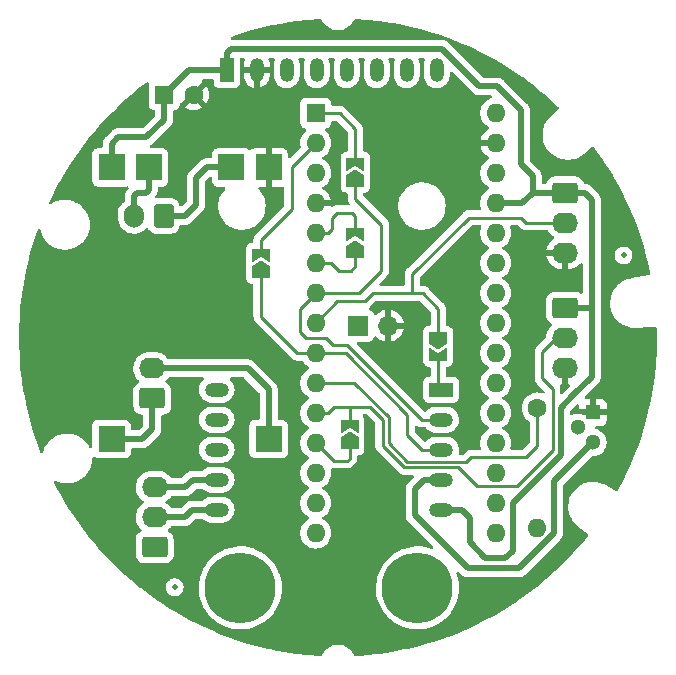
<source format=gbr>
%TF.GenerationSoftware,KiCad,Pcbnew,(5.99.0-11051-gdb19ae226a)*%
%TF.CreationDate,2021-08-12T21:18:39+02:00*%
%TF.ProjectId,boitarire,626f6974-6172-4697-9265-2e6b69636164,rev?*%
%TF.SameCoordinates,Original*%
%TF.FileFunction,Copper,L1,Top*%
%TF.FilePolarity,Positive*%
%FSLAX46Y46*%
G04 Gerber Fmt 4.6, Leading zero omitted, Abs format (unit mm)*
G04 Created by KiCad (PCBNEW (5.99.0-11051-gdb19ae226a)) date 2021-08-12 21:18:39*
%MOMM*%
%LPD*%
G01*
G04 APERTURE LIST*
G04 Aperture macros list*
%AMRoundRect*
0 Rectangle with rounded corners*
0 $1 Rounding radius*
0 $2 $3 $4 $5 $6 $7 $8 $9 X,Y pos of 4 corners*
0 Add a 4 corners polygon primitive as box body*
4,1,4,$2,$3,$4,$5,$6,$7,$8,$9,$2,$3,0*
0 Add four circle primitives for the rounded corners*
1,1,$1+$1,$2,$3*
1,1,$1+$1,$4,$5*
1,1,$1+$1,$6,$7*
1,1,$1+$1,$8,$9*
0 Add four rect primitives between the rounded corners*
20,1,$1+$1,$2,$3,$4,$5,0*
20,1,$1+$1,$4,$5,$6,$7,0*
20,1,$1+$1,$6,$7,$8,$9,0*
20,1,$1+$1,$8,$9,$2,$3,0*%
%AMFreePoly0*
4,1,6,1.000000,0.000000,0.500000,-0.750000,-0.500000,-0.750000,-0.500000,0.750000,0.500000,0.750000,1.000000,0.000000,1.000000,0.000000,$1*%
%AMFreePoly1*
4,1,6,0.500000,-0.750000,-0.650000,-0.750000,-0.150000,0.000000,-0.650000,0.750000,0.500000,0.750000,0.500000,-0.750000,0.500000,-0.750000,$1*%
G04 Aperture macros list end*
%TA.AperFunction,ComponentPad*%
%ADD10R,2.250000X2.250000*%
%TD*%
%TA.AperFunction,SMDPad,CuDef*%
%ADD11FreePoly0,270.000000*%
%TD*%
%TA.AperFunction,SMDPad,CuDef*%
%ADD12FreePoly1,270.000000*%
%TD*%
%TA.AperFunction,SMDPad,CuDef*%
%ADD13C,0.500000*%
%TD*%
%TA.AperFunction,SMDPad,CuDef*%
%ADD14FreePoly0,90.000000*%
%TD*%
%TA.AperFunction,SMDPad,CuDef*%
%ADD15FreePoly1,90.000000*%
%TD*%
%TA.AperFunction,ComponentPad*%
%ADD16R,1.700000X1.700000*%
%TD*%
%TA.AperFunction,ComponentPad*%
%ADD17O,1.700000X1.700000*%
%TD*%
%TA.AperFunction,ComponentPad*%
%ADD18R,1.600000X1.600000*%
%TD*%
%TA.AperFunction,ComponentPad*%
%ADD19O,1.600000X1.600000*%
%TD*%
%TA.AperFunction,ComponentPad*%
%ADD20R,1.200000X2.000000*%
%TD*%
%TA.AperFunction,ComponentPad*%
%ADD21O,1.200000X2.000000*%
%TD*%
%TA.AperFunction,ComponentPad*%
%ADD22RoundRect,0.250000X-0.845000X0.620000X-0.845000X-0.620000X0.845000X-0.620000X0.845000X0.620000X0*%
%TD*%
%TA.AperFunction,ComponentPad*%
%ADD23O,2.190000X1.740000*%
%TD*%
%TA.AperFunction,ComponentPad*%
%ADD24RoundRect,0.250000X0.845000X-0.620000X0.845000X0.620000X-0.845000X0.620000X-0.845000X-0.620000X0*%
%TD*%
%TA.AperFunction,ComponentPad*%
%ADD25RoundRect,0.250000X0.600000X0.750000X-0.600000X0.750000X-0.600000X-0.750000X0.600000X-0.750000X0*%
%TD*%
%TA.AperFunction,ComponentPad*%
%ADD26O,1.700000X2.000000*%
%TD*%
%TA.AperFunction,ComponentPad*%
%ADD27R,1.300000X1.300000*%
%TD*%
%TA.AperFunction,ComponentPad*%
%ADD28C,1.300000*%
%TD*%
%TA.AperFunction,ComponentPad*%
%ADD29C,1.600000*%
%TD*%
%TA.AperFunction,ComponentPad*%
%ADD30R,2.000000X1.200000*%
%TD*%
%TA.AperFunction,ComponentPad*%
%ADD31O,2.000000X1.200000*%
%TD*%
%TA.AperFunction,ComponentPad*%
%ADD32C,6.000000*%
%TD*%
%TA.AperFunction,Conductor*%
%ADD33C,0.500000*%
%TD*%
%TA.AperFunction,Conductor*%
%ADD34C,0.250000*%
%TD*%
G04 APERTURE END LIST*
D10*
%TO.P,U2,1,USB+*%
%TO.N,+5V*%
X144850000Y-77350000D03*
%TO.P,U2,2,GND*%
%TO.N,GNDPWR*%
X158150000Y-77350000D03*
%TO.P,U2,3,BATT+*%
%TO.N,+BATT*%
X148000000Y-54350000D03*
%TO.P,U2,4,BATT-*%
%TO.N,-BATT*%
X155000000Y-54350000D03*
%TO.P,U2,5,OUT+*%
%TO.N,VCC*%
X144850000Y-54350000D03*
%TO.P,U2,6,OUT-*%
%TO.N,GND*%
X158150000Y-54350000D03*
%TD*%
D11*
%TO.P,JP2,1,A*%
%TO.N,/CAP_SENSOR_2*%
X172500000Y-68775000D03*
D12*
%TO.P,JP2,2,B*%
%TO.N,/BUSY*%
X172500000Y-70225000D03*
%TD*%
D13*
%TO.P,REF\u002A\u002A,*%
%TO.N,*%
X150200000Y-89900000D03*
%TD*%
D14*
%TO.P,JP1,1,A*%
%TO.N,/INT*%
X165500000Y-61475000D03*
D15*
%TO.P,JP1,2,B*%
%TO.N,/BUSY*%
X165500000Y-60025000D03*
%TD*%
D13*
%TO.P,REF\u002A\u002A,*%
%TO.N,*%
X188200000Y-61800000D03*
%TD*%
D14*
%TO.P,JP3,1,A*%
%TO.N,/TX*%
X165500000Y-55475000D03*
D15*
%TO.P,JP3,2,B*%
%TO.N,Net-(A1-Pad1)*%
X165500000Y-54025000D03*
%TD*%
D14*
%TO.P,JP5,1,A*%
%TO.N,/SENSOR_POSITION*%
X165000000Y-77725000D03*
D15*
%TO.P,JP5,2,B*%
%TO.N,/CAP_SENSOR_1*%
X165000000Y-76275000D03*
%TD*%
D14*
%TO.P,JP4,1,A*%
%TO.N,/RX*%
X157500000Y-63200000D03*
D15*
%TO.P,JP4,2,B*%
%TO.N,Net-(A1-Pad2)*%
X157500000Y-61750000D03*
%TD*%
D16*
%TO.P,SW1,1,1*%
%TO.N,/SENSOR_POSITION*%
X165725000Y-67750000D03*
D17*
%TO.P,SW1,2,2*%
%TO.N,GND*%
X168265000Y-67750000D03*
%TD*%
D18*
%TO.P,A1,1,TX1*%
%TO.N,Net-(A1-Pad1)*%
X162140000Y-49750000D03*
D19*
%TO.P,A1,2,RX1*%
%TO.N,Net-(A1-Pad2)*%
X162140000Y-52290000D03*
%TO.P,A1,3,~{RESET}*%
%TO.N,unconnected-(A1-Pad3)*%
X162140000Y-54830000D03*
%TO.P,A1,4,GND*%
%TO.N,GND*%
X162140000Y-57370000D03*
%TO.P,A1,5,D2*%
%TO.N,/BUSY*%
X162140000Y-59910000D03*
%TO.P,A1,6,D3*%
%TO.N,/INT*%
X162140000Y-62450000D03*
%TO.P,A1,7,D4*%
%TO.N,/TX*%
X162140000Y-64990000D03*
%TO.P,A1,8,D5*%
%TO.N,/CAP_SENSOR_2*%
X162140000Y-67530000D03*
%TO.P,A1,9,D6*%
%TO.N,/RX*%
X162140000Y-70070000D03*
%TO.P,A1,10,D7*%
%TO.N,/GND_AUDIO_SW*%
X162140000Y-72610000D03*
%TO.P,A1,11,D8*%
%TO.N,/CAP_SENSOR_1*%
X162140000Y-75150000D03*
%TO.P,A1,12,D9*%
%TO.N,/SENSOR_POSITION*%
X162140000Y-77690000D03*
%TO.P,A1,13,D10*%
%TO.N,unconnected-(A1-Pad13)*%
X162140000Y-80230000D03*
%TO.P,A1,14,MOSI*%
%TO.N,unconnected-(A1-Pad14)*%
X162140000Y-82770000D03*
%TO.P,A1,15,MISO*%
%TO.N,unconnected-(A1-Pad15)*%
X162140000Y-85310000D03*
%TO.P,A1,16,SCK*%
%TO.N,unconnected-(A1-Pad16)*%
X177380000Y-85310000D03*
%TO.P,A1,17,3V3*%
%TO.N,unconnected-(A1-Pad17)*%
X177380000Y-82770000D03*
%TO.P,A1,18,AREF*%
%TO.N,unconnected-(A1-Pad18)*%
X177380000Y-80230000D03*
%TO.P,A1,19,A0*%
%TO.N,unconnected-(A1-Pad19)*%
X177380000Y-77690000D03*
%TO.P,A1,20,A1*%
%TO.N,unconnected-(A1-Pad20)*%
X177380000Y-75150000D03*
%TO.P,A1,21,A2*%
%TO.N,unconnected-(A1-Pad21)*%
X177380000Y-72610000D03*
%TO.P,A1,22,A3*%
%TO.N,unconnected-(A1-Pad22)*%
X177380000Y-70070000D03*
%TO.P,A1,23,SDA/A4*%
%TO.N,/SDA*%
X177380000Y-67530000D03*
%TO.P,A1,24,SCL/A5*%
%TO.N,/SCL*%
X177380000Y-64990000D03*
%TO.P,A1,25,A6*%
%TO.N,unconnected-(A1-Pad25)*%
X177380000Y-62450000D03*
%TO.P,A1,26,A7*%
%TO.N,unconnected-(A1-Pad26)*%
X177380000Y-59910000D03*
%TO.P,A1,27,+5V*%
%TO.N,VCC*%
X177380000Y-57370000D03*
%TO.P,A1,28,~{RESET}*%
%TO.N,unconnected-(A1-Pad28)*%
X177380000Y-54830000D03*
%TO.P,A1,29,GND*%
%TO.N,GND*%
X177380000Y-52290000D03*
%TO.P,A1,30,VIN*%
%TO.N,unconnected-(A1-Pad30)*%
X177380000Y-49750000D03*
%TD*%
D20*
%TO.P,U1,1,VCC*%
%TO.N,VCC*%
X154610000Y-46125000D03*
D21*
%TO.P,U1,2,GND*%
%TO.N,GND*%
X157150000Y-46125000D03*
%TO.P,U1,3,SCL*%
%TO.N,/SCL*%
X159690000Y-46125000D03*
%TO.P,U1,4,SDA*%
%TO.N,/SDA*%
X162230000Y-46125000D03*
%TO.P,U1,5,XDA*%
%TO.N,unconnected-(U1-Pad5)*%
X164770000Y-46125000D03*
%TO.P,U1,6,XCL*%
%TO.N,unconnected-(U1-Pad6)*%
X167310000Y-46125000D03*
%TO.P,U1,7,AD0*%
%TO.N,unconnected-(U1-Pad7)*%
X169850000Y-46125000D03*
%TO.P,U1,8,INT*%
%TO.N,/INT*%
X172390000Y-46125000D03*
%TD*%
D22*
%TO.P,J4,1,Pin_1*%
%TO.N,VCC*%
X183250000Y-66250000D03*
D23*
%TO.P,J4,2,Pin_2*%
%TO.N,/CAP_SENSOR_1*%
X183250000Y-68790000D03*
%TO.P,J4,3,Pin_3*%
%TO.N,GND*%
X183250000Y-71330000D03*
%TD*%
D24*
%TO.P,J3,1,Pin_1*%
%TO.N,+5V*%
X148300000Y-73900000D03*
D23*
%TO.P,J3,2,Pin_2*%
%TO.N,GNDPWR*%
X148300000Y-71360000D03*
%TD*%
D25*
%TO.P,J1,1,Pin_1*%
%TO.N,-BATT*%
X149250000Y-58450000D03*
D26*
%TO.P,J1,2,Pin_2*%
%TO.N,+BATT*%
X146750000Y-58450000D03*
%TD*%
D24*
%TO.P,J2,1,Pin_1*%
%TO.N,unconnected-(J2-Pad1)*%
X148500000Y-86500000D03*
D23*
%TO.P,J2,2,Pin_2*%
%TO.N,/SP-*%
X148500000Y-83960000D03*
%TO.P,J2,3,Pin_3*%
%TO.N,/SP+*%
X148500000Y-81420000D03*
%TD*%
D27*
%TO.P,Q2,1,S*%
%TO.N,GND*%
X185600000Y-75100000D03*
D28*
%TO.P,Q2,2,G*%
%TO.N,Net-(Q1-Pad1)*%
X184330000Y-76370000D03*
%TO.P,Q2,3,D*%
%TO.N,/GND_AUDIO*%
X185600000Y-77640000D03*
%TD*%
D22*
%TO.P,J5,1,Pin_1*%
%TO.N,VCC*%
X183250000Y-56500000D03*
D23*
%TO.P,J5,2,Pin_2*%
%TO.N,/CAP_SENSOR_2*%
X183250000Y-59040000D03*
%TO.P,J5,3,Pin_3*%
%TO.N,GND*%
X183250000Y-61580000D03*
%TD*%
D18*
%TO.P,C1,1*%
%TO.N,VCC*%
X149294888Y-48200000D03*
D29*
%TO.P,C1,2*%
%TO.N,GND*%
X151794888Y-48200000D03*
%TD*%
D30*
%TO.P,U3,1,BUSY*%
%TO.N,/BUSY*%
X172750000Y-73170000D03*
D31*
%TO.P,U3,2,TX*%
%TO.N,/TX*%
X172750000Y-75710000D03*
%TO.P,U3,3,RX*%
%TO.N,/RX*%
X172750000Y-78250000D03*
%TO.P,U3,4,GND*%
%TO.N,/GND_AUDIO*%
X172750000Y-80790000D03*
%TO.P,U3,5,VCC*%
%TO.N,VCC*%
X172750000Y-83330000D03*
%TO.P,U3,6,SP+*%
%TO.N,/SP-*%
X153750000Y-83330000D03*
%TO.P,U3,7,SP-*%
%TO.N,/SP+*%
X153750000Y-80790000D03*
%TO.P,U3,8,DACL*%
%TO.N,unconnected-(U3-Pad8)*%
X153750000Y-78250000D03*
%TO.P,U3,9,DACR*%
%TO.N,unconnected-(U3-Pad9)*%
X153750000Y-75710000D03*
%TO.P,U3,10,ONE*%
%TO.N,unconnected-(U3-Pad10)*%
X153750000Y-73170000D03*
D32*
%TO.P,U3,S1,Screw_term_1*%
%TO.N,unconnected-(U3-PadS1)*%
X170750000Y-89950000D03*
%TO.P,U3,S2,Screw_term_2*%
%TO.N,unconnected-(U3-PadS2)*%
X155750000Y-89950000D03*
%TD*%
D29*
%TO.P,R2,1*%
%TO.N,/GND_AUDIO_SW*%
X180900000Y-74720000D03*
D19*
%TO.P,R2,2*%
%TO.N,Net-(Q1-Pad1)*%
X180900000Y-84880000D03*
%TD*%
D33*
%TO.N,VCC*%
X151369888Y-46125000D02*
X154610000Y-46125000D01*
X149294888Y-48200000D02*
X151369888Y-46125000D01*
X145400000Y-51800000D02*
X147800000Y-51800000D01*
X149294888Y-50305112D02*
X149294888Y-48200000D01*
X144850000Y-52350000D02*
X145400000Y-51800000D01*
X147800000Y-51800000D02*
X149294888Y-50305112D01*
X144850000Y-54350000D02*
X144850000Y-52350000D01*
D34*
%TO.N,Net-(A1-Pad1)*%
X165500000Y-51100000D02*
X164150000Y-49750000D01*
X164150000Y-49750000D02*
X162140000Y-49750000D01*
X165500000Y-54025000D02*
X165500000Y-51100000D01*
%TO.N,Net-(A1-Pad2)*%
X160100000Y-54330000D02*
X162140000Y-52290000D01*
X157500000Y-60500000D02*
X160100000Y-57900000D01*
X160100000Y-57900000D02*
X160100000Y-54330000D01*
X157500000Y-61750000D02*
X157500000Y-60500000D01*
%TO.N,/BUSY*%
X165500000Y-60025000D02*
X165500000Y-58500000D01*
X163190000Y-59910000D02*
X162140000Y-59910000D01*
X172500000Y-72920000D02*
X172750000Y-73170000D01*
X163500000Y-59600000D02*
X163190000Y-59910000D01*
X165200000Y-58200000D02*
X163900000Y-58200000D01*
X165500000Y-58500000D02*
X165200000Y-58200000D01*
X172500000Y-70225000D02*
X172500000Y-72920000D01*
X163900000Y-58200000D02*
X163500000Y-58600000D01*
X163500000Y-58600000D02*
X163500000Y-59600000D01*
%TO.N,/INT*%
X165500000Y-62700000D02*
X165100000Y-63100000D01*
X163450000Y-62450000D02*
X162140000Y-62450000D01*
X165500000Y-61475000D02*
X165500000Y-62700000D01*
X164100000Y-63100000D02*
X163450000Y-62450000D01*
X165100000Y-63100000D02*
X164100000Y-63100000D01*
%TO.N,/TX*%
X165810000Y-64990000D02*
X162140000Y-64990000D01*
X171110000Y-75710000D02*
X164800000Y-69400000D01*
X160800000Y-66330000D02*
X162140000Y-64990000D01*
X163600000Y-69400000D02*
X163000000Y-68800000D01*
X160800000Y-68300000D02*
X160800000Y-66330000D01*
X164800000Y-69400000D02*
X163600000Y-69400000D01*
X165500000Y-57000000D02*
X167700000Y-59200000D01*
X163000000Y-68800000D02*
X161300000Y-68800000D01*
X165500000Y-55475000D02*
X165500000Y-57000000D01*
X167700000Y-63100000D02*
X165810000Y-64990000D01*
X167700000Y-59200000D02*
X167700000Y-63100000D01*
X172750000Y-75710000D02*
X171110000Y-75710000D01*
X161300000Y-68800000D02*
X160800000Y-68300000D01*
%TO.N,/CAP_SENSOR_2*%
X179940000Y-59040000D02*
X179500000Y-58600000D01*
X175100000Y-58600000D02*
X170300000Y-63400000D01*
X163970000Y-65700000D02*
X162140000Y-67530000D01*
X179500000Y-58600000D02*
X175100000Y-58600000D01*
X172500000Y-68775000D02*
X172500000Y-66300000D01*
X166300000Y-65700000D02*
X163970000Y-65700000D01*
X171200000Y-65000000D02*
X170300000Y-65000000D01*
X167000000Y-65000000D02*
X166300000Y-65700000D01*
X170300000Y-63400000D02*
X170300000Y-65000000D01*
X172500000Y-66300000D02*
X171200000Y-65000000D01*
X170300000Y-65000000D02*
X167000000Y-65000000D01*
X183250000Y-59040000D02*
X179940000Y-59040000D01*
%TO.N,/RX*%
X160570000Y-70070000D02*
X162140000Y-70070000D01*
X164670000Y-70070000D02*
X169900000Y-75300000D01*
X157500000Y-67000000D02*
X160570000Y-70070000D01*
X169900000Y-75300000D02*
X169900000Y-77000000D01*
X172750000Y-78250000D02*
X171150000Y-78250000D01*
X162140000Y-70070000D02*
X164670000Y-70070000D01*
X171150000Y-78250000D02*
X169900000Y-77000000D01*
X157500000Y-63200000D02*
X157500000Y-67000000D01*
%TO.N,/GND_AUDIO_SW*%
X169900000Y-79300000D02*
X174900000Y-79300000D01*
X168300000Y-75500000D02*
X168300000Y-77700000D01*
X165410000Y-72610000D02*
X168300000Y-75500000D01*
X179900000Y-78900000D02*
X180900000Y-77900000D01*
X179020000Y-78900000D02*
X179000000Y-78900000D01*
X180900000Y-77900000D02*
X180900000Y-74720000D01*
X175300000Y-78900000D02*
X179020000Y-78900000D01*
X174900000Y-79300000D02*
X175300000Y-78900000D01*
X168300000Y-77700000D02*
X169900000Y-79300000D01*
X179020000Y-78900000D02*
X179900000Y-78900000D01*
X162140000Y-72610000D02*
X165410000Y-72610000D01*
%TO.N,/CAP_SENSOR_1*%
X167800000Y-77900000D02*
X169649520Y-79749520D01*
X163700000Y-74600000D02*
X163150000Y-75150000D01*
X163150000Y-75150000D02*
X162140000Y-75150000D01*
X182200000Y-78300000D02*
X182200000Y-73100000D01*
X174149520Y-79749520D02*
X175754511Y-81354511D01*
X165000000Y-76275000D02*
X165000000Y-74600000D01*
X175754511Y-81354511D02*
X179145489Y-81354511D01*
X182510000Y-68790000D02*
X183250000Y-68790000D01*
X165000000Y-74600000D02*
X163700000Y-74600000D01*
X182200000Y-73100000D02*
X181300000Y-72200000D01*
X179145489Y-81354511D02*
X182200000Y-78300000D01*
X169649520Y-79749520D02*
X174149520Y-79749520D01*
X181300000Y-70000000D02*
X182510000Y-68790000D01*
X167800000Y-75700000D02*
X167800000Y-77900000D01*
X181300000Y-72200000D02*
X181300000Y-70000000D01*
X165000000Y-74600000D02*
X166700000Y-74600000D01*
X166700000Y-74600000D02*
X167800000Y-75700000D01*
D33*
%TO.N,VCC*%
X177380000Y-57370000D02*
X179630000Y-57370000D01*
X183250000Y-56500000D02*
X184900000Y-56500000D01*
X175200000Y-84000000D02*
X174530000Y-83330000D01*
X154610000Y-46125000D02*
X154610000Y-44690000D01*
X178800000Y-82800000D02*
X178800000Y-86800000D01*
X179500000Y-54100000D02*
X180500000Y-55100000D01*
X178200000Y-87400000D02*
X176500000Y-87400000D01*
X179500000Y-49500000D02*
X179500000Y-54100000D01*
X174530000Y-83330000D02*
X172750000Y-83330000D01*
X183250000Y-66250000D02*
X185450000Y-66250000D01*
X178800000Y-86800000D02*
X178200000Y-87400000D01*
X176500000Y-87400000D02*
X175200000Y-86100000D01*
X154610000Y-44690000D02*
X155000000Y-44300000D01*
X185500000Y-72100000D02*
X183950000Y-73650000D01*
X184900000Y-56500000D02*
X185500000Y-57100000D01*
X176000000Y-47500000D02*
X177500000Y-47500000D01*
X155000000Y-44300000D02*
X172800000Y-44300000D01*
X179300000Y-82300000D02*
X178800000Y-82800000D01*
X182900000Y-74700000D02*
X182900000Y-78700000D01*
X172800000Y-44300000D02*
X176000000Y-47500000D01*
X182900000Y-78700000D02*
X179300000Y-82300000D01*
X175200000Y-86100000D02*
X175200000Y-84000000D01*
X180500000Y-56500000D02*
X183250000Y-56500000D01*
X185500000Y-66200000D02*
X185500000Y-72100000D01*
X179630000Y-57370000D02*
X180500000Y-56500000D01*
X183950000Y-73650000D02*
X182900000Y-74700000D01*
X185450000Y-66250000D02*
X185500000Y-66200000D01*
X180500000Y-55100000D02*
X180500000Y-56500000D01*
X177500000Y-47500000D02*
X179500000Y-49500000D01*
X185500000Y-57100000D02*
X185500000Y-66200000D01*
D34*
%TO.N,/SENSOR_POSITION*%
X165000000Y-77725000D02*
X165000000Y-79000000D01*
X164800000Y-79200000D02*
X163650000Y-79200000D01*
X165000000Y-79000000D02*
X164800000Y-79200000D01*
X163650000Y-79200000D02*
X162140000Y-77690000D01*
D33*
%TO.N,-BATT*%
X152000000Y-55250000D02*
X152900000Y-54350000D01*
X151050000Y-58450000D02*
X152000000Y-57500000D01*
X152000000Y-57500000D02*
X152000000Y-55250000D01*
X149250000Y-58450000D02*
X151050000Y-58450000D01*
X152900000Y-54350000D02*
X155000000Y-54350000D01*
%TO.N,+BATT*%
X147750000Y-56500000D02*
X147000000Y-56500000D01*
X146750000Y-56750000D02*
X146750000Y-58450000D01*
X148000000Y-56250000D02*
X147750000Y-56500000D01*
X147000000Y-56500000D02*
X146750000Y-56750000D01*
X148000000Y-54350000D02*
X148000000Y-56250000D01*
%TO.N,/SP-*%
X151040000Y-83960000D02*
X151670000Y-83330000D01*
X148500000Y-83960000D02*
X148500000Y-83750000D01*
X148500000Y-83960000D02*
X151040000Y-83960000D01*
X151670000Y-83330000D02*
X153750000Y-83330000D01*
%TO.N,/SP+*%
X153750000Y-80790000D02*
X151710000Y-80790000D01*
X151080000Y-81420000D02*
X148500000Y-81420000D01*
X151710000Y-80790000D02*
X151080000Y-81420000D01*
%TO.N,+5V*%
X147450000Y-77350000D02*
X148300000Y-76500000D01*
X148300000Y-76500000D02*
X148300000Y-73900000D01*
X144850000Y-77350000D02*
X147450000Y-77350000D01*
%TO.N,GNDPWR*%
X156360000Y-71360000D02*
X158150000Y-73150000D01*
X148300000Y-71360000D02*
X156360000Y-71360000D01*
X158150000Y-73150000D02*
X158150000Y-77350000D01*
%TO.N,/GND_AUDIO*%
X179329277Y-88300000D02*
X182300000Y-85329277D01*
X182300000Y-85329277D02*
X182300000Y-80940000D01*
X170500000Y-81600000D02*
X170500000Y-83800000D01*
X170500000Y-83800000D02*
X175000000Y-88300000D01*
X172750000Y-80790000D02*
X171310000Y-80790000D01*
X182300000Y-80940000D02*
X185600000Y-77640000D01*
X171310000Y-80790000D02*
X170500000Y-81600000D01*
X175000000Y-88300000D02*
X179329277Y-88300000D01*
%TD*%
%TA.AperFunction,Conductor*%
%TO.N,GND*%
G36*
X165514894Y-41783583D02*
G01*
X166447508Y-41852551D01*
X166514376Y-41857496D01*
X166519074Y-41857932D01*
X167519568Y-41969718D01*
X167524247Y-41970330D01*
X168022038Y-42044913D01*
X168519834Y-42119496D01*
X168524476Y-42120280D01*
X168733133Y-42159581D01*
X169513803Y-42306623D01*
X169518423Y-42307583D01*
X170500082Y-42530839D01*
X170504663Y-42531972D01*
X171034508Y-42673532D01*
X171477259Y-42791823D01*
X171481764Y-42793118D01*
X172443987Y-43089216D01*
X172448431Y-43090676D01*
X173372378Y-43413335D01*
X173398877Y-43422589D01*
X173403302Y-43424228D01*
X174340615Y-43791481D01*
X174344976Y-43793284D01*
X175267911Y-44195389D01*
X175272200Y-44197354D01*
X176179419Y-44633727D01*
X176183633Y-44635852D01*
X177073875Y-45105888D01*
X177078005Y-45108169D01*
X177950031Y-45611212D01*
X177954061Y-45613638D01*
X178052720Y-45675587D01*
X178806654Y-46148990D01*
X178810602Y-46151574D01*
X179642508Y-46718442D01*
X179646355Y-46721169D01*
X180188281Y-47120956D01*
X180456494Y-47318821D01*
X180460238Y-47321693D01*
X181247408Y-47949240D01*
X181251042Y-47952250D01*
X181607182Y-48258669D01*
X181962685Y-48564539D01*
X182014166Y-48608833D01*
X182017675Y-48611968D01*
X182659857Y-49207764D01*
X182696190Y-49268758D01*
X182693781Y-49339713D01*
X182663254Y-49389227D01*
X182004060Y-50048421D01*
X181995461Y-50055292D01*
X181995862Y-50055764D01*
X181989031Y-50061578D01*
X181981435Y-50066370D01*
X181975491Y-50073100D01*
X181975490Y-50073101D01*
X181966695Y-50083059D01*
X181952431Y-50095549D01*
X181951175Y-50094293D01*
X181837281Y-50217612D01*
X181640575Y-50489359D01*
X181589850Y-50589786D01*
X181504200Y-50759358D01*
X181489329Y-50788799D01*
X181487808Y-50793565D01*
X181487807Y-50793568D01*
X181440141Y-50942949D01*
X181387350Y-51108392D01*
X181386602Y-51113339D01*
X181386601Y-51113344D01*
X181341060Y-51414594D01*
X181337205Y-51440093D01*
X181340158Y-51775548D01*
X181340992Y-51780475D01*
X181340992Y-51780477D01*
X181350350Y-51835775D01*
X181396134Y-52106315D01*
X181503724Y-52424063D01*
X181506058Y-52428489D01*
X181506060Y-52428493D01*
X181650534Y-52702432D01*
X181660218Y-52720794D01*
X181663224Y-52724797D01*
X181663225Y-52724798D01*
X181836550Y-52955579D01*
X181861677Y-52989036D01*
X181865276Y-52992510D01*
X181865280Y-52992515D01*
X181956243Y-53080330D01*
X182103029Y-53222036D01*
X182107128Y-53224894D01*
X182107131Y-53224897D01*
X182374085Y-53411061D01*
X182374090Y-53411064D01*
X182378197Y-53413928D01*
X182382711Y-53416109D01*
X182675744Y-53557701D01*
X182675752Y-53557704D01*
X182680253Y-53559879D01*
X182685041Y-53561314D01*
X182685045Y-53561316D01*
X182996800Y-53654780D01*
X182996804Y-53654781D01*
X183001591Y-53656216D01*
X183141500Y-53674854D01*
X183329166Y-53699854D01*
X183329172Y-53699854D01*
X183334124Y-53700514D01*
X183339124Y-53700382D01*
X183339126Y-53700382D01*
X183462168Y-53697132D01*
X183669476Y-53691656D01*
X183674394Y-53690734D01*
X183674398Y-53690734D01*
X183860824Y-53655798D01*
X183999205Y-53629866D01*
X184069320Y-53604741D01*
X184310295Y-53518390D01*
X184310300Y-53518388D01*
X184315010Y-53516700D01*
X184477116Y-53427524D01*
X184605652Y-53356815D01*
X184605655Y-53356813D01*
X184608940Y-53355006D01*
X184745363Y-53257188D01*
X184744734Y-53256380D01*
X184750156Y-53251878D01*
X184757806Y-53247181D01*
X184769141Y-53234658D01*
X184785122Y-53219817D01*
X184815303Y-53196309D01*
X185213872Y-52885858D01*
X185532780Y-52637456D01*
X185598813Y-52611376D01*
X185668463Y-52625136D01*
X185712416Y-52663176D01*
X185779204Y-52755819D01*
X186217357Y-53363592D01*
X186220023Y-53367438D01*
X186473137Y-53747535D01*
X186753626Y-54168741D01*
X186773404Y-54198442D01*
X186775919Y-54202376D01*
X187282222Y-55027543D01*
X187298061Y-55053357D01*
X187300430Y-55057385D01*
X187781349Y-55910728D01*
X187790595Y-55927135D01*
X187792813Y-55931247D01*
X188218074Y-56756016D01*
X188250357Y-56818627D01*
X188252423Y-56822824D01*
X188255020Y-56828354D01*
X188676704Y-57726589D01*
X188678613Y-57730861D01*
X189069024Y-58649717D01*
X189070773Y-58654055D01*
X189297767Y-59248741D01*
X189426813Y-59586822D01*
X189428399Y-59591222D01*
X189746797Y-60528440D01*
X189749542Y-60536521D01*
X189750962Y-60540970D01*
X189902115Y-61046846D01*
X190036792Y-61497579D01*
X190038048Y-61502087D01*
X190288155Y-62468636D01*
X190289243Y-62473187D01*
X190357783Y-62785448D01*
X190474112Y-63315434D01*
X190474362Y-63316574D01*
X190469430Y-63387399D01*
X190426989Y-63444314D01*
X190373719Y-63467574D01*
X188852613Y-63742687D01*
X188829423Y-63744697D01*
X188816396Y-63744617D01*
X188807770Y-63747082D01*
X188798872Y-63748301D01*
X188798813Y-63747868D01*
X188794776Y-63748401D01*
X188794715Y-63748062D01*
X188790855Y-63748919D01*
X188790851Y-63748920D01*
X188712438Y-63766340D01*
X188631003Y-63784431D01*
X188627461Y-63785674D01*
X188627459Y-63785675D01*
X188509343Y-63827140D01*
X188314780Y-63895443D01*
X188310384Y-63897823D01*
X188310385Y-63897823D01*
X188024471Y-64052648D01*
X188024468Y-64052650D01*
X188020071Y-64055031D01*
X188016105Y-64058078D01*
X188016104Y-64058078D01*
X187778608Y-64240500D01*
X187754284Y-64259183D01*
X187750848Y-64262819D01*
X187652838Y-64366535D01*
X187524097Y-64502770D01*
X187452696Y-64607487D01*
X187347401Y-64761913D01*
X187335293Y-64779670D01*
X187333168Y-64784187D01*
X187333165Y-64784192D01*
X187254532Y-64951326D01*
X187192617Y-65082927D01*
X187191233Y-65087721D01*
X187191231Y-65087726D01*
X187152060Y-65223402D01*
X187099654Y-65404919D01*
X187058741Y-65737556D01*
X187070905Y-66072477D01*
X187071874Y-66077381D01*
X187071874Y-66077385D01*
X187123024Y-66336379D01*
X187135840Y-66401270D01*
X187251916Y-66715670D01*
X187416215Y-67007778D01*
X187624609Y-67270253D01*
X187871860Y-67496500D01*
X187876024Y-67499242D01*
X187876030Y-67499247D01*
X188147584Y-67678086D01*
X188147589Y-67678089D01*
X188151756Y-67680833D01*
X188457264Y-67818621D01*
X188674372Y-67877543D01*
X188775873Y-67905090D01*
X188775875Y-67905090D01*
X188780708Y-67906402D01*
X188785687Y-67906933D01*
X188785690Y-67906934D01*
X189110219Y-67941570D01*
X189110220Y-67941570D01*
X189113958Y-67941969D01*
X189200855Y-67940867D01*
X189270714Y-67939981D01*
X189270716Y-67939981D01*
X189281648Y-67939842D01*
X189281575Y-67938451D01*
X189297341Y-67936229D01*
X189309233Y-67936447D01*
X189309237Y-67936447D01*
X189318208Y-67936611D01*
X189326868Y-67934250D01*
X189335776Y-67933140D01*
X189335805Y-67933371D01*
X189348448Y-67931339D01*
X190374926Y-67877543D01*
X190883050Y-67850913D01*
X190952124Y-67867322D01*
X191001361Y-67918471D01*
X191015632Y-67974980D01*
X191016899Y-68065717D01*
X191028395Y-68889012D01*
X191028369Y-68893849D01*
X191003153Y-69925647D01*
X191002942Y-69930481D01*
X190938134Y-70960564D01*
X190937738Y-70965385D01*
X190833435Y-71992231D01*
X190832854Y-71997034D01*
X190689210Y-73019118D01*
X190688445Y-73023895D01*
X190505670Y-74039714D01*
X190504722Y-74044458D01*
X190421755Y-74421815D01*
X190291384Y-75014779D01*
X190283085Y-75052523D01*
X190281958Y-75057216D01*
X190111284Y-75712442D01*
X190021791Y-76056008D01*
X190020482Y-76060665D01*
X189723747Y-77043504D01*
X189722166Y-77048740D01*
X189720686Y-77053322D01*
X189384872Y-78028597D01*
X189384655Y-78029227D01*
X189382999Y-78033752D01*
X189009744Y-78996064D01*
X189007913Y-79000528D01*
X188647427Y-79833562D01*
X188598004Y-79947771D01*
X188595998Y-79952173D01*
X188150057Y-80882924D01*
X188150027Y-80882986D01*
X188147863Y-80887289D01*
X187738363Y-81663974D01*
X187721523Y-81695914D01*
X187672059Y-81746843D01*
X187602913Y-81762946D01*
X187547069Y-81746270D01*
X187355430Y-81635633D01*
X186696473Y-81255204D01*
X186680075Y-81243478D01*
X186681614Y-81240812D01*
X186533019Y-81162716D01*
X186418727Y-81119074D01*
X186224310Y-81044837D01*
X186224309Y-81044837D01*
X186219622Y-81043047D01*
X185891241Y-80974454D01*
X185556144Y-80958667D01*
X185551172Y-80959225D01*
X185551171Y-80959225D01*
X185227738Y-80995523D01*
X185227735Y-80995524D01*
X185222768Y-80996081D01*
X184899507Y-81085754D01*
X184845389Y-81110537D01*
X184599048Y-81223347D01*
X184599045Y-81223349D01*
X184594500Y-81225430D01*
X184315424Y-81411592D01*
X184311761Y-81414985D01*
X184311757Y-81414988D01*
X184072979Y-81636151D01*
X184072974Y-81636157D01*
X184069308Y-81639552D01*
X183862347Y-81903571D01*
X183859923Y-81907945D01*
X183859922Y-81907947D01*
X183707820Y-82182442D01*
X183699752Y-82197002D01*
X183698051Y-82201704D01*
X183698048Y-82201710D01*
X183622018Y-82411846D01*
X183585616Y-82512457D01*
X183544628Y-82727534D01*
X183524418Y-82833581D01*
X183522814Y-82841995D01*
X183522666Y-82847006D01*
X183522666Y-82847008D01*
X183521641Y-82881786D01*
X183512926Y-83177318D01*
X183513572Y-83182283D01*
X183513572Y-83182286D01*
X183531566Y-83320610D01*
X183556201Y-83509982D01*
X183557622Y-83514776D01*
X183557623Y-83514780D01*
X183587127Y-83614302D01*
X183651550Y-83831616D01*
X183653716Y-83836134D01*
X183794406Y-84129601D01*
X183794409Y-84129606D01*
X183796572Y-84134118D01*
X183799423Y-84138233D01*
X183799424Y-84138235D01*
X183846937Y-84206815D01*
X183987617Y-84409874D01*
X183991082Y-84413485D01*
X183991085Y-84413489D01*
X184045507Y-84470209D01*
X184219873Y-84651940D01*
X184250055Y-84676696D01*
X184335657Y-84746909D01*
X184335659Y-84746910D01*
X184349665Y-84758398D01*
X184351868Y-84755482D01*
X184357669Y-84758608D01*
X184359974Y-84760143D01*
X184366104Y-84764494D01*
X184613960Y-84951846D01*
X185152265Y-85358746D01*
X185194547Y-85415779D01*
X185199281Y-85486618D01*
X185173801Y-85539055D01*
X184892920Y-85882302D01*
X184590385Y-86252012D01*
X184587235Y-86255713D01*
X184279458Y-86603545D01*
X183954865Y-86970383D01*
X183900137Y-87032233D01*
X183896847Y-87035810D01*
X183180305Y-87785264D01*
X183176879Y-87788712D01*
X182431956Y-88509988D01*
X182428400Y-88513300D01*
X182003317Y-88894249D01*
X181871605Y-89012286D01*
X181656238Y-89205292D01*
X181652590Y-89208437D01*
X180854252Y-89870190D01*
X180850473Y-89873200D01*
X180616743Y-90052195D01*
X180027245Y-90503644D01*
X180023363Y-90506500D01*
X179699247Y-90735440D01*
X179176443Y-91104722D01*
X179172420Y-91107449D01*
X178827654Y-91331560D01*
X178303065Y-91672563D01*
X178298964Y-91675117D01*
X177944863Y-91886332D01*
X177408439Y-92206298D01*
X177404218Y-92208706D01*
X176493931Y-92705116D01*
X176489620Y-92707361D01*
X175560799Y-93168330D01*
X175556443Y-93170388D01*
X175039045Y-93402752D01*
X174610553Y-93595188D01*
X174606082Y-93597093D01*
X173644533Y-93985090D01*
X173639992Y-93986821D01*
X173258742Y-94123814D01*
X172664185Y-94337454D01*
X172659618Y-94338996D01*
X172092497Y-94518401D01*
X171671007Y-94651737D01*
X171666346Y-94653113D01*
X170666447Y-94927486D01*
X170661736Y-94928682D01*
X169977406Y-95088362D01*
X169651964Y-95164300D01*
X169647236Y-95165307D01*
X168629120Y-95361810D01*
X168624360Y-95362634D01*
X167599406Y-95519730D01*
X167594621Y-95520369D01*
X167119174Y-95574572D01*
X166564408Y-95637817D01*
X166559570Y-95638274D01*
X165913670Y-95686768D01*
X165525010Y-95715949D01*
X165521418Y-95716167D01*
X165511404Y-95716628D01*
X165442436Y-95699783D01*
X165393524Y-95648323D01*
X165389866Y-95640563D01*
X165388803Y-95638092D01*
X165346892Y-95540688D01*
X165343434Y-95535637D01*
X165224721Y-95362269D01*
X165181169Y-95298665D01*
X165176810Y-95294384D01*
X165176807Y-95294381D01*
X164976243Y-95097432D01*
X164976241Y-95097430D01*
X164971880Y-95093148D01*
X164726885Y-94931852D01*
X164455382Y-94820835D01*
X164449381Y-94819655D01*
X164449376Y-94819654D01*
X164278790Y-94786126D01*
X164167564Y-94764264D01*
X164020807Y-94764263D01*
X163874241Y-94764263D01*
X163868249Y-94765441D01*
X163868246Y-94765441D01*
X163726307Y-94793339D01*
X163586423Y-94820833D01*
X163314919Y-94931850D01*
X163069923Y-95093145D01*
X163065562Y-95097427D01*
X163065560Y-95097429D01*
X162864996Y-95294378D01*
X162864993Y-95294381D01*
X162860634Y-95298662D01*
X162817395Y-95361808D01*
X162708819Y-95520371D01*
X162694910Y-95540683D01*
X162651920Y-95640593D01*
X162606625Y-95695258D01*
X162538962Y-95716758D01*
X162530408Y-95716656D01*
X162523256Y-95716327D01*
X162519686Y-95716111D01*
X161490810Y-95639083D01*
X161486010Y-95638632D01*
X160461445Y-95522270D01*
X160456657Y-95521633D01*
X160444175Y-95519728D01*
X159437272Y-95366058D01*
X159432558Y-95365245D01*
X158419898Y-95170692D01*
X158415184Y-95169692D01*
X158391952Y-95164297D01*
X158104006Y-95097432D01*
X157410773Y-94936453D01*
X157406087Y-94935270D01*
X156411344Y-94663680D01*
X156406707Y-94662318D01*
X155423111Y-94352777D01*
X155418530Y-94351238D01*
X155107109Y-94239936D01*
X154447524Y-94004201D01*
X154443030Y-94002497D01*
X153975146Y-93814743D01*
X153486062Y-93618481D01*
X153481612Y-93616596D01*
X152540053Y-93196151D01*
X152535679Y-93194096D01*
X151789655Y-92826026D01*
X151610939Y-92737852D01*
X151606710Y-92735664D01*
X150700060Y-92244244D01*
X150695949Y-92241911D01*
X150096047Y-91886332D01*
X149808905Y-91716134D01*
X149804795Y-91713591D01*
X148938550Y-91154172D01*
X148934541Y-91151472D01*
X148802781Y-91059033D01*
X148090418Y-90559262D01*
X148086520Y-90556414D01*
X148015422Y-90502349D01*
X147333827Y-89984049D01*
X147330599Y-89981594D01*
X149448919Y-89981594D01*
X149487834Y-90152191D01*
X149564952Y-90309261D01*
X149569602Y-90314912D01*
X149569604Y-90314915D01*
X149581570Y-90329456D01*
X149676135Y-90444376D01*
X149733751Y-90488189D01*
X149809591Y-90545860D01*
X149809595Y-90545863D01*
X149815419Y-90550291D01*
X149822107Y-90553262D01*
X149822111Y-90553264D01*
X149888403Y-90582709D01*
X149975333Y-90621322D01*
X149982528Y-90622675D01*
X150106076Y-90645908D01*
X150147299Y-90653660D01*
X150154606Y-90653322D01*
X150154609Y-90653322D01*
X150314776Y-90645908D01*
X150314779Y-90645908D01*
X150322092Y-90645569D01*
X150329130Y-90643557D01*
X150329133Y-90643557D01*
X150483293Y-90599498D01*
X150483296Y-90599497D01*
X150490335Y-90597485D01*
X150582518Y-90545860D01*
X150636612Y-90515566D01*
X150636614Y-90515565D01*
X150643004Y-90511986D01*
X150771910Y-90393659D01*
X150870137Y-90248851D01*
X150913924Y-90133882D01*
X152241315Y-90133882D01*
X152241668Y-90137208D01*
X152241668Y-90137217D01*
X152274693Y-90448808D01*
X152280722Y-90505688D01*
X152359415Y-90871202D01*
X152360461Y-90874373D01*
X152360462Y-90874378D01*
X152422380Y-91062149D01*
X152476503Y-91226283D01*
X152630661Y-91566912D01*
X152820142Y-91889231D01*
X153042802Y-92189589D01*
X153045071Y-92192052D01*
X153293852Y-92462127D01*
X153293861Y-92462135D01*
X153296118Y-92464586D01*
X153577222Y-92711108D01*
X153579958Y-92713035D01*
X153579960Y-92713036D01*
X153613702Y-92736794D01*
X153882931Y-92926363D01*
X153885848Y-92927983D01*
X153885854Y-92927987D01*
X154064857Y-93027414D01*
X154209783Y-93107913D01*
X154554076Y-93253702D01*
X154911913Y-93362080D01*
X154915196Y-93362703D01*
X154915203Y-93362705D01*
X155108631Y-93399428D01*
X155279240Y-93431819D01*
X155651897Y-93462130D01*
X155838782Y-93457399D01*
X156022311Y-93452754D01*
X156022312Y-93452754D01*
X156025666Y-93452669D01*
X156396313Y-93403543D01*
X156399564Y-93402753D01*
X156399572Y-93402752D01*
X156756381Y-93316101D01*
X156756386Y-93316099D01*
X156759641Y-93315309D01*
X156762797Y-93314176D01*
X156762800Y-93314175D01*
X157108376Y-93190101D01*
X157108383Y-93190098D01*
X157111536Y-93188966D01*
X157278830Y-93107913D01*
X157444982Y-93027414D01*
X157444989Y-93027410D01*
X157448013Y-93025945D01*
X157765261Y-92828091D01*
X158059688Y-92597645D01*
X158062094Y-92595309D01*
X158062099Y-92595305D01*
X158199288Y-92462127D01*
X158327960Y-92337217D01*
X158567039Y-92049756D01*
X158629841Y-91955410D01*
X158772356Y-91741313D01*
X158772357Y-91741311D01*
X158774217Y-91738517D01*
X158947149Y-91407025D01*
X158948369Y-91403919D01*
X158948373Y-91403911D01*
X159082652Y-91062149D01*
X159082654Y-91062144D01*
X159083876Y-91059033D01*
X159182850Y-90698482D01*
X159242949Y-90329456D01*
X159263495Y-89956132D01*
X159263500Y-89950000D01*
X159259329Y-89871723D01*
X159243784Y-89579976D01*
X159243783Y-89579970D01*
X159243606Y-89576641D01*
X159242311Y-89568597D01*
X159184685Y-89210825D01*
X159184685Y-89210824D01*
X159184151Y-89207510D01*
X159085806Y-88846788D01*
X158982487Y-88582469D01*
X158950911Y-88501689D01*
X158950910Y-88501687D01*
X158949687Y-88498558D01*
X158862491Y-88330699D01*
X158778877Y-88169734D01*
X158778875Y-88169731D01*
X158777334Y-88166764D01*
X158570699Y-87855164D01*
X158332122Y-87567286D01*
X158064305Y-87306390D01*
X158061673Y-87304323D01*
X158061669Y-87304319D01*
X157772919Y-87077503D01*
X157772917Y-87077501D01*
X157770281Y-87075431D01*
X157576409Y-86954051D01*
X157456224Y-86878805D01*
X157456221Y-86878803D01*
X157453379Y-86877024D01*
X157117187Y-86713415D01*
X157114048Y-86712282D01*
X157114039Y-86712278D01*
X156812844Y-86603545D01*
X156765513Y-86586458D01*
X156762265Y-86585663D01*
X156762261Y-86585662D01*
X156405594Y-86498386D01*
X156405590Y-86498385D01*
X156402340Y-86497590D01*
X156031779Y-86447817D01*
X155658027Y-86437704D01*
X155654686Y-86437970D01*
X155654681Y-86437970D01*
X155288666Y-86467097D01*
X155288657Y-86467098D01*
X155285317Y-86467364D01*
X155282022Y-86467984D01*
X155282019Y-86467984D01*
X154921153Y-86535844D01*
X154921145Y-86535846D01*
X154917869Y-86536462D01*
X154559844Y-86644215D01*
X154441923Y-86693906D01*
X154218381Y-86788104D01*
X154218374Y-86788107D01*
X154215297Y-86789404D01*
X153888129Y-86970383D01*
X153885381Y-86972311D01*
X153598985Y-87173220D01*
X153582044Y-87185104D01*
X153300510Y-87431135D01*
X153046715Y-87705689D01*
X152823531Y-88005659D01*
X152633487Y-88327646D01*
X152478735Y-88668005D01*
X152402200Y-88898751D01*
X152364543Y-89012286D01*
X152361028Y-89022882D01*
X152360319Y-89026149D01*
X152360317Y-89026155D01*
X152306816Y-89272566D01*
X152281697Y-89388257D01*
X152241641Y-89759994D01*
X152241638Y-89763352D01*
X152241638Y-89763353D01*
X152241600Y-89806619D01*
X152241315Y-90133882D01*
X150913924Y-90133882D01*
X150932416Y-90085330D01*
X150955407Y-89911867D01*
X150955500Y-89900000D01*
X150935237Y-89726197D01*
X150902735Y-89636654D01*
X150878031Y-89568597D01*
X150875534Y-89561718D01*
X150779593Y-89415385D01*
X150652562Y-89295047D01*
X150646235Y-89291372D01*
X150646231Y-89291369D01*
X150507585Y-89210838D01*
X150501255Y-89207161D01*
X150494251Y-89205040D01*
X150494247Y-89205038D01*
X150340801Y-89158564D01*
X150333788Y-89156440D01*
X150326478Y-89155987D01*
X150326475Y-89155986D01*
X150258739Y-89151784D01*
X150159143Y-89145606D01*
X150151927Y-89146846D01*
X150151925Y-89146846D01*
X150096091Y-89156440D01*
X149986691Y-89175238D01*
X149979957Y-89178104D01*
X149979955Y-89178104D01*
X149832418Y-89240882D01*
X149832416Y-89240883D01*
X149825681Y-89243749D01*
X149684750Y-89347462D01*
X149571459Y-89480815D01*
X149491883Y-89636654D01*
X149490144Y-89643759D01*
X149490143Y-89643763D01*
X149469972Y-89726197D01*
X149450293Y-89806619D01*
X149448919Y-89981594D01*
X147330599Y-89981594D01*
X147265736Y-89932271D01*
X147261945Y-89929272D01*
X146465680Y-89274094D01*
X146462008Y-89270952D01*
X146452385Y-89262394D01*
X146225106Y-89060280D01*
X145691492Y-88585749D01*
X145687942Y-88582469D01*
X144947617Y-87871433D01*
X144944235Y-87868185D01*
X144940816Y-87864773D01*
X144787455Y-87705731D01*
X144225048Y-87122490D01*
X144221765Y-87118952D01*
X144144338Y-87032233D01*
X143742009Y-86581625D01*
X143535014Y-86349790D01*
X143531865Y-86346124D01*
X142875113Y-85551184D01*
X142872106Y-85547399D01*
X142246318Y-84727850D01*
X142243459Y-84723953D01*
X141649565Y-83881012D01*
X141646858Y-83877009D01*
X141193018Y-83177318D01*
X141085724Y-83011902D01*
X141083175Y-83007802D01*
X141077391Y-82998087D01*
X140939765Y-82766950D01*
X140555634Y-82121814D01*
X140553242Y-82117615D01*
X140238369Y-81539446D01*
X140137825Y-81354828D01*
X146893036Y-81354828D01*
X146893236Y-81360158D01*
X146893236Y-81360159D01*
X146893600Y-81369850D01*
X146901812Y-81588606D01*
X146920157Y-81676035D01*
X146948598Y-81811581D01*
X146949853Y-81817563D01*
X146985547Y-81907947D01*
X147031923Y-82025378D01*
X147035783Y-82035153D01*
X147157146Y-82235153D01*
X147160643Y-82239183D01*
X147248487Y-82340414D01*
X147310472Y-82411846D01*
X147314603Y-82415233D01*
X147487249Y-82556795D01*
X147487255Y-82556799D01*
X147491377Y-82560179D01*
X147527440Y-82580707D01*
X147528485Y-82581302D01*
X147577791Y-82632384D01*
X147591653Y-82702014D01*
X147565670Y-82768085D01*
X147536520Y-82795324D01*
X147522815Y-82804551D01*
X147408094Y-82881786D01*
X147238820Y-83043265D01*
X147099173Y-83230957D01*
X146993148Y-83439494D01*
X146972801Y-83505021D01*
X146925358Y-83657811D01*
X146925357Y-83657817D01*
X146923774Y-83662914D01*
X146912021Y-83751586D01*
X146895398Y-83877009D01*
X146893036Y-83894828D01*
X146893236Y-83900158D01*
X146893236Y-83900159D01*
X146895374Y-83957114D01*
X146901812Y-84128606D01*
X146921671Y-84223250D01*
X146946174Y-84340027D01*
X146949853Y-84357563D01*
X146992557Y-84465698D01*
X147031923Y-84565378D01*
X147035783Y-84575153D01*
X147157146Y-84775153D01*
X147160643Y-84779183D01*
X147291143Y-84929571D01*
X147310472Y-84951846D01*
X147347881Y-84982520D01*
X147387875Y-85041178D01*
X147389807Y-85112148D01*
X147353063Y-85172897D01*
X147324409Y-85192616D01*
X147320018Y-85194815D01*
X147313136Y-85197313D01*
X147165253Y-85294269D01*
X147043642Y-85422645D01*
X146954825Y-85575555D01*
X146903567Y-85744796D01*
X146902992Y-85751236D01*
X146902992Y-85751237D01*
X146897576Y-85811926D01*
X146896500Y-85823978D01*
X146896500Y-87162886D01*
X146911978Y-87295643D01*
X146914474Y-87302521D01*
X146914475Y-87302523D01*
X146956187Y-87417437D01*
X146972313Y-87461864D01*
X147069269Y-87609747D01*
X147197645Y-87731358D01*
X147350555Y-87820175D01*
X147457575Y-87852588D01*
X147509079Y-87868187D01*
X147519796Y-87871433D01*
X147526236Y-87872008D01*
X147526237Y-87872008D01*
X147596185Y-87878251D01*
X147596191Y-87878251D01*
X147598978Y-87878500D01*
X149387886Y-87878500D01*
X149490726Y-87866510D01*
X149513371Y-87863870D01*
X149513372Y-87863870D01*
X149520643Y-87863022D01*
X149527521Y-87860526D01*
X149527523Y-87860525D01*
X149679985Y-87805184D01*
X149686864Y-87802687D01*
X149834747Y-87705731D01*
X149956358Y-87577355D01*
X150045175Y-87424445D01*
X150096433Y-87255204D01*
X150102493Y-87187307D01*
X150103251Y-87178815D01*
X150103251Y-87178809D01*
X150103500Y-87176022D01*
X150103500Y-85837114D01*
X150088022Y-85704357D01*
X150066500Y-85645063D01*
X150030184Y-85545015D01*
X150027687Y-85538136D01*
X149930731Y-85390253D01*
X149802355Y-85268642D01*
X149796028Y-85264967D01*
X149796024Y-85264964D01*
X149666529Y-85189748D01*
X149617670Y-85138237D01*
X149604416Y-85068489D01*
X149630976Y-85002647D01*
X149642842Y-84989624D01*
X149757323Y-84880414D01*
X149761180Y-84876735D01*
X149841124Y-84769287D01*
X149897833Y-84726574D01*
X149942212Y-84718500D01*
X150974013Y-84718500D01*
X150992963Y-84719933D01*
X151006120Y-84721935D01*
X151006124Y-84721935D01*
X151013354Y-84723035D01*
X151020646Y-84722442D01*
X151020649Y-84722442D01*
X151064010Y-84718915D01*
X151074224Y-84718500D01*
X151082886Y-84718500D01*
X151086520Y-84718076D01*
X151086524Y-84718076D01*
X151112483Y-84715049D01*
X151116862Y-84714616D01*
X151125647Y-84713901D01*
X151189605Y-84708700D01*
X151196568Y-84706444D01*
X151202456Y-84705268D01*
X151208373Y-84703870D01*
X151215643Y-84703022D01*
X151284267Y-84678113D01*
X151288395Y-84676696D01*
X151350868Y-84656458D01*
X151350873Y-84656456D01*
X151357830Y-84654202D01*
X151364084Y-84650407D01*
X151369562Y-84647899D01*
X151374981Y-84645185D01*
X151381864Y-84642687D01*
X151442923Y-84602655D01*
X151446612Y-84600328D01*
X151480574Y-84579719D01*
X151504208Y-84565378D01*
X151504212Y-84565375D01*
X151509006Y-84562466D01*
X151518310Y-84554249D01*
X151520894Y-84552028D01*
X151523624Y-84549745D01*
X151529747Y-84545731D01*
X151578877Y-84493868D01*
X151581255Y-84491426D01*
X151947276Y-84125405D01*
X152009588Y-84091379D01*
X152036371Y-84088500D01*
X152488794Y-84088500D01*
X152556915Y-84108502D01*
X152575924Y-84123482D01*
X152655540Y-84199698D01*
X152655545Y-84199702D01*
X152659876Y-84203848D01*
X152664912Y-84207100D01*
X152664915Y-84207102D01*
X152832531Y-84315330D01*
X152832534Y-84315331D01*
X152837568Y-84318582D01*
X153033749Y-84397646D01*
X153039630Y-84398794D01*
X153039635Y-84398796D01*
X153151754Y-84420691D01*
X153241341Y-84438186D01*
X153245873Y-84438408D01*
X153245876Y-84438408D01*
X153246220Y-84438425D01*
X153246237Y-84438425D01*
X153247762Y-84438500D01*
X154202406Y-84438500D01*
X154360558Y-84423411D01*
X154394379Y-84413489D01*
X154557765Y-84365557D01*
X154557767Y-84365556D01*
X154563518Y-84363869D01*
X154575762Y-84357563D01*
X154746227Y-84269768D01*
X154746230Y-84269766D01*
X154751558Y-84267022D01*
X154917891Y-84136365D01*
X154923761Y-84129601D01*
X155052587Y-83981144D01*
X155052591Y-83981139D01*
X155056518Y-83976613D01*
X155162434Y-83793529D01*
X155205954Y-83668206D01*
X155229850Y-83599393D01*
X155229851Y-83599390D01*
X155231820Y-83593719D01*
X155262171Y-83384394D01*
X155252391Y-83173106D01*
X155215286Y-83019145D01*
X155204241Y-82973313D01*
X155204240Y-82973311D01*
X155202835Y-82967480D01*
X155192035Y-82943725D01*
X155124561Y-82795324D01*
X155115290Y-82774934D01*
X154992914Y-82602416D01*
X154974442Y-82584733D01*
X154844460Y-82460302D01*
X154844455Y-82460298D01*
X154840124Y-82456152D01*
X154835088Y-82452900D01*
X154835085Y-82452898D01*
X154667469Y-82344670D01*
X154667466Y-82344669D01*
X154662432Y-82341418D01*
X154466251Y-82262354D01*
X154460370Y-82261206D01*
X154460365Y-82261204D01*
X154347600Y-82239183D01*
X154258659Y-82221814D01*
X154254127Y-82221592D01*
X154254124Y-82221592D01*
X154253780Y-82221575D01*
X154253763Y-82221575D01*
X154252238Y-82221500D01*
X153297594Y-82221500D01*
X153139442Y-82236589D01*
X153133688Y-82238277D01*
X152942235Y-82294443D01*
X152942233Y-82294444D01*
X152936482Y-82296131D01*
X152931150Y-82298877D01*
X152931148Y-82298878D01*
X152753773Y-82390232D01*
X152753770Y-82390234D01*
X152748442Y-82392978D01*
X152582109Y-82523635D01*
X152578177Y-82528166D01*
X152573836Y-82532300D01*
X152573016Y-82531439D01*
X152518499Y-82566421D01*
X152483086Y-82571500D01*
X151735994Y-82571500D01*
X151717044Y-82570067D01*
X151703881Y-82568064D01*
X151703875Y-82568064D01*
X151696646Y-82566964D01*
X151689354Y-82567557D01*
X151689351Y-82567557D01*
X151645981Y-82571085D01*
X151635766Y-82571500D01*
X151627114Y-82571500D01*
X151623478Y-82571924D01*
X151623476Y-82571924D01*
X151619780Y-82572355D01*
X151597506Y-82574952D01*
X151593186Y-82575379D01*
X151520396Y-82581300D01*
X151513437Y-82583555D01*
X151507539Y-82584733D01*
X151501628Y-82586131D01*
X151494357Y-82586978D01*
X151425747Y-82611882D01*
X151421616Y-82613300D01*
X151407992Y-82617714D01*
X151359130Y-82633543D01*
X151359128Y-82633544D01*
X151352170Y-82635798D01*
X151345916Y-82639593D01*
X151340438Y-82642101D01*
X151335019Y-82644815D01*
X151328136Y-82647313D01*
X151267077Y-82687345D01*
X151263388Y-82689672D01*
X151247119Y-82699545D01*
X151205792Y-82724622D01*
X151205788Y-82724625D01*
X151200994Y-82727534D01*
X151196788Y-82731249D01*
X151191690Y-82735751D01*
X151189106Y-82737972D01*
X151186376Y-82740255D01*
X151180253Y-82744269D01*
X151175218Y-82749584D01*
X151131123Y-82796132D01*
X151128745Y-82798574D01*
X150762724Y-83164595D01*
X150700412Y-83198621D01*
X150673629Y-83201500D01*
X149947670Y-83201500D01*
X149879549Y-83181498D01*
X149845864Y-83149740D01*
X149845621Y-83149406D01*
X149842854Y-83144847D01*
X149826586Y-83126100D01*
X149693028Y-82972187D01*
X149693026Y-82972185D01*
X149689528Y-82968154D01*
X149584195Y-82881786D01*
X149512751Y-82823205D01*
X149512745Y-82823201D01*
X149508623Y-82819821D01*
X149471515Y-82798698D01*
X149422209Y-82747616D01*
X149408347Y-82677986D01*
X149434330Y-82611915D01*
X149463480Y-82584676D01*
X149542555Y-82531439D01*
X149591906Y-82498214D01*
X149635999Y-82456152D01*
X149702222Y-82392978D01*
X149761180Y-82336735D01*
X149841124Y-82229287D01*
X149897833Y-82186574D01*
X149942212Y-82178500D01*
X151014013Y-82178500D01*
X151032963Y-82179933D01*
X151046120Y-82181935D01*
X151046124Y-82181935D01*
X151053354Y-82183035D01*
X151060646Y-82182442D01*
X151060649Y-82182442D01*
X151104010Y-82178915D01*
X151114224Y-82178500D01*
X151122886Y-82178500D01*
X151126520Y-82178076D01*
X151126524Y-82178076D01*
X151152483Y-82175049D01*
X151156862Y-82174616D01*
X151165647Y-82173901D01*
X151229605Y-82168700D01*
X151236568Y-82166444D01*
X151242456Y-82165268D01*
X151248373Y-82163870D01*
X151255643Y-82163022D01*
X151324267Y-82138113D01*
X151328395Y-82136696D01*
X151390868Y-82116458D01*
X151390873Y-82116456D01*
X151397830Y-82114202D01*
X151404084Y-82110407D01*
X151409562Y-82107899D01*
X151414981Y-82105185D01*
X151421864Y-82102687D01*
X151482923Y-82062655D01*
X151486612Y-82060328D01*
X151520574Y-82039719D01*
X151544208Y-82025378D01*
X151544212Y-82025375D01*
X151549006Y-82022466D01*
X151558310Y-82014249D01*
X151560894Y-82012028D01*
X151563624Y-82009745D01*
X151569747Y-82005731D01*
X151587967Y-81986498D01*
X151618877Y-81953868D01*
X151621255Y-81951426D01*
X151987276Y-81585405D01*
X152049588Y-81551379D01*
X152076371Y-81548500D01*
X152488794Y-81548500D01*
X152556915Y-81568502D01*
X152575924Y-81583482D01*
X152655540Y-81659698D01*
X152655545Y-81659702D01*
X152659876Y-81663848D01*
X152664912Y-81667100D01*
X152664915Y-81667102D01*
X152832531Y-81775330D01*
X152832534Y-81775331D01*
X152837568Y-81778582D01*
X153033749Y-81857646D01*
X153039630Y-81858794D01*
X153039635Y-81858796D01*
X153151754Y-81880691D01*
X153241341Y-81898186D01*
X153245873Y-81898408D01*
X153245876Y-81898408D01*
X153246220Y-81898425D01*
X153246237Y-81898425D01*
X153247762Y-81898500D01*
X154202406Y-81898500D01*
X154360558Y-81883411D01*
X154389614Y-81874887D01*
X154557765Y-81825557D01*
X154557767Y-81825556D01*
X154563518Y-81823869D01*
X154575762Y-81817563D01*
X154746227Y-81729768D01*
X154746230Y-81729766D01*
X154751558Y-81727022D01*
X154917891Y-81596365D01*
X154927402Y-81585405D01*
X155052587Y-81441144D01*
X155052591Y-81441139D01*
X155056518Y-81436613D01*
X155162434Y-81253529D01*
X155179136Y-81205433D01*
X155229850Y-81059393D01*
X155229851Y-81059390D01*
X155231820Y-81053719D01*
X155255376Y-80891259D01*
X155261310Y-80850334D01*
X155261310Y-80850331D01*
X155262171Y-80844394D01*
X155252391Y-80633106D01*
X155202835Y-80427480D01*
X155184187Y-80386464D01*
X155117770Y-80240389D01*
X155115290Y-80234934D01*
X154992914Y-80062416D01*
X154970856Y-80041300D01*
X154844460Y-79920302D01*
X154844455Y-79920298D01*
X154840124Y-79916152D01*
X154835088Y-79912900D01*
X154835085Y-79912898D01*
X154667469Y-79804670D01*
X154667466Y-79804669D01*
X154662432Y-79801418D01*
X154580592Y-79768435D01*
X154471814Y-79724596D01*
X154466251Y-79722354D01*
X154460370Y-79721206D01*
X154460365Y-79721204D01*
X154348246Y-79699309D01*
X154258659Y-79681814D01*
X154254127Y-79681592D01*
X154254124Y-79681592D01*
X154253780Y-79681575D01*
X154253763Y-79681575D01*
X154252238Y-79681500D01*
X153297594Y-79681500D01*
X153139442Y-79696589D01*
X153133688Y-79698277D01*
X152942235Y-79754443D01*
X152942233Y-79754444D01*
X152936482Y-79756131D01*
X152931150Y-79758877D01*
X152931148Y-79758878D01*
X152753773Y-79850232D01*
X152753770Y-79850234D01*
X152748442Y-79852978D01*
X152582109Y-79983635D01*
X152578177Y-79988166D01*
X152573836Y-79992300D01*
X152573016Y-79991439D01*
X152518499Y-80026421D01*
X152483086Y-80031500D01*
X151775994Y-80031500D01*
X151757044Y-80030067D01*
X151743881Y-80028064D01*
X151743875Y-80028064D01*
X151736646Y-80026964D01*
X151729354Y-80027557D01*
X151729351Y-80027557D01*
X151685981Y-80031085D01*
X151675766Y-80031500D01*
X151667114Y-80031500D01*
X151663478Y-80031924D01*
X151663476Y-80031924D01*
X151659679Y-80032367D01*
X151637506Y-80034952D01*
X151633186Y-80035379D01*
X151560396Y-80041300D01*
X151553437Y-80043555D01*
X151547539Y-80044733D01*
X151541628Y-80046131D01*
X151534357Y-80046978D01*
X151465747Y-80071882D01*
X151461616Y-80073300D01*
X151430690Y-80083319D01*
X151399130Y-80093543D01*
X151399128Y-80093544D01*
X151392170Y-80095798D01*
X151385916Y-80099593D01*
X151380438Y-80102101D01*
X151375019Y-80104815D01*
X151368136Y-80107313D01*
X151307077Y-80147345D01*
X151303388Y-80149672D01*
X151292112Y-80156515D01*
X151245792Y-80184622D01*
X151245788Y-80184625D01*
X151240994Y-80187534D01*
X151236788Y-80191249D01*
X151231690Y-80195751D01*
X151229106Y-80197972D01*
X151226376Y-80200255D01*
X151220253Y-80204269D01*
X151215218Y-80209584D01*
X151171123Y-80256132D01*
X151168745Y-80258574D01*
X150802724Y-80624595D01*
X150740412Y-80658621D01*
X150713629Y-80661500D01*
X149947670Y-80661500D01*
X149879549Y-80641498D01*
X149845864Y-80609740D01*
X149845621Y-80609406D01*
X149842854Y-80604847D01*
X149806020Y-80562399D01*
X149693028Y-80432187D01*
X149693026Y-80432185D01*
X149689528Y-80428154D01*
X149634483Y-80383020D01*
X149512751Y-80283205D01*
X149512745Y-80283201D01*
X149508623Y-80279821D01*
X149305312Y-80164090D01*
X149085408Y-80084269D01*
X149080159Y-80083320D01*
X149080156Y-80083319D01*
X148991613Y-80067308D01*
X148855199Y-80042640D01*
X148851060Y-80042445D01*
X148851053Y-80042444D01*
X148832513Y-80041570D01*
X148832506Y-80041570D01*
X148831025Y-80041500D01*
X148216073Y-80041500D01*
X148169780Y-80045428D01*
X148047206Y-80055828D01*
X148047202Y-80055829D01*
X148041895Y-80056279D01*
X148036740Y-80057617D01*
X148036734Y-80057618D01*
X147898322Y-80093543D01*
X147815455Y-80115051D01*
X147723409Y-80156515D01*
X147607016Y-80208946D01*
X147607013Y-80208947D01*
X147602155Y-80211136D01*
X147408094Y-80341786D01*
X147404237Y-80345465D01*
X147404235Y-80345467D01*
X147363244Y-80384571D01*
X147238820Y-80503265D01*
X147099173Y-80690957D01*
X146993148Y-80899494D01*
X146976472Y-80953200D01*
X146925358Y-81117811D01*
X146925357Y-81117817D01*
X146923774Y-81122914D01*
X146909818Y-81228207D01*
X146896679Y-81327345D01*
X146893036Y-81354828D01*
X140137825Y-81354828D01*
X140060066Y-81212046D01*
X140057846Y-81207776D01*
X139981464Y-81053735D01*
X139969122Y-80983820D01*
X139996538Y-80918330D01*
X140055009Y-80878060D01*
X140125969Y-80875793D01*
X140146199Y-80882924D01*
X140164659Y-80891259D01*
X140363293Y-80980945D01*
X140367412Y-80982165D01*
X140634841Y-81061382D01*
X140634846Y-81061383D01*
X140638954Y-81062600D01*
X140643188Y-81063248D01*
X140643193Y-81063249D01*
X140862881Y-81096866D01*
X140923147Y-81106088D01*
X141069498Y-81108387D01*
X141206321Y-81110537D01*
X141206327Y-81110537D01*
X141210612Y-81110604D01*
X141214864Y-81110089D01*
X141214872Y-81110089D01*
X141436529Y-81083265D01*
X141496030Y-81076064D01*
X141500179Y-81074976D01*
X141500182Y-81074975D01*
X141769970Y-81004198D01*
X141774121Y-81003109D01*
X142039736Y-80893087D01*
X142050581Y-80886750D01*
X142284255Y-80750202D01*
X142284257Y-80750200D01*
X142287963Y-80748035D01*
X142514208Y-80570637D01*
X142522192Y-80562399D01*
X142692205Y-80386958D01*
X142714283Y-80364175D01*
X142716816Y-80360727D01*
X142716820Y-80360722D01*
X142881949Y-80135925D01*
X142884487Y-80132470D01*
X142893945Y-80115051D01*
X143019621Y-79883585D01*
X143019622Y-79883583D01*
X143021671Y-79879809D01*
X143086763Y-79707548D01*
X143121777Y-79614887D01*
X143121778Y-79614883D01*
X143123295Y-79610869D01*
X143169865Y-79407533D01*
X143186521Y-79334808D01*
X143186522Y-79334804D01*
X143187479Y-79330624D01*
X143188638Y-79317646D01*
X143212816Y-79046728D01*
X143212816Y-79046726D01*
X143213036Y-79044262D01*
X143213373Y-79012164D01*
X143213474Y-79002484D01*
X143213474Y-79002483D01*
X143213500Y-79000000D01*
X143212673Y-78987861D01*
X143212670Y-78987823D01*
X143227993Y-78918500D01*
X143278362Y-78868465D01*
X143347786Y-78853606D01*
X143414223Y-78878638D01*
X143420889Y-78884028D01*
X143447381Y-78906984D01*
X143580330Y-78967700D01*
X143589245Y-78968982D01*
X143589246Y-78968982D01*
X143720552Y-78987861D01*
X143720559Y-78987862D01*
X143725000Y-78988500D01*
X145975000Y-78988500D01*
X146048079Y-78983273D01*
X146127340Y-78960000D01*
X146179670Y-78944635D01*
X146179672Y-78944634D01*
X146188316Y-78942096D01*
X146252135Y-78901082D01*
X146303691Y-78867949D01*
X146303694Y-78867947D01*
X146311271Y-78863077D01*
X146351048Y-78817172D01*
X146401082Y-78759431D01*
X146401084Y-78759428D01*
X146406984Y-78752619D01*
X146428838Y-78704766D01*
X146463958Y-78627864D01*
X146463958Y-78627863D01*
X146467700Y-78619670D01*
X146470285Y-78601690D01*
X146487861Y-78479448D01*
X146487862Y-78479441D01*
X146488500Y-78475000D01*
X146488500Y-78234500D01*
X146499920Y-78195606D01*
X152237829Y-78195606D01*
X152247609Y-78406894D01*
X152249013Y-78412719D01*
X152249013Y-78412720D01*
X152293876Y-78598871D01*
X152297165Y-78612520D01*
X152299647Y-78617978D01*
X152299648Y-78617982D01*
X152340510Y-78707853D01*
X152384710Y-78805066D01*
X152507086Y-78977584D01*
X152511420Y-78981733D01*
X152511421Y-78981734D01*
X152655540Y-79119698D01*
X152655545Y-79119702D01*
X152659876Y-79123848D01*
X152664912Y-79127100D01*
X152664915Y-79127102D01*
X152832531Y-79235330D01*
X152832534Y-79235331D01*
X152837568Y-79238582D01*
X153033749Y-79317646D01*
X153039630Y-79318794D01*
X153039635Y-79318796D01*
X153151754Y-79340691D01*
X153241341Y-79358186D01*
X153245873Y-79358408D01*
X153245876Y-79358408D01*
X153246220Y-79358425D01*
X153246237Y-79358425D01*
X153247762Y-79358500D01*
X154202406Y-79358500D01*
X154360558Y-79343411D01*
X154389883Y-79334808D01*
X154557765Y-79285557D01*
X154557767Y-79285556D01*
X154563518Y-79283869D01*
X154583088Y-79273790D01*
X154746227Y-79189768D01*
X154746230Y-79189766D01*
X154751558Y-79187022D01*
X154917891Y-79056365D01*
X154968266Y-78998314D01*
X155052587Y-78901144D01*
X155052591Y-78901139D01*
X155056518Y-78896613D01*
X155162434Y-78713529D01*
X155192182Y-78627864D01*
X155229850Y-78519393D01*
X155229851Y-78519390D01*
X155231820Y-78513719D01*
X155252831Y-78368813D01*
X155261310Y-78310334D01*
X155261310Y-78310331D01*
X155262171Y-78304394D01*
X155252391Y-78093106D01*
X155210211Y-77918087D01*
X155204241Y-77893313D01*
X155204240Y-77893311D01*
X155202835Y-77887480D01*
X155200083Y-77881426D01*
X155117770Y-77700389D01*
X155115290Y-77694934D01*
X154992914Y-77522416D01*
X154945006Y-77476554D01*
X154844460Y-77380302D01*
X154844455Y-77380298D01*
X154840124Y-77376152D01*
X154835088Y-77372900D01*
X154835085Y-77372898D01*
X154667469Y-77264670D01*
X154667466Y-77264669D01*
X154662432Y-77261418D01*
X154466251Y-77182354D01*
X154460370Y-77181206D01*
X154460365Y-77181204D01*
X154345577Y-77158788D01*
X154258659Y-77141814D01*
X154254127Y-77141592D01*
X154254124Y-77141592D01*
X154253780Y-77141575D01*
X154253763Y-77141575D01*
X154252238Y-77141500D01*
X153297594Y-77141500D01*
X153139442Y-77156589D01*
X153133688Y-77158277D01*
X152942235Y-77214443D01*
X152942233Y-77214444D01*
X152936482Y-77216131D01*
X152931150Y-77218877D01*
X152931148Y-77218878D01*
X152753773Y-77310232D01*
X152753770Y-77310234D01*
X152748442Y-77312978D01*
X152582109Y-77443635D01*
X152578178Y-77448165D01*
X152578177Y-77448166D01*
X152447413Y-77598856D01*
X152447409Y-77598861D01*
X152443482Y-77603387D01*
X152337566Y-77786471D01*
X152335595Y-77792147D01*
X152270546Y-77979469D01*
X152268180Y-77986281D01*
X152250565Y-78107770D01*
X152242901Y-78160628D01*
X152237829Y-78195606D01*
X146499920Y-78195606D01*
X146508502Y-78166379D01*
X146562158Y-78119886D01*
X146614500Y-78108500D01*
X147384013Y-78108500D01*
X147402963Y-78109933D01*
X147416120Y-78111935D01*
X147416124Y-78111935D01*
X147423354Y-78113035D01*
X147430646Y-78112442D01*
X147430649Y-78112442D01*
X147474010Y-78108915D01*
X147484224Y-78108500D01*
X147492886Y-78108500D01*
X147496520Y-78108076D01*
X147496524Y-78108076D01*
X147522483Y-78105049D01*
X147526862Y-78104616D01*
X147535647Y-78103901D01*
X147599605Y-78098700D01*
X147606568Y-78096444D01*
X147612456Y-78095268D01*
X147618373Y-78093870D01*
X147625643Y-78093022D01*
X147694267Y-78068113D01*
X147698395Y-78066696D01*
X147760868Y-78046458D01*
X147760873Y-78046456D01*
X147767830Y-78044202D01*
X147774084Y-78040407D01*
X147779562Y-78037899D01*
X147784981Y-78035185D01*
X147791864Y-78032687D01*
X147852923Y-77992655D01*
X147856612Y-77990328D01*
X147882375Y-77974694D01*
X147914208Y-77955378D01*
X147914212Y-77955375D01*
X147919006Y-77952466D01*
X147928310Y-77944249D01*
X147930894Y-77942028D01*
X147933624Y-77939745D01*
X147939747Y-77935731D01*
X147968717Y-77905150D01*
X147988877Y-77883868D01*
X147991255Y-77881426D01*
X148789678Y-77083003D01*
X148804089Y-77070618D01*
X148820706Y-77058389D01*
X148853618Y-77019649D01*
X148860548Y-77012133D01*
X148866666Y-77006015D01*
X148885171Y-76982624D01*
X148887916Y-76979276D01*
X148935197Y-76923624D01*
X148938525Y-76917105D01*
X148941873Y-76912086D01*
X148945051Y-76906940D01*
X148949595Y-76901197D01*
X148980505Y-76835061D01*
X148982410Y-76831164D01*
X149015615Y-76766135D01*
X149017355Y-76759024D01*
X149019459Y-76753367D01*
X149021368Y-76747629D01*
X149024467Y-76740998D01*
X149025956Y-76733838D01*
X149025960Y-76733827D01*
X149039339Y-76669507D01*
X149040309Y-76665220D01*
X149056310Y-76599828D01*
X149056311Y-76599822D01*
X149057645Y-76594370D01*
X149058414Y-76581977D01*
X149058671Y-76578580D01*
X149058987Y-76575038D01*
X149060478Y-76567871D01*
X149058546Y-76496469D01*
X149058500Y-76493061D01*
X149058500Y-75655606D01*
X152237829Y-75655606D01*
X152247609Y-75866894D01*
X152249013Y-75872719D01*
X152249013Y-75872720D01*
X152293186Y-76056008D01*
X152297165Y-76072520D01*
X152299647Y-76077978D01*
X152299648Y-76077982D01*
X152335211Y-76156199D01*
X152384710Y-76265066D01*
X152507086Y-76437584D01*
X152511420Y-76441733D01*
X152511421Y-76441734D01*
X152655540Y-76579698D01*
X152655545Y-76579702D01*
X152659876Y-76583848D01*
X152664912Y-76587100D01*
X152664915Y-76587102D01*
X152832531Y-76695330D01*
X152832534Y-76695331D01*
X152837568Y-76698582D01*
X153033749Y-76777646D01*
X153039630Y-76778794D01*
X153039635Y-76778796D01*
X153151754Y-76800691D01*
X153241341Y-76818186D01*
X153245873Y-76818408D01*
X153245876Y-76818408D01*
X153246220Y-76818425D01*
X153246237Y-76818425D01*
X153247762Y-76818500D01*
X154202406Y-76818500D01*
X154360558Y-76803411D01*
X154448383Y-76777646D01*
X154557765Y-76745557D01*
X154557767Y-76745556D01*
X154563518Y-76743869D01*
X154568852Y-76741122D01*
X154746227Y-76649768D01*
X154746230Y-76649766D01*
X154751558Y-76647022D01*
X154917891Y-76516365D01*
X154936631Y-76494769D01*
X155052587Y-76361144D01*
X155052591Y-76361139D01*
X155056518Y-76356613D01*
X155162434Y-76173529D01*
X155195614Y-76077982D01*
X155229850Y-75979393D01*
X155229851Y-75979390D01*
X155231820Y-75973719D01*
X155260633Y-75775000D01*
X155261310Y-75770334D01*
X155261310Y-75770331D01*
X155262171Y-75764394D01*
X155252391Y-75553106D01*
X155208538Y-75371143D01*
X155204241Y-75353313D01*
X155204240Y-75353311D01*
X155202835Y-75347480D01*
X155199986Y-75341212D01*
X155121796Y-75169243D01*
X155115290Y-75154934D01*
X154992914Y-74982416D01*
X154981014Y-74971024D01*
X154844460Y-74840302D01*
X154844455Y-74840298D01*
X154840124Y-74836152D01*
X154835088Y-74832900D01*
X154835085Y-74832898D01*
X154667469Y-74724670D01*
X154667466Y-74724669D01*
X154662432Y-74721418D01*
X154466251Y-74642354D01*
X154460370Y-74641206D01*
X154460365Y-74641204D01*
X154348246Y-74619309D01*
X154258659Y-74601814D01*
X154254127Y-74601592D01*
X154254124Y-74601592D01*
X154253780Y-74601575D01*
X154253763Y-74601575D01*
X154252238Y-74601500D01*
X153297594Y-74601500D01*
X153139442Y-74616589D01*
X153133688Y-74618277D01*
X152942235Y-74674443D01*
X152942233Y-74674444D01*
X152936482Y-74676131D01*
X152931150Y-74678877D01*
X152931148Y-74678878D01*
X152753773Y-74770232D01*
X152753770Y-74770234D01*
X152748442Y-74772978D01*
X152582109Y-74903635D01*
X152578178Y-74908165D01*
X152578177Y-74908166D01*
X152447413Y-75058856D01*
X152447409Y-75058861D01*
X152443482Y-75063387D01*
X152337566Y-75246471D01*
X152335595Y-75252147D01*
X152270803Y-75438729D01*
X152268180Y-75446281D01*
X152267319Y-75452222D01*
X152240405Y-75637842D01*
X152237829Y-75655606D01*
X149058500Y-75655606D01*
X149058500Y-75404500D01*
X149078502Y-75336379D01*
X149132158Y-75289886D01*
X149180612Y-75279346D01*
X149180575Y-75278712D01*
X149184220Y-75278500D01*
X149187886Y-75278500D01*
X149288865Y-75266727D01*
X149313371Y-75263870D01*
X149313372Y-75263870D01*
X149320643Y-75263022D01*
X149327521Y-75260526D01*
X149327523Y-75260525D01*
X149479985Y-75205184D01*
X149486864Y-75202687D01*
X149634747Y-75105731D01*
X149756358Y-74977355D01*
X149845175Y-74824445D01*
X149896433Y-74655204D01*
X149899729Y-74618277D01*
X149903251Y-74578815D01*
X149903251Y-74578809D01*
X149903500Y-74576022D01*
X149903500Y-73237114D01*
X149888022Y-73104357D01*
X149883949Y-73093134D01*
X149830184Y-72945015D01*
X149827687Y-72938136D01*
X149742456Y-72808136D01*
X149734743Y-72796372D01*
X149734742Y-72796371D01*
X149730731Y-72790253D01*
X149602355Y-72668642D01*
X149596028Y-72664967D01*
X149596024Y-72664964D01*
X149466529Y-72589748D01*
X149417670Y-72538237D01*
X149404416Y-72468489D01*
X149430976Y-72402647D01*
X149442842Y-72389624D01*
X149536185Y-72300579D01*
X149561180Y-72276735D01*
X149641124Y-72169287D01*
X149697833Y-72126574D01*
X149742212Y-72118500D01*
X152529799Y-72118500D01*
X152597920Y-72138502D01*
X152644413Y-72192158D01*
X152654517Y-72262432D01*
X152625023Y-72327012D01*
X152607633Y-72343585D01*
X152590958Y-72356684D01*
X152582109Y-72363635D01*
X152578178Y-72368165D01*
X152578177Y-72368166D01*
X152447413Y-72518856D01*
X152447409Y-72518861D01*
X152443482Y-72523387D01*
X152337566Y-72706471D01*
X152335595Y-72712147D01*
X152270324Y-72900108D01*
X152268180Y-72906281D01*
X152252691Y-73013106D01*
X152240458Y-73097477D01*
X152237829Y-73115606D01*
X152247609Y-73326894D01*
X152249013Y-73332719D01*
X152249013Y-73332720D01*
X152286445Y-73488037D01*
X152297165Y-73532520D01*
X152299647Y-73537978D01*
X152299648Y-73537982D01*
X152335211Y-73616199D01*
X152384710Y-73725066D01*
X152507086Y-73897584D01*
X152511420Y-73901733D01*
X152511421Y-73901734D01*
X152655540Y-74039698D01*
X152655545Y-74039702D01*
X152659876Y-74043848D01*
X152664912Y-74047100D01*
X152664915Y-74047102D01*
X152832531Y-74155330D01*
X152832534Y-74155331D01*
X152837568Y-74158582D01*
X153033749Y-74237646D01*
X153039630Y-74238794D01*
X153039635Y-74238796D01*
X153142881Y-74258958D01*
X153241341Y-74278186D01*
X153245873Y-74278408D01*
X153245876Y-74278408D01*
X153246220Y-74278425D01*
X153246237Y-74278425D01*
X153247762Y-74278500D01*
X154202406Y-74278500D01*
X154340559Y-74265319D01*
X154354584Y-74263981D01*
X154360558Y-74263411D01*
X154450258Y-74237096D01*
X154557765Y-74205557D01*
X154557767Y-74205556D01*
X154563518Y-74203869D01*
X154568852Y-74201122D01*
X154746227Y-74109768D01*
X154746230Y-74109766D01*
X154751558Y-74107022D01*
X154917891Y-73976365D01*
X154926021Y-73966996D01*
X155052587Y-73821144D01*
X155052591Y-73821139D01*
X155056518Y-73816613D01*
X155162434Y-73633529D01*
X155195614Y-73537982D01*
X155229850Y-73439393D01*
X155229851Y-73439390D01*
X155231820Y-73433719D01*
X155254050Y-73280405D01*
X155261310Y-73230334D01*
X155261310Y-73230331D01*
X155262171Y-73224394D01*
X155252391Y-73013106D01*
X155202835Y-72807480D01*
X155198539Y-72798030D01*
X155141998Y-72673676D01*
X155115290Y-72614934D01*
X154992914Y-72442416D01*
X154984380Y-72434246D01*
X154948502Y-72399901D01*
X154881245Y-72335517D01*
X154845869Y-72273963D01*
X154849388Y-72203054D01*
X154890684Y-72145303D01*
X154956647Y-72119047D01*
X154968376Y-72118500D01*
X155993629Y-72118500D01*
X156061750Y-72138502D01*
X156082724Y-72155405D01*
X157354595Y-73427276D01*
X157388621Y-73489588D01*
X157391500Y-73516371D01*
X157391500Y-75585500D01*
X157371498Y-75653621D01*
X157317842Y-75700114D01*
X157265500Y-75711500D01*
X157025000Y-75711500D01*
X156951921Y-75716727D01*
X156886140Y-75736042D01*
X156820330Y-75755365D01*
X156820328Y-75755366D01*
X156811684Y-75757904D01*
X156785082Y-75775000D01*
X156696309Y-75832051D01*
X156696306Y-75832053D01*
X156688729Y-75836923D01*
X156682828Y-75843733D01*
X156598918Y-75940569D01*
X156598916Y-75940572D01*
X156593016Y-75947381D01*
X156589272Y-75955579D01*
X156538531Y-76066687D01*
X156532300Y-76080330D01*
X156531018Y-76089245D01*
X156531018Y-76089246D01*
X156512139Y-76220552D01*
X156512138Y-76220559D01*
X156511500Y-76225000D01*
X156511500Y-78475000D01*
X156516727Y-78548079D01*
X156557904Y-78688316D01*
X156565471Y-78700090D01*
X156632051Y-78803691D01*
X156632053Y-78803694D01*
X156636923Y-78811271D01*
X156643733Y-78817172D01*
X156740569Y-78901082D01*
X156740572Y-78901084D01*
X156747381Y-78906984D01*
X156880330Y-78967700D01*
X156889245Y-78968982D01*
X156889246Y-78968982D01*
X157020552Y-78987861D01*
X157020559Y-78987862D01*
X157025000Y-78988500D01*
X159275000Y-78988500D01*
X159348079Y-78983273D01*
X159427340Y-78960000D01*
X159479670Y-78944635D01*
X159479672Y-78944634D01*
X159488316Y-78942096D01*
X159552135Y-78901082D01*
X159603691Y-78867949D01*
X159603694Y-78867947D01*
X159611271Y-78863077D01*
X159651048Y-78817172D01*
X159701082Y-78759431D01*
X159701084Y-78759428D01*
X159706984Y-78752619D01*
X159728838Y-78704766D01*
X159763958Y-78627864D01*
X159763958Y-78627863D01*
X159767700Y-78619670D01*
X159770285Y-78601690D01*
X159787861Y-78479448D01*
X159787862Y-78479441D01*
X159788500Y-78475000D01*
X159788500Y-76225000D01*
X159783273Y-76151921D01*
X159742096Y-76011684D01*
X159713879Y-75967778D01*
X159667949Y-75896309D01*
X159667947Y-75896306D01*
X159663077Y-75888729D01*
X159637878Y-75866894D01*
X159559431Y-75798918D01*
X159559428Y-75798916D01*
X159552619Y-75793016D01*
X159486401Y-75762775D01*
X159427864Y-75736042D01*
X159427863Y-75736042D01*
X159419670Y-75732300D01*
X159410755Y-75731018D01*
X159410754Y-75731018D01*
X159279448Y-75712139D01*
X159279441Y-75712138D01*
X159275000Y-75711500D01*
X159034500Y-75711500D01*
X158966379Y-75691498D01*
X158919886Y-75637842D01*
X158908500Y-75585500D01*
X158908500Y-73215987D01*
X158909933Y-73197036D01*
X158911935Y-73183879D01*
X158911935Y-73183876D01*
X158913035Y-73176646D01*
X158911044Y-73152161D01*
X158908915Y-73125993D01*
X158908500Y-73115778D01*
X158908500Y-73107114D01*
X158905046Y-73077485D01*
X158904616Y-73073139D01*
X158903263Y-73056496D01*
X158900611Y-73023895D01*
X158899293Y-73007692D01*
X158899292Y-73007688D01*
X158898699Y-73000395D01*
X158896444Y-72993434D01*
X158895259Y-72987503D01*
X158893870Y-72981627D01*
X158893022Y-72974357D01*
X158868109Y-72905722D01*
X158866697Y-72901608D01*
X158846459Y-72839134D01*
X158846457Y-72839129D01*
X158844202Y-72832169D01*
X158840405Y-72825911D01*
X158837893Y-72820426D01*
X158835186Y-72815020D01*
X158832687Y-72808136D01*
X158792649Y-72747067D01*
X158790326Y-72743385D01*
X158767108Y-72705124D01*
X158752465Y-72680994D01*
X158748749Y-72676786D01*
X158748746Y-72676782D01*
X158744240Y-72671679D01*
X158742023Y-72669100D01*
X158739745Y-72666376D01*
X158735731Y-72660253D01*
X158694163Y-72620875D01*
X158683868Y-72611123D01*
X158681426Y-72608745D01*
X156943003Y-70870322D01*
X156930615Y-70855908D01*
X156922729Y-70845192D01*
X156918389Y-70839294D01*
X156879650Y-70806382D01*
X156872133Y-70799452D01*
X156866016Y-70793335D01*
X156863143Y-70791062D01*
X156863134Y-70791054D01*
X156842657Y-70774854D01*
X156839253Y-70772063D01*
X156789206Y-70729545D01*
X156789204Y-70729544D01*
X156783624Y-70724803D01*
X156777106Y-70721475D01*
X156772081Y-70718123D01*
X156766936Y-70714946D01*
X156761198Y-70710406D01*
X156717674Y-70690064D01*
X156695095Y-70679511D01*
X156691145Y-70677580D01*
X156632655Y-70647714D01*
X156632653Y-70647713D01*
X156626135Y-70644385D01*
X156619028Y-70642646D01*
X156613377Y-70640544D01*
X156607627Y-70638631D01*
X156600998Y-70635533D01*
X156593838Y-70634044D01*
X156593827Y-70634040D01*
X156529507Y-70620661D01*
X156525220Y-70619691D01*
X156459828Y-70603690D01*
X156459822Y-70603689D01*
X156454370Y-70602355D01*
X156448766Y-70602007D01*
X156448764Y-70602007D01*
X156441976Y-70601586D01*
X156438579Y-70601329D01*
X156435039Y-70601013D01*
X156427871Y-70599522D01*
X156420554Y-70599720D01*
X156372461Y-70601022D01*
X156361103Y-70601329D01*
X156356484Y-70601454D01*
X156353075Y-70601500D01*
X149747670Y-70601500D01*
X149679549Y-70581498D01*
X149645864Y-70549740D01*
X149645621Y-70549406D01*
X149642854Y-70544847D01*
X149583975Y-70476995D01*
X149493028Y-70372187D01*
X149493026Y-70372185D01*
X149489528Y-70368154D01*
X149447415Y-70333624D01*
X149312751Y-70223205D01*
X149312745Y-70223201D01*
X149308623Y-70219821D01*
X149105312Y-70104090D01*
X148885408Y-70024269D01*
X148880159Y-70023320D01*
X148880156Y-70023319D01*
X148800432Y-70008903D01*
X148655199Y-69982640D01*
X148651060Y-69982445D01*
X148651053Y-69982444D01*
X148632513Y-69981570D01*
X148632506Y-69981570D01*
X148631025Y-69981500D01*
X148016073Y-69981500D01*
X147948408Y-69987241D01*
X147847206Y-69995828D01*
X147847202Y-69995829D01*
X147841895Y-69996279D01*
X147836740Y-69997617D01*
X147836734Y-69997618D01*
X147691013Y-70035440D01*
X147615455Y-70055051D01*
X147510638Y-70102268D01*
X147407016Y-70148946D01*
X147407013Y-70148947D01*
X147402155Y-70151136D01*
X147208094Y-70281786D01*
X147204237Y-70285465D01*
X147204235Y-70285467D01*
X147183109Y-70305620D01*
X147038820Y-70443265D01*
X146899173Y-70630957D01*
X146793148Y-70839494D01*
X146791564Y-70844596D01*
X146725358Y-71057811D01*
X146725357Y-71057817D01*
X146723774Y-71062914D01*
X146716480Y-71117949D01*
X146696189Y-71271041D01*
X146693036Y-71294828D01*
X146701812Y-71528606D01*
X146749853Y-71757563D01*
X146754849Y-71770214D01*
X146829103Y-71958237D01*
X146835783Y-71975153D01*
X146957146Y-72175153D01*
X146960643Y-72179183D01*
X147101059Y-72340998D01*
X147110472Y-72351846D01*
X147147881Y-72382520D01*
X147187875Y-72441178D01*
X147189807Y-72512148D01*
X147153063Y-72572897D01*
X147124409Y-72592616D01*
X147120018Y-72594815D01*
X147113136Y-72597313D01*
X147028495Y-72652806D01*
X146971940Y-72689885D01*
X146965253Y-72694269D01*
X146843642Y-72822645D01*
X146754825Y-72975555D01*
X146703567Y-73144796D01*
X146702992Y-73151236D01*
X146702992Y-73151237D01*
X146698905Y-73197036D01*
X146696500Y-73223978D01*
X146696500Y-74562886D01*
X146711978Y-74695643D01*
X146714474Y-74702521D01*
X146714475Y-74702523D01*
X146756187Y-74817437D01*
X146772313Y-74861864D01*
X146869269Y-75009747D01*
X146997645Y-75131358D01*
X147150555Y-75220175D01*
X147319796Y-75271433D01*
X147326236Y-75272008D01*
X147326237Y-75272008D01*
X147396185Y-75278251D01*
X147396191Y-75278251D01*
X147398978Y-75278500D01*
X147415500Y-75278500D01*
X147483621Y-75298502D01*
X147530114Y-75352158D01*
X147541500Y-75404500D01*
X147541500Y-76133629D01*
X147521498Y-76201750D01*
X147504595Y-76222724D01*
X147172724Y-76554595D01*
X147110412Y-76588621D01*
X147083629Y-76591500D01*
X146614500Y-76591500D01*
X146546379Y-76571498D01*
X146499886Y-76517842D01*
X146488500Y-76465500D01*
X146488500Y-76225000D01*
X146483273Y-76151921D01*
X146442096Y-76011684D01*
X146413879Y-75967778D01*
X146367949Y-75896309D01*
X146367947Y-75896306D01*
X146363077Y-75888729D01*
X146337878Y-75866894D01*
X146259431Y-75798918D01*
X146259428Y-75798916D01*
X146252619Y-75793016D01*
X146186401Y-75762775D01*
X146127864Y-75736042D01*
X146127863Y-75736042D01*
X146119670Y-75732300D01*
X146110755Y-75731018D01*
X146110754Y-75731018D01*
X145979448Y-75712139D01*
X145979441Y-75712138D01*
X145975000Y-75711500D01*
X143725000Y-75711500D01*
X143651921Y-75716727D01*
X143586140Y-75736042D01*
X143520330Y-75755365D01*
X143520328Y-75755366D01*
X143511684Y-75757904D01*
X143485082Y-75775000D01*
X143396309Y-75832051D01*
X143396306Y-75832053D01*
X143388729Y-75836923D01*
X143382828Y-75843733D01*
X143298918Y-75940569D01*
X143298916Y-75940572D01*
X143293016Y-75947381D01*
X143289272Y-75955579D01*
X143238531Y-76066687D01*
X143232300Y-76080330D01*
X143231018Y-76089245D01*
X143231018Y-76089246D01*
X143212139Y-76220552D01*
X143212138Y-76220559D01*
X143211500Y-76225000D01*
X143211500Y-77974694D01*
X143191498Y-78042815D01*
X143137842Y-78089308D01*
X143067568Y-78099412D01*
X143002988Y-78069918D01*
X142973534Y-78032484D01*
X142909780Y-77908963D01*
X142907812Y-77905150D01*
X142742498Y-77669931D01*
X142738866Y-77666022D01*
X142549711Y-77462468D01*
X142549708Y-77462466D01*
X142546790Y-77459325D01*
X142543474Y-77456611D01*
X142543471Y-77456608D01*
X142327629Y-77279942D01*
X142327622Y-77279937D01*
X142324311Y-77277227D01*
X142130201Y-77158277D01*
X142082838Y-77129253D01*
X142082837Y-77129253D01*
X142079176Y-77127009D01*
X142061690Y-77119333D01*
X141819851Y-77013172D01*
X141819847Y-77013171D01*
X141815923Y-77011448D01*
X141539421Y-76932685D01*
X141318174Y-76901197D01*
X141259041Y-76892781D01*
X141259039Y-76892781D01*
X141254789Y-76892176D01*
X141103976Y-76891387D01*
X140971579Y-76890693D01*
X140971573Y-76890693D01*
X140967292Y-76890671D01*
X140963048Y-76891230D01*
X140963044Y-76891230D01*
X140887338Y-76901197D01*
X140682251Y-76928197D01*
X140678111Y-76929330D01*
X140678109Y-76929330D01*
X140483209Y-76982649D01*
X140404940Y-77004061D01*
X140350115Y-77027446D01*
X140144433Y-77115176D01*
X140144426Y-77115180D01*
X140140491Y-77116858D01*
X140136810Y-77119061D01*
X139897479Y-77262297D01*
X139897475Y-77262300D01*
X139893797Y-77264501D01*
X139890454Y-77267179D01*
X139890450Y-77267182D01*
X139795356Y-77343367D01*
X139669423Y-77444259D01*
X139666479Y-77447361D01*
X139666475Y-77447365D01*
X139477285Y-77646729D01*
X139471520Y-77652804D01*
X139303752Y-77886279D01*
X139169222Y-78140362D01*
X139106098Y-78312855D01*
X139073877Y-78400904D01*
X139070419Y-78410352D01*
X139069505Y-78414542D01*
X139069504Y-78414547D01*
X139062793Y-78445328D01*
X139028739Y-78507624D01*
X138966410Y-78541620D01*
X138895597Y-78536522D01*
X138838781Y-78493949D01*
X138822843Y-78465645D01*
X138801482Y-78412720D01*
X138787564Y-78378235D01*
X138785846Y-78373732D01*
X138781179Y-78360754D01*
X138436872Y-77403417D01*
X138435327Y-77398848D01*
X138123830Y-76415887D01*
X138122458Y-76411253D01*
X137927270Y-75701921D01*
X137848874Y-75417022D01*
X137847684Y-75412347D01*
X137847091Y-75409816D01*
X137612440Y-74408389D01*
X137611432Y-74403683D01*
X137593281Y-74310209D01*
X137414869Y-73391468D01*
X137414039Y-73386711D01*
X137391469Y-73240777D01*
X137256430Y-72367633D01*
X137255786Y-72362867D01*
X137255447Y-72359928D01*
X137137378Y-71338515D01*
X137136917Y-71333710D01*
X137132229Y-71272722D01*
X137057884Y-70305602D01*
X137057607Y-70300795D01*
X137056878Y-70281786D01*
X137018062Y-69270413D01*
X137017969Y-69265581D01*
X137017969Y-68234420D01*
X137018062Y-68229588D01*
X137029306Y-67936611D01*
X137057608Y-67199188D01*
X137057885Y-67194381D01*
X137058206Y-67190215D01*
X137136918Y-66166285D01*
X137137379Y-66161480D01*
X137138491Y-66151864D01*
X137255789Y-65137110D01*
X137256433Y-65132344D01*
X137269234Y-65049581D01*
X137414040Y-64113286D01*
X137414870Y-64108529D01*
X137611436Y-63096298D01*
X137612444Y-63091592D01*
X137614634Y-63082249D01*
X137847687Y-62087644D01*
X137848876Y-62082970D01*
X137859310Y-62045054D01*
X137978965Y-61610214D01*
X138122458Y-61088748D01*
X138123830Y-61084113D01*
X138435327Y-60101154D01*
X138436875Y-60096576D01*
X138521635Y-59860903D01*
X138599683Y-59643891D01*
X138641559Y-59586560D01*
X138707783Y-59560969D01*
X138777329Y-59575244D01*
X138828118Y-59624853D01*
X138841891Y-59662276D01*
X138841968Y-59662669D01*
X138858516Y-59747014D01*
X138859903Y-59751065D01*
X138937268Y-59977030D01*
X138951642Y-60019014D01*
X138992954Y-60101154D01*
X139026934Y-60168714D01*
X139080822Y-60275859D01*
X139178073Y-60417360D01*
X139229336Y-60491948D01*
X139243664Y-60512796D01*
X139437155Y-60725440D01*
X139657716Y-60909857D01*
X139661357Y-60912141D01*
X139897624Y-61060352D01*
X139897628Y-61060354D01*
X139901264Y-61062635D01*
X139905174Y-61064400D01*
X139905175Y-61064401D01*
X139929177Y-61075238D01*
X140163293Y-61180945D01*
X140167412Y-61182165D01*
X140434841Y-61261382D01*
X140434846Y-61261383D01*
X140438954Y-61262600D01*
X140443188Y-61263248D01*
X140443193Y-61263249D01*
X140696037Y-61301940D01*
X140723147Y-61306088D01*
X140869498Y-61308387D01*
X141006321Y-61310537D01*
X141006327Y-61310537D01*
X141010612Y-61310604D01*
X141014864Y-61310089D01*
X141014872Y-61310089D01*
X141236529Y-61283265D01*
X141296030Y-61276064D01*
X141300179Y-61274976D01*
X141300182Y-61274975D01*
X141569970Y-61204198D01*
X141574121Y-61203109D01*
X141839736Y-61093087D01*
X141847162Y-61088748D01*
X142084255Y-60950202D01*
X142084257Y-60950200D01*
X142087963Y-60948035D01*
X142314208Y-60770637D01*
X142321307Y-60763312D01*
X142511300Y-60567253D01*
X142514283Y-60564175D01*
X142516816Y-60560727D01*
X142516820Y-60560722D01*
X142677733Y-60341665D01*
X142684487Y-60332470D01*
X142686533Y-60328702D01*
X142819621Y-60083585D01*
X142819622Y-60083583D01*
X142821671Y-60079809D01*
X142889549Y-59900175D01*
X142921777Y-59814887D01*
X142921778Y-59814883D01*
X142923295Y-59810869D01*
X142961260Y-59645103D01*
X142986521Y-59534808D01*
X142986522Y-59534804D01*
X142987479Y-59530624D01*
X142988555Y-59518577D01*
X143012816Y-59246728D01*
X143012816Y-59246726D01*
X143013036Y-59244262D01*
X143013500Y-59200000D01*
X143013331Y-59197519D01*
X142994238Y-58917442D01*
X142994237Y-58917436D01*
X142993946Y-58913165D01*
X142988358Y-58886179D01*
X142941844Y-58661577D01*
X142935644Y-58631638D01*
X142839674Y-58360628D01*
X142707812Y-58105150D01*
X142542498Y-57869931D01*
X142510133Y-57835102D01*
X142349711Y-57662468D01*
X142349708Y-57662466D01*
X142346790Y-57659325D01*
X142343474Y-57656611D01*
X142343471Y-57656608D01*
X142127629Y-57479942D01*
X142127622Y-57479937D01*
X142124311Y-57477227D01*
X141919984Y-57352016D01*
X141882838Y-57329253D01*
X141882837Y-57329253D01*
X141879176Y-57327009D01*
X141875240Y-57325281D01*
X141619851Y-57213172D01*
X141619847Y-57213171D01*
X141615923Y-57211448D01*
X141339421Y-57132685D01*
X141128794Y-57102708D01*
X141059041Y-57092781D01*
X141059039Y-57092781D01*
X141054789Y-57092176D01*
X140903976Y-57091387D01*
X140771579Y-57090693D01*
X140771573Y-57090693D01*
X140767292Y-57090671D01*
X140763048Y-57091230D01*
X140763044Y-57091230D01*
X140680608Y-57102083D01*
X140482251Y-57128197D01*
X140478111Y-57129330D01*
X140478109Y-57129330D01*
X140211951Y-57202143D01*
X140204940Y-57204061D01*
X140173728Y-57217374D01*
X139944433Y-57315176D01*
X139944426Y-57315180D01*
X139940491Y-57316858D01*
X139936810Y-57319061D01*
X139756261Y-57427117D01*
X139687537Y-57444937D01*
X139620089Y-57422773D01*
X139575331Y-57367662D01*
X139567473Y-57297101D01*
X139576607Y-57267396D01*
X139579309Y-57261379D01*
X139597701Y-57220410D01*
X139599765Y-57216040D01*
X139879847Y-56651198D01*
X140057856Y-56292206D01*
X140060077Y-56287936D01*
X140069439Y-56270747D01*
X140347232Y-55760661D01*
X140553242Y-55382386D01*
X140555634Y-55378187D01*
X141083175Y-54492200D01*
X141085727Y-54488095D01*
X141151906Y-54386067D01*
X141520795Y-53817346D01*
X141646859Y-53622992D01*
X141649566Y-53618989D01*
X142243459Y-52776048D01*
X142246318Y-52772151D01*
X142872106Y-51952602D01*
X142875113Y-51948817D01*
X143531865Y-51153877D01*
X143535014Y-51150211D01*
X144080793Y-50538939D01*
X144221769Y-50381046D01*
X144225052Y-50377507D01*
X144229415Y-50372983D01*
X144940818Y-49635227D01*
X144944238Y-49631814D01*
X144947536Y-49628647D01*
X145304230Y-49286064D01*
X145687942Y-48917533D01*
X145691492Y-48914253D01*
X146462008Y-48229050D01*
X146465680Y-48225908D01*
X147261945Y-47570730D01*
X147265736Y-47567731D01*
X147797418Y-47163428D01*
X147863749Y-47138116D01*
X147933235Y-47152684D01*
X147983814Y-47202507D01*
X147999428Y-47271765D01*
X147998403Y-47281655D01*
X147982027Y-47395552D01*
X147982026Y-47395559D01*
X147981388Y-47400000D01*
X147981388Y-49000000D01*
X147986615Y-49073079D01*
X147999375Y-49116535D01*
X148024005Y-49200417D01*
X148027792Y-49213316D01*
X148032663Y-49220895D01*
X148101939Y-49328691D01*
X148101941Y-49328694D01*
X148106811Y-49336271D01*
X148131532Y-49357692D01*
X148210457Y-49426082D01*
X148210460Y-49426084D01*
X148217269Y-49431984D01*
X148350218Y-49492700D01*
X148359133Y-49493982D01*
X148359134Y-49493982D01*
X148428319Y-49503929D01*
X148492900Y-49533422D01*
X148531284Y-49593148D01*
X148536388Y-49628647D01*
X148536388Y-49938741D01*
X148516386Y-50006862D01*
X148499483Y-50027836D01*
X147522724Y-51004595D01*
X147460412Y-51038621D01*
X147433629Y-51041500D01*
X145465987Y-51041500D01*
X145447036Y-51040067D01*
X145433879Y-51038065D01*
X145433876Y-51038065D01*
X145426646Y-51036965D01*
X145419354Y-51037558D01*
X145419351Y-51037558D01*
X145375993Y-51041085D01*
X145365778Y-51041500D01*
X145357114Y-51041500D01*
X145353480Y-51041924D01*
X145353474Y-51041924D01*
X145343533Y-51043083D01*
X145327485Y-51044954D01*
X145323158Y-51045382D01*
X145293995Y-51047754D01*
X145257692Y-51050707D01*
X145257688Y-51050708D01*
X145250395Y-51051301D01*
X145243434Y-51053556D01*
X145237503Y-51054741D01*
X145231627Y-51056130D01*
X145224357Y-51056978D01*
X145155722Y-51081891D01*
X145151618Y-51083299D01*
X145138488Y-51087553D01*
X145089134Y-51103541D01*
X145089129Y-51103543D01*
X145082169Y-51105798D01*
X145075911Y-51109596D01*
X145070437Y-51112102D01*
X145065020Y-51114814D01*
X145058136Y-51117313D01*
X145052015Y-51121326D01*
X145052013Y-51121327D01*
X144997089Y-51157336D01*
X144993372Y-51159681D01*
X144935788Y-51194625D01*
X144930993Y-51197535D01*
X144926790Y-51201247D01*
X144921690Y-51205751D01*
X144919108Y-51207969D01*
X144916369Y-51210259D01*
X144910253Y-51214269D01*
X144905223Y-51219579D01*
X144861123Y-51266132D01*
X144858745Y-51268574D01*
X144360322Y-51766997D01*
X144345911Y-51779382D01*
X144329294Y-51791611D01*
X144324551Y-51797194D01*
X144296382Y-51830351D01*
X144289452Y-51837867D01*
X144283335Y-51843984D01*
X144281062Y-51846857D01*
X144281054Y-51846866D01*
X144264854Y-51867343D01*
X144262063Y-51870747D01*
X144219545Y-51920794D01*
X144214803Y-51926376D01*
X144211475Y-51932894D01*
X144208123Y-51937919D01*
X144204946Y-51943064D01*
X144200406Y-51948802D01*
X144197307Y-51955433D01*
X144169511Y-52014905D01*
X144167580Y-52018855D01*
X144148308Y-52056598D01*
X144134385Y-52083865D01*
X144132646Y-52090972D01*
X144130544Y-52096623D01*
X144128631Y-52102373D01*
X144125533Y-52109002D01*
X144124044Y-52116162D01*
X144124040Y-52116173D01*
X144110661Y-52180493D01*
X144109691Y-52184780D01*
X144093690Y-52250172D01*
X144093689Y-52250178D01*
X144092355Y-52255630D01*
X144092007Y-52261234D01*
X144092007Y-52261236D01*
X144091586Y-52268024D01*
X144091329Y-52271421D01*
X144091013Y-52274961D01*
X144089522Y-52282129D01*
X144089720Y-52289446D01*
X144091454Y-52353516D01*
X144091500Y-52356925D01*
X144091500Y-52585500D01*
X144071498Y-52653621D01*
X144017842Y-52700114D01*
X143965500Y-52711500D01*
X143725000Y-52711500D01*
X143651921Y-52716727D01*
X143586140Y-52736042D01*
X143520330Y-52755365D01*
X143520328Y-52755366D01*
X143511684Y-52757904D01*
X143486526Y-52774072D01*
X143396309Y-52832051D01*
X143396306Y-52832053D01*
X143388729Y-52836923D01*
X143382828Y-52843733D01*
X143298918Y-52940569D01*
X143298916Y-52940572D01*
X143293016Y-52947381D01*
X143289272Y-52955579D01*
X143247873Y-53046231D01*
X143232300Y-53080330D01*
X143231018Y-53089245D01*
X143231018Y-53089246D01*
X143212139Y-53220552D01*
X143212138Y-53220559D01*
X143211500Y-53225000D01*
X143211500Y-55475000D01*
X143216727Y-55548079D01*
X143236779Y-55616371D01*
X143252911Y-55671310D01*
X143257904Y-55688316D01*
X143272930Y-55711697D01*
X143332051Y-55803691D01*
X143332053Y-55803694D01*
X143336923Y-55811271D01*
X143343733Y-55817172D01*
X143440569Y-55901082D01*
X143440572Y-55901084D01*
X143447381Y-55906984D01*
X143455579Y-55910728D01*
X143526405Y-55943073D01*
X143580330Y-55967700D01*
X143589245Y-55968982D01*
X143589246Y-55968982D01*
X143720552Y-55987861D01*
X143720559Y-55987862D01*
X143725000Y-55988500D01*
X145975000Y-55988500D01*
X146048079Y-55983273D01*
X146134530Y-55957889D01*
X146205525Y-55957889D01*
X146265251Y-55996273D01*
X146294745Y-56060853D01*
X146284641Y-56131127D01*
X146244709Y-56180267D01*
X146229294Y-56191611D01*
X146224551Y-56197194D01*
X146196382Y-56230351D01*
X146189452Y-56237867D01*
X146183335Y-56243984D01*
X146181062Y-56246857D01*
X146181054Y-56246866D01*
X146164854Y-56267343D01*
X146162063Y-56270747D01*
X146119545Y-56320794D01*
X146114803Y-56326376D01*
X146111475Y-56332894D01*
X146108123Y-56337919D01*
X146104946Y-56343064D01*
X146100406Y-56348802D01*
X146097307Y-56355433D01*
X146069511Y-56414905D01*
X146067580Y-56418855D01*
X146037714Y-56477345D01*
X146034385Y-56483865D01*
X146032646Y-56490972D01*
X146030544Y-56496623D01*
X146028631Y-56502373D01*
X146025533Y-56509002D01*
X146024044Y-56516162D01*
X146024040Y-56516173D01*
X146010661Y-56580493D01*
X146009691Y-56584780D01*
X145993690Y-56650172D01*
X145993689Y-56650178D01*
X145992355Y-56655630D01*
X145992007Y-56661234D01*
X145992007Y-56661236D01*
X145991586Y-56668024D01*
X145991329Y-56671421D01*
X145991013Y-56674961D01*
X145989522Y-56682129D01*
X145989720Y-56689446D01*
X145991454Y-56753516D01*
X145991500Y-56756925D01*
X145991500Y-57102083D01*
X145971498Y-57170204D01*
X145945853Y-57197409D01*
X145946631Y-57198306D01*
X145779462Y-57343367D01*
X145772492Y-57349415D01*
X145769109Y-57353541D01*
X145769105Y-57353545D01*
X145693604Y-57445626D01*
X145626304Y-57527705D01*
X145623665Y-57532341D01*
X145623663Y-57532344D01*
X145546795Y-57667381D01*
X145512245Y-57728077D01*
X145433578Y-57944802D01*
X145432629Y-57950051D01*
X145432628Y-57950054D01*
X145421306Y-58012666D01*
X145392551Y-58171683D01*
X145392356Y-58175822D01*
X145392355Y-58175829D01*
X145391964Y-58184129D01*
X145391500Y-58193970D01*
X145391500Y-58658928D01*
X145394608Y-58695556D01*
X145405279Y-58821315D01*
X145405993Y-58829735D01*
X145407331Y-58834892D01*
X145407332Y-58834895D01*
X145444328Y-58977432D01*
X145463916Y-59052902D01*
X145466108Y-59057768D01*
X145466109Y-59057771D01*
X145554280Y-59253502D01*
X145558612Y-59263118D01*
X145561591Y-59267542D01*
X145561591Y-59267543D01*
X145581418Y-59296993D01*
X145687373Y-59454374D01*
X145691052Y-59458231D01*
X145691054Y-59458233D01*
X145728453Y-59497437D01*
X145846518Y-59621201D01*
X145850796Y-59624384D01*
X145901725Y-59662276D01*
X146031496Y-59758829D01*
X146036247Y-59761245D01*
X146036251Y-59761247D01*
X146181407Y-59835048D01*
X146237018Y-59863322D01*
X146343862Y-59896498D01*
X146452105Y-59930109D01*
X146452111Y-59930110D01*
X146457208Y-59931693D01*
X146542686Y-59943022D01*
X146680485Y-59961286D01*
X146680490Y-59961286D01*
X146685770Y-59961986D01*
X146691100Y-59961786D01*
X146691101Y-59961786D01*
X146825650Y-59956735D01*
X146916169Y-59953337D01*
X147015982Y-59932394D01*
X147136589Y-59907088D01*
X147136592Y-59907087D01*
X147141816Y-59905991D01*
X147356260Y-59821303D01*
X147553369Y-59701694D01*
X147576165Y-59681913D01*
X147723475Y-59554085D01*
X147723477Y-59554083D01*
X147727508Y-59550585D01*
X147750330Y-59522752D01*
X147756549Y-59515167D01*
X147815209Y-59475172D01*
X147886179Y-59473241D01*
X147946927Y-59509985D01*
X147965581Y-59537091D01*
X147967313Y-59541864D01*
X147976946Y-59556557D01*
X148053984Y-59674059D01*
X148064269Y-59689747D01*
X148192645Y-59811358D01*
X148345555Y-59900175D01*
X148471253Y-59938245D01*
X148506301Y-59948860D01*
X148514796Y-59951433D01*
X148521236Y-59952008D01*
X148521237Y-59952008D01*
X148591185Y-59958251D01*
X148591191Y-59958251D01*
X148593978Y-59958500D01*
X149892886Y-59958500D01*
X149988106Y-59947398D01*
X150018371Y-59943870D01*
X150018372Y-59943870D01*
X150025643Y-59943022D01*
X150032521Y-59940526D01*
X150032523Y-59940525D01*
X150184985Y-59885184D01*
X150191864Y-59882687D01*
X150339747Y-59785731D01*
X150461358Y-59657355D01*
X150550175Y-59504445D01*
X150594062Y-59359540D01*
X150599558Y-59341395D01*
X150599558Y-59341394D01*
X150601433Y-59335204D01*
X150602496Y-59323294D01*
X150628478Y-59257222D01*
X150686055Y-59215685D01*
X150727997Y-59208500D01*
X150984013Y-59208500D01*
X151002963Y-59209933D01*
X151016120Y-59211935D01*
X151016124Y-59211935D01*
X151023354Y-59213035D01*
X151030646Y-59212442D01*
X151030649Y-59212442D01*
X151074010Y-59208915D01*
X151084224Y-59208500D01*
X151092886Y-59208500D01*
X151096520Y-59208076D01*
X151096524Y-59208076D01*
X151122483Y-59205049D01*
X151126862Y-59204616D01*
X151135647Y-59203901D01*
X151199605Y-59198700D01*
X151206568Y-59196444D01*
X151212456Y-59195268D01*
X151218373Y-59193870D01*
X151225643Y-59193022D01*
X151294267Y-59168113D01*
X151298395Y-59166696D01*
X151360868Y-59146458D01*
X151360873Y-59146456D01*
X151367830Y-59144202D01*
X151374084Y-59140407D01*
X151379562Y-59137899D01*
X151384981Y-59135185D01*
X151391864Y-59132687D01*
X151452923Y-59092655D01*
X151456612Y-59090328D01*
X151488229Y-59071142D01*
X151514208Y-59055378D01*
X151514212Y-59055375D01*
X151519006Y-59052466D01*
X151528310Y-59044249D01*
X151530894Y-59042028D01*
X151533624Y-59039745D01*
X151539747Y-59035731D01*
X151585866Y-58987047D01*
X151588877Y-58983868D01*
X151591255Y-58981426D01*
X152489678Y-58083003D01*
X152504089Y-58070618D01*
X152520706Y-58058389D01*
X152553618Y-58019649D01*
X152560548Y-58012133D01*
X152566666Y-58006015D01*
X152585169Y-57982628D01*
X152587941Y-57979248D01*
X152594462Y-57971573D01*
X152635197Y-57923624D01*
X152638527Y-57917103D01*
X152641855Y-57912112D01*
X152645047Y-57906943D01*
X152649594Y-57901197D01*
X152680491Y-57835090D01*
X152682416Y-57831151D01*
X152712288Y-57772651D01*
X152712289Y-57772649D01*
X152715615Y-57766135D01*
X152717354Y-57759030D01*
X152719456Y-57753377D01*
X152721369Y-57747627D01*
X152724467Y-57740998D01*
X152725956Y-57733838D01*
X152725960Y-57733827D01*
X152739339Y-57669507D01*
X152740309Y-57665220D01*
X152756310Y-57599828D01*
X152756311Y-57599822D01*
X152757645Y-57594370D01*
X152758414Y-57581976D01*
X152758671Y-57578579D01*
X152758987Y-57575039D01*
X152760478Y-57567871D01*
X152758546Y-57496483D01*
X152758500Y-57493075D01*
X152758500Y-55616371D01*
X152778502Y-55548250D01*
X152795405Y-55527276D01*
X153146405Y-55176276D01*
X153208717Y-55142250D01*
X153279532Y-55147315D01*
X153336368Y-55189862D01*
X153361179Y-55256382D01*
X153361500Y-55265371D01*
X153361500Y-55475000D01*
X153366727Y-55548079D01*
X153386779Y-55616371D01*
X153402911Y-55671310D01*
X153407904Y-55688316D01*
X153422930Y-55711697D01*
X153482051Y-55803691D01*
X153482053Y-55803694D01*
X153486923Y-55811271D01*
X153493733Y-55817172D01*
X153590569Y-55901082D01*
X153590572Y-55901084D01*
X153597381Y-55906984D01*
X153605579Y-55910728D01*
X153676405Y-55943073D01*
X153730330Y-55967700D01*
X153739245Y-55968982D01*
X153739246Y-55968982D01*
X153870552Y-55987861D01*
X153870559Y-55987862D01*
X153875000Y-55988500D01*
X154367478Y-55988500D01*
X154435599Y-56008502D01*
X154482092Y-56062158D01*
X154492196Y-56132432D01*
X154462702Y-56197012D01*
X154451798Y-56208127D01*
X154431609Y-56226305D01*
X154360915Y-56310555D01*
X154253872Y-56438123D01*
X154253868Y-56438128D01*
X154251044Y-56441494D01*
X154248712Y-56445226D01*
X154143363Y-56613821D01*
X154102185Y-56679719D01*
X153987929Y-56936342D01*
X153986717Y-56940569D01*
X153913070Y-57197409D01*
X153910500Y-57206370D01*
X153909889Y-57210720D01*
X153909888Y-57210723D01*
X153897987Y-57295405D01*
X153871405Y-57484545D01*
X153871405Y-57765455D01*
X153886582Y-57873447D01*
X153909647Y-58037558D01*
X153910500Y-58043630D01*
X153911712Y-58047856D01*
X153911712Y-58047857D01*
X153933335Y-58123265D01*
X153987929Y-58313658D01*
X153989715Y-58317670D01*
X153989716Y-58317672D01*
X154008841Y-58360628D01*
X154102185Y-58570281D01*
X154251044Y-58808506D01*
X154253868Y-58811872D01*
X154253872Y-58811877D01*
X154338863Y-58913165D01*
X154431609Y-59023695D01*
X154640366Y-59211660D01*
X154707915Y-59257222D01*
X154869605Y-59366284D01*
X154869611Y-59366287D01*
X154873250Y-59368742D01*
X154963480Y-59412750D01*
X155121772Y-59489955D01*
X155121777Y-59489957D01*
X155125730Y-59491885D01*
X155392890Y-59578690D01*
X155463979Y-59591225D01*
X155665203Y-59626707D01*
X155665208Y-59626707D01*
X155669532Y-59627470D01*
X155673922Y-59627623D01*
X155673929Y-59627624D01*
X155945876Y-59637120D01*
X155945882Y-59637120D01*
X155950270Y-59637273D01*
X155954636Y-59636814D01*
X155954639Y-59636814D01*
X156225268Y-59608370D01*
X156225273Y-59608369D01*
X156229641Y-59607910D01*
X156377306Y-59571093D01*
X156497935Y-59541017D01*
X156497937Y-59541016D01*
X156502206Y-59539952D01*
X156618741Y-59492869D01*
X156758570Y-59436375D01*
X156758576Y-59436372D01*
X156762660Y-59434722D01*
X156766475Y-59432520D01*
X156766480Y-59432517D01*
X156894956Y-59358341D01*
X157005935Y-59294267D01*
X157059827Y-59252162D01*
X157223826Y-59124032D01*
X157223830Y-59124028D01*
X157227294Y-59121322D01*
X157237170Y-59111096D01*
X157419372Y-58922420D01*
X157419374Y-58922417D01*
X157422430Y-58919253D01*
X157425019Y-58915690D01*
X157584956Y-58695556D01*
X157584958Y-58695552D01*
X157587545Y-58691992D01*
X157589611Y-58688106D01*
X157589615Y-58688100D01*
X157717353Y-58447860D01*
X157717356Y-58447854D01*
X157719424Y-58443964D01*
X157734192Y-58403391D01*
X157813996Y-58184129D01*
X157813997Y-58184125D01*
X157815500Y-58179996D01*
X157873905Y-57905225D01*
X157875749Y-57878865D01*
X157893193Y-57629390D01*
X157893500Y-57625000D01*
X157888994Y-57560554D01*
X157874212Y-57349160D01*
X157874211Y-57349155D01*
X157873905Y-57344775D01*
X157815500Y-57070004D01*
X157812142Y-57060778D01*
X157720933Y-56810181D01*
X157720931Y-56810177D01*
X157719424Y-56806036D01*
X157717356Y-56802146D01*
X157717353Y-56802140D01*
X157589615Y-56561900D01*
X157589611Y-56561894D01*
X157587545Y-56558008D01*
X157564071Y-56525698D01*
X157425019Y-56334310D01*
X157425017Y-56334307D01*
X157422430Y-56330747D01*
X157419372Y-56327580D01*
X157297644Y-56201527D01*
X157264712Y-56138630D01*
X157271012Y-56067914D01*
X157314544Y-56011829D01*
X157388281Y-55988000D01*
X157877885Y-55988000D01*
X157893124Y-55983525D01*
X157894329Y-55982135D01*
X157896000Y-55974452D01*
X157896000Y-52730115D01*
X157891525Y-52714876D01*
X157890135Y-52713671D01*
X157882452Y-52712000D01*
X157027257Y-52712000D01*
X157022750Y-52712161D01*
X156958731Y-52716740D01*
X156945509Y-52719126D01*
X156820542Y-52755819D01*
X156804308Y-52763233D01*
X156696640Y-52832426D01*
X156683153Y-52844112D01*
X156670649Y-52858543D01*
X156610923Y-52896927D01*
X156539926Y-52896927D01*
X156492911Y-52871255D01*
X156409431Y-52798918D01*
X156409428Y-52798916D01*
X156402619Y-52793016D01*
X156376437Y-52781059D01*
X156277864Y-52736042D01*
X156277863Y-52736042D01*
X156269670Y-52732300D01*
X156260755Y-52731018D01*
X156260754Y-52731018D01*
X156129448Y-52712139D01*
X156129441Y-52712138D01*
X156125000Y-52711500D01*
X153875000Y-52711500D01*
X153801921Y-52716727D01*
X153736140Y-52736042D01*
X153670330Y-52755365D01*
X153670328Y-52755366D01*
X153661684Y-52757904D01*
X153636526Y-52774072D01*
X153546309Y-52832051D01*
X153546306Y-52832053D01*
X153538729Y-52836923D01*
X153532828Y-52843733D01*
X153448918Y-52940569D01*
X153448916Y-52940572D01*
X153443016Y-52947381D01*
X153439272Y-52955579D01*
X153397873Y-53046231D01*
X153382300Y-53080330D01*
X153381018Y-53089245D01*
X153381018Y-53089246D01*
X153362139Y-53220552D01*
X153362138Y-53220559D01*
X153361500Y-53225000D01*
X153361500Y-53465500D01*
X153341498Y-53533621D01*
X153287842Y-53580114D01*
X153235500Y-53591500D01*
X152965987Y-53591500D01*
X152947037Y-53590067D01*
X152933880Y-53588065D01*
X152933876Y-53588065D01*
X152926646Y-53586965D01*
X152919354Y-53587558D01*
X152919351Y-53587558D01*
X152875993Y-53591085D01*
X152865778Y-53591500D01*
X152857114Y-53591500D01*
X152853480Y-53591924D01*
X152853474Y-53591924D01*
X152843533Y-53593083D01*
X152827485Y-53594954D01*
X152823158Y-53595382D01*
X152793995Y-53597754D01*
X152757692Y-53600707D01*
X152757688Y-53600708D01*
X152750395Y-53601301D01*
X152743434Y-53603556D01*
X152737503Y-53604741D01*
X152731627Y-53606130D01*
X152724357Y-53606978D01*
X152655722Y-53631891D01*
X152651618Y-53633299D01*
X152636865Y-53638079D01*
X152589134Y-53653541D01*
X152589129Y-53653543D01*
X152582169Y-53655798D01*
X152575911Y-53659595D01*
X152570426Y-53662107D01*
X152565020Y-53664814D01*
X152558136Y-53667313D01*
X152497067Y-53707351D01*
X152493385Y-53709674D01*
X152430994Y-53747535D01*
X152426786Y-53751251D01*
X152426782Y-53751254D01*
X152421679Y-53755760D01*
X152419100Y-53757977D01*
X152416376Y-53760255D01*
X152410253Y-53764269D01*
X152405218Y-53769584D01*
X152361123Y-53816132D01*
X152358745Y-53818574D01*
X151510322Y-54666997D01*
X151495911Y-54679382D01*
X151479294Y-54691611D01*
X151474551Y-54697194D01*
X151446382Y-54730351D01*
X151439452Y-54737867D01*
X151433335Y-54743984D01*
X151431062Y-54746857D01*
X151431054Y-54746866D01*
X151414854Y-54767343D01*
X151412063Y-54770747D01*
X151396446Y-54789130D01*
X151364803Y-54826376D01*
X151361475Y-54832894D01*
X151358123Y-54837919D01*
X151354946Y-54843064D01*
X151350406Y-54848802D01*
X151347307Y-54855433D01*
X151319511Y-54914905D01*
X151317580Y-54918855D01*
X151287905Y-54976971D01*
X151284385Y-54983865D01*
X151282646Y-54990972D01*
X151280544Y-54996623D01*
X151278631Y-55002373D01*
X151275533Y-55009002D01*
X151274044Y-55016162D01*
X151274040Y-55016173D01*
X151260661Y-55080493D01*
X151259691Y-55084780D01*
X151243690Y-55150172D01*
X151243689Y-55150178D01*
X151242355Y-55155630D01*
X151242007Y-55161234D01*
X151242007Y-55161236D01*
X151241586Y-55168024D01*
X151241329Y-55171421D01*
X151241013Y-55174961D01*
X151239522Y-55182129D01*
X151239720Y-55189446D01*
X151241454Y-55253516D01*
X151241500Y-55256925D01*
X151241500Y-57133629D01*
X151221498Y-57201750D01*
X151204595Y-57222724D01*
X150809481Y-57617838D01*
X150747169Y-57651864D01*
X150676354Y-57646799D01*
X150619518Y-57604252D01*
X150595235Y-57543335D01*
X150593022Y-57524357D01*
X150588722Y-57512509D01*
X150535184Y-57365015D01*
X150532687Y-57358136D01*
X150459145Y-57245966D01*
X150439743Y-57216372D01*
X150439742Y-57216371D01*
X150435731Y-57210253D01*
X150307355Y-57088642D01*
X150154445Y-56999825D01*
X149985204Y-56948567D01*
X149978764Y-56947992D01*
X149978763Y-56947992D01*
X149908815Y-56941749D01*
X149908809Y-56941749D01*
X149906022Y-56941500D01*
X148680269Y-56941500D01*
X148612148Y-56921498D01*
X148565655Y-56867842D01*
X148555551Y-56797568D01*
X148581451Y-56737327D01*
X148585143Y-56732660D01*
X148587937Y-56729253D01*
X148630455Y-56679206D01*
X148630456Y-56679204D01*
X148635197Y-56673624D01*
X148638527Y-56667103D01*
X148641879Y-56662077D01*
X148645052Y-56656939D01*
X148649594Y-56651198D01*
X148680518Y-56585033D01*
X148682422Y-56581138D01*
X148715615Y-56516135D01*
X148717356Y-56509021D01*
X148719463Y-56503355D01*
X148721367Y-56497631D01*
X148724467Y-56490999D01*
X148729313Y-56467700D01*
X148739334Y-56419524D01*
X148740305Y-56415235D01*
X148756311Y-56349824D01*
X148756312Y-56349818D01*
X148757645Y-56344370D01*
X148758022Y-56338302D01*
X148758412Y-56332006D01*
X148758669Y-56328606D01*
X148758988Y-56325037D01*
X148760478Y-56317871D01*
X148758546Y-56246484D01*
X148758500Y-56243076D01*
X148758500Y-56114500D01*
X148778502Y-56046379D01*
X148832158Y-55999886D01*
X148884500Y-55988500D01*
X149125000Y-55988500D01*
X149198079Y-55983273D01*
X149284530Y-55957889D01*
X149329670Y-55944635D01*
X149329672Y-55944634D01*
X149338316Y-55942096D01*
X149407654Y-55897535D01*
X149453691Y-55867949D01*
X149453694Y-55867947D01*
X149461271Y-55863077D01*
X149487938Y-55832302D01*
X149551082Y-55759431D01*
X149551084Y-55759428D01*
X149556984Y-55752619D01*
X149561062Y-55743690D01*
X149613958Y-55627864D01*
X149613958Y-55627863D01*
X149617700Y-55619670D01*
X149627061Y-55554562D01*
X149637861Y-55479448D01*
X149637862Y-55479441D01*
X149638500Y-55475000D01*
X149638500Y-53225000D01*
X149633273Y-53151921D01*
X149599248Y-53036042D01*
X149594635Y-53020330D01*
X149594634Y-53020328D01*
X149592096Y-53011684D01*
X149547160Y-52941763D01*
X149517949Y-52896309D01*
X149517947Y-52896306D01*
X149513077Y-52888729D01*
X149461587Y-52844112D01*
X149409431Y-52798918D01*
X149409428Y-52798916D01*
X149402619Y-52793016D01*
X149376437Y-52781059D01*
X149277864Y-52736042D01*
X149277863Y-52736042D01*
X149269670Y-52732300D01*
X149260755Y-52731018D01*
X149260754Y-52731018D01*
X149129448Y-52712139D01*
X149129441Y-52712138D01*
X149125000Y-52711500D01*
X148214852Y-52711500D01*
X148146731Y-52691498D01*
X148100238Y-52637842D01*
X148090134Y-52567568D01*
X148119628Y-52502988D01*
X148145767Y-52480128D01*
X148202923Y-52442655D01*
X148206612Y-52440328D01*
X148243407Y-52418000D01*
X148264208Y-52405378D01*
X148264212Y-52405375D01*
X148269006Y-52402466D01*
X148278310Y-52394249D01*
X148280894Y-52392028D01*
X148283624Y-52389745D01*
X148289747Y-52385731D01*
X148338877Y-52333868D01*
X148341255Y-52331426D01*
X149784566Y-50888115D01*
X149798977Y-50875730D01*
X149815594Y-50863501D01*
X149848506Y-50824761D01*
X149855436Y-50817245D01*
X149861554Y-50811127D01*
X149880057Y-50787740D01*
X149882829Y-50784360D01*
X149894269Y-50770895D01*
X149930085Y-50728736D01*
X149933415Y-50722215D01*
X149936743Y-50717224D01*
X149939935Y-50712055D01*
X149944482Y-50706309D01*
X149975379Y-50640202D01*
X149977304Y-50636263D01*
X150007176Y-50577763D01*
X150007177Y-50577761D01*
X150010503Y-50571247D01*
X150012242Y-50564142D01*
X150014344Y-50558489D01*
X150016257Y-50552739D01*
X150019355Y-50546110D01*
X150020844Y-50538950D01*
X150020848Y-50538939D01*
X150034227Y-50474619D01*
X150035197Y-50470332D01*
X150051198Y-50404940D01*
X150051199Y-50404934D01*
X150052533Y-50399482D01*
X150053302Y-50387088D01*
X150053559Y-50383691D01*
X150053875Y-50380151D01*
X150055366Y-50372983D01*
X150053434Y-50301595D01*
X150053388Y-50298187D01*
X150053388Y-49633513D01*
X150073390Y-49565392D01*
X150127046Y-49518899D01*
X150157016Y-49509515D01*
X150161229Y-49508755D01*
X150167967Y-49508273D01*
X150174447Y-49506370D01*
X150174449Y-49506370D01*
X150299558Y-49469635D01*
X150299560Y-49469634D01*
X150308204Y-49467096D01*
X150376602Y-49423139D01*
X150423579Y-49392949D01*
X150423582Y-49392947D01*
X150431159Y-49388077D01*
X150462948Y-49351391D01*
X150519555Y-49286064D01*
X151073378Y-49286064D01*
X151082675Y-49298080D01*
X151133883Y-49333936D01*
X151143369Y-49339414D01*
X151340831Y-49431491D01*
X151351127Y-49435239D01*
X151561578Y-49491630D01*
X151572365Y-49493532D01*
X151789413Y-49512521D01*
X151800363Y-49512521D01*
X152017411Y-49493532D01*
X152028198Y-49491630D01*
X152238649Y-49435239D01*
X152248945Y-49431491D01*
X152446407Y-49339414D01*
X152455893Y-49333936D01*
X152507939Y-49297494D01*
X152516314Y-49287016D01*
X152509246Y-49273568D01*
X151807700Y-48572022D01*
X151793756Y-48564408D01*
X151791923Y-48564539D01*
X151785308Y-48568790D01*
X151079808Y-49274290D01*
X151073378Y-49286064D01*
X150519555Y-49286064D01*
X150520970Y-49284431D01*
X150520972Y-49284428D01*
X150526872Y-49277619D01*
X150537233Y-49254932D01*
X150583846Y-49152864D01*
X150583846Y-49152863D01*
X150587588Y-49144670D01*
X150603554Y-49033622D01*
X150633047Y-48969042D01*
X150673489Y-48943052D01*
X150672026Y-48940268D01*
X150721320Y-48914358D01*
X151434546Y-48201132D01*
X152159296Y-48201132D01*
X152159427Y-48202965D01*
X152163678Y-48209580D01*
X152869178Y-48915080D01*
X152880952Y-48921510D01*
X152892968Y-48912213D01*
X152928824Y-48861005D01*
X152934302Y-48851519D01*
X153026379Y-48654057D01*
X153030127Y-48643761D01*
X153086518Y-48433310D01*
X153088420Y-48422523D01*
X153107409Y-48205475D01*
X153107409Y-48194525D01*
X153088420Y-47977477D01*
X153086518Y-47966690D01*
X153030127Y-47756239D01*
X153026379Y-47745943D01*
X152934302Y-47548481D01*
X152928824Y-47538995D01*
X152892382Y-47486949D01*
X152881904Y-47478574D01*
X152868456Y-47485642D01*
X152166910Y-48187188D01*
X152159296Y-48201132D01*
X151434546Y-48201132D01*
X152509968Y-47125710D01*
X152516398Y-47113936D01*
X152495393Y-47086786D01*
X152499347Y-47083727D01*
X152478169Y-47057213D01*
X152470886Y-46986591D01*
X152502940Y-46923242D01*
X152564155Y-46887280D01*
X152594786Y-46883500D01*
X153370500Y-46883500D01*
X153438621Y-46903502D01*
X153485114Y-46957158D01*
X153496500Y-47009500D01*
X153496500Y-47125000D01*
X153501727Y-47198079D01*
X153542904Y-47338316D01*
X153547775Y-47345895D01*
X153617051Y-47453691D01*
X153617053Y-47453694D01*
X153621923Y-47461271D01*
X153628733Y-47467172D01*
X153725569Y-47551082D01*
X153725572Y-47551084D01*
X153732381Y-47556984D01*
X153740579Y-47560728D01*
X153843392Y-47607681D01*
X153865330Y-47617700D01*
X153874245Y-47618982D01*
X153874246Y-47618982D01*
X154005552Y-47637861D01*
X154005559Y-47637862D01*
X154010000Y-47638500D01*
X155210000Y-47638500D01*
X155283079Y-47633273D01*
X155370238Y-47607681D01*
X155414670Y-47594635D01*
X155414672Y-47594634D01*
X155423316Y-47592096D01*
X155491182Y-47548481D01*
X155538691Y-47517949D01*
X155538694Y-47517947D01*
X155546271Y-47513077D01*
X155568911Y-47486949D01*
X155636082Y-47409431D01*
X155636084Y-47409428D01*
X155641984Y-47402619D01*
X155659813Y-47363579D01*
X155698958Y-47277864D01*
X155698958Y-47277863D01*
X155702700Y-47269670D01*
X155709919Y-47219460D01*
X155722861Y-47129448D01*
X155722862Y-47129441D01*
X155723500Y-47125000D01*
X155723500Y-46392548D01*
X156042000Y-46392548D01*
X156042000Y-46574413D01*
X156042285Y-46580390D01*
X156056510Y-46729486D01*
X156058769Y-46741220D01*
X156114909Y-46932584D01*
X156119339Y-46943660D01*
X156210652Y-47120956D01*
X156217102Y-47131002D01*
X156340291Y-47287829D01*
X156348528Y-47296479D01*
X156499147Y-47427179D01*
X156508873Y-47434116D01*
X156681483Y-47533974D01*
X156692347Y-47538948D01*
X156880736Y-47604368D01*
X156881716Y-47604606D01*
X156892008Y-47603139D01*
X156896000Y-47589572D01*
X156896000Y-46397115D01*
X156894659Y-46392548D01*
X157404000Y-46392548D01*
X157404000Y-47585361D01*
X157407973Y-47598892D01*
X157417399Y-47600247D01*
X157506524Y-47578768D01*
X157517819Y-47574879D01*
X157699362Y-47492336D01*
X157709704Y-47486389D01*
X157872371Y-47371001D01*
X157881400Y-47363208D01*
X158019311Y-47219144D01*
X158026707Y-47209779D01*
X158134886Y-47042240D01*
X158140382Y-47031636D01*
X158214922Y-46846678D01*
X158218316Y-46835219D01*
X158256820Y-46638056D01*
X158257909Y-46629088D01*
X158257925Y-46628772D01*
X158258000Y-46625679D01*
X158258000Y-46397115D01*
X158253525Y-46381876D01*
X158252135Y-46380671D01*
X158244452Y-46379000D01*
X157422115Y-46379000D01*
X157406876Y-46383475D01*
X157405671Y-46384865D01*
X157404000Y-46392548D01*
X156894659Y-46392548D01*
X156891525Y-46381876D01*
X156890135Y-46380671D01*
X156882452Y-46379000D01*
X156060115Y-46379000D01*
X156044876Y-46383475D01*
X156043671Y-46384865D01*
X156042000Y-46392548D01*
X155723500Y-46392548D01*
X155723500Y-45184500D01*
X155743502Y-45116379D01*
X155797158Y-45069886D01*
X155849500Y-45058500D01*
X156037418Y-45058500D01*
X156105539Y-45078502D01*
X156152032Y-45132158D01*
X156162136Y-45202432D01*
X156154285Y-45231598D01*
X156085075Y-45403332D01*
X156081684Y-45414781D01*
X156043180Y-45611944D01*
X156042091Y-45620912D01*
X156042075Y-45621228D01*
X156042000Y-45624321D01*
X156042000Y-45852885D01*
X156046475Y-45868124D01*
X156047865Y-45869329D01*
X156055548Y-45871000D01*
X158239885Y-45871000D01*
X158255124Y-45866525D01*
X158256329Y-45865135D01*
X158258000Y-45857452D01*
X158258000Y-45675587D01*
X158257715Y-45669610D01*
X158243490Y-45520514D01*
X158241231Y-45508780D01*
X158185091Y-45317416D01*
X158180659Y-45306336D01*
X158147623Y-45242191D01*
X158134214Y-45172472D01*
X158160628Y-45106572D01*
X158218476Y-45065413D01*
X158259639Y-45058500D01*
X158576882Y-45058500D01*
X158645003Y-45078502D01*
X158691496Y-45132158D01*
X158701600Y-45202432D01*
X158693748Y-45231599D01*
X158639548Y-45366085D01*
X158622354Y-45408749D01*
X158621206Y-45414630D01*
X158621204Y-45414635D01*
X158600702Y-45519622D01*
X158581814Y-45616341D01*
X158581500Y-45622762D01*
X158581500Y-46577406D01*
X158596589Y-46735558D01*
X158598277Y-46741312D01*
X158651650Y-46923242D01*
X158656131Y-46938518D01*
X158658877Y-46943850D01*
X158658878Y-46943852D01*
X158750093Y-47120956D01*
X158752978Y-47126558D01*
X158883635Y-47292891D01*
X158888165Y-47296822D01*
X158888166Y-47296823D01*
X159038856Y-47427587D01*
X159038861Y-47427591D01*
X159043387Y-47431518D01*
X159226471Y-47537434D01*
X159232147Y-47539405D01*
X159420607Y-47604850D01*
X159420610Y-47604851D01*
X159426281Y-47606820D01*
X159551959Y-47625043D01*
X159629666Y-47636310D01*
X159629669Y-47636310D01*
X159635606Y-47637171D01*
X159846894Y-47627391D01*
X160003819Y-47589572D01*
X160046687Y-47579241D01*
X160046689Y-47579240D01*
X160052520Y-47577835D01*
X160057978Y-47575353D01*
X160057982Y-47575352D01*
X160209926Y-47506267D01*
X160245066Y-47490290D01*
X160417584Y-47367914D01*
X160489403Y-47292891D01*
X160559698Y-47219460D01*
X160559702Y-47219455D01*
X160563848Y-47215124D01*
X160567300Y-47209779D01*
X160675330Y-47042469D01*
X160675331Y-47042466D01*
X160678582Y-47037432D01*
X160757646Y-46841251D01*
X160758794Y-46835370D01*
X160758796Y-46835365D01*
X160797315Y-46638117D01*
X160798186Y-46633659D01*
X160798500Y-46627238D01*
X160798500Y-45672594D01*
X160783411Y-45514442D01*
X160758873Y-45430798D01*
X160725557Y-45317235D01*
X160725556Y-45317233D01*
X160723869Y-45311482D01*
X160688182Y-45242191D01*
X160674773Y-45172474D01*
X160701186Y-45106573D01*
X160759034Y-45065414D01*
X160800198Y-45058500D01*
X161116882Y-45058500D01*
X161185003Y-45078502D01*
X161231496Y-45132158D01*
X161241600Y-45202432D01*
X161233748Y-45231599D01*
X161179548Y-45366085D01*
X161162354Y-45408749D01*
X161161206Y-45414630D01*
X161161204Y-45414635D01*
X161140702Y-45519622D01*
X161121814Y-45616341D01*
X161121500Y-45622762D01*
X161121500Y-46577406D01*
X161136589Y-46735558D01*
X161138277Y-46741312D01*
X161191650Y-46923242D01*
X161196131Y-46938518D01*
X161198877Y-46943850D01*
X161198878Y-46943852D01*
X161290093Y-47120956D01*
X161292978Y-47126558D01*
X161423635Y-47292891D01*
X161428165Y-47296822D01*
X161428166Y-47296823D01*
X161578856Y-47427587D01*
X161578861Y-47427591D01*
X161583387Y-47431518D01*
X161766471Y-47537434D01*
X161772147Y-47539405D01*
X161960607Y-47604850D01*
X161960610Y-47604851D01*
X161966281Y-47606820D01*
X162091959Y-47625043D01*
X162169666Y-47636310D01*
X162169669Y-47636310D01*
X162175606Y-47637171D01*
X162386894Y-47627391D01*
X162543819Y-47589572D01*
X162586687Y-47579241D01*
X162586689Y-47579240D01*
X162592520Y-47577835D01*
X162597978Y-47575353D01*
X162597982Y-47575352D01*
X162749926Y-47506267D01*
X162785066Y-47490290D01*
X162957584Y-47367914D01*
X163029403Y-47292891D01*
X163099698Y-47219460D01*
X163099702Y-47219455D01*
X163103848Y-47215124D01*
X163107300Y-47209779D01*
X163215330Y-47042469D01*
X163215331Y-47042466D01*
X163218582Y-47037432D01*
X163297646Y-46841251D01*
X163298794Y-46835370D01*
X163298796Y-46835365D01*
X163337315Y-46638117D01*
X163338186Y-46633659D01*
X163338500Y-46627238D01*
X163338500Y-45672594D01*
X163323411Y-45514442D01*
X163298873Y-45430798D01*
X163265557Y-45317235D01*
X163265556Y-45317233D01*
X163263869Y-45311482D01*
X163228182Y-45242191D01*
X163214773Y-45172474D01*
X163241186Y-45106573D01*
X163299034Y-45065414D01*
X163340198Y-45058500D01*
X163656882Y-45058500D01*
X163725003Y-45078502D01*
X163771496Y-45132158D01*
X163781600Y-45202432D01*
X163773748Y-45231599D01*
X163719548Y-45366085D01*
X163702354Y-45408749D01*
X163701206Y-45414630D01*
X163701204Y-45414635D01*
X163680702Y-45519622D01*
X163661814Y-45616341D01*
X163661500Y-45622762D01*
X163661500Y-46577406D01*
X163676589Y-46735558D01*
X163678277Y-46741312D01*
X163731650Y-46923242D01*
X163736131Y-46938518D01*
X163738877Y-46943850D01*
X163738878Y-46943852D01*
X163830093Y-47120956D01*
X163832978Y-47126558D01*
X163963635Y-47292891D01*
X163968165Y-47296822D01*
X163968166Y-47296823D01*
X164118856Y-47427587D01*
X164118861Y-47427591D01*
X164123387Y-47431518D01*
X164306471Y-47537434D01*
X164312147Y-47539405D01*
X164500607Y-47604850D01*
X164500610Y-47604851D01*
X164506281Y-47606820D01*
X164631959Y-47625043D01*
X164709666Y-47636310D01*
X164709669Y-47636310D01*
X164715606Y-47637171D01*
X164926894Y-47627391D01*
X165083819Y-47589572D01*
X165126687Y-47579241D01*
X165126689Y-47579240D01*
X165132520Y-47577835D01*
X165137978Y-47575353D01*
X165137982Y-47575352D01*
X165289926Y-47506267D01*
X165325066Y-47490290D01*
X165497584Y-47367914D01*
X165569403Y-47292891D01*
X165639698Y-47219460D01*
X165639702Y-47219455D01*
X165643848Y-47215124D01*
X165647300Y-47209779D01*
X165755330Y-47042469D01*
X165755331Y-47042466D01*
X165758582Y-47037432D01*
X165837646Y-46841251D01*
X165838794Y-46835370D01*
X165838796Y-46835365D01*
X165877315Y-46638117D01*
X165878186Y-46633659D01*
X165878500Y-46627238D01*
X165878500Y-45672594D01*
X165863411Y-45514442D01*
X165838873Y-45430798D01*
X165805557Y-45317235D01*
X165805556Y-45317233D01*
X165803869Y-45311482D01*
X165768182Y-45242191D01*
X165754773Y-45172474D01*
X165781186Y-45106573D01*
X165839034Y-45065414D01*
X165880198Y-45058500D01*
X166196882Y-45058500D01*
X166265003Y-45078502D01*
X166311496Y-45132158D01*
X166321600Y-45202432D01*
X166313748Y-45231599D01*
X166259548Y-45366085D01*
X166242354Y-45408749D01*
X166241206Y-45414630D01*
X166241204Y-45414635D01*
X166220702Y-45519622D01*
X166201814Y-45616341D01*
X166201500Y-45622762D01*
X166201500Y-46577406D01*
X166216589Y-46735558D01*
X166218277Y-46741312D01*
X166271650Y-46923242D01*
X166276131Y-46938518D01*
X166278877Y-46943850D01*
X166278878Y-46943852D01*
X166370093Y-47120956D01*
X166372978Y-47126558D01*
X166503635Y-47292891D01*
X166508165Y-47296822D01*
X166508166Y-47296823D01*
X166658856Y-47427587D01*
X166658861Y-47427591D01*
X166663387Y-47431518D01*
X166846471Y-47537434D01*
X166852147Y-47539405D01*
X167040607Y-47604850D01*
X167040610Y-47604851D01*
X167046281Y-47606820D01*
X167171959Y-47625043D01*
X167249666Y-47636310D01*
X167249669Y-47636310D01*
X167255606Y-47637171D01*
X167466894Y-47627391D01*
X167623819Y-47589572D01*
X167666687Y-47579241D01*
X167666689Y-47579240D01*
X167672520Y-47577835D01*
X167677978Y-47575353D01*
X167677982Y-47575352D01*
X167829926Y-47506267D01*
X167865066Y-47490290D01*
X168037584Y-47367914D01*
X168109403Y-47292891D01*
X168179698Y-47219460D01*
X168179702Y-47219455D01*
X168183848Y-47215124D01*
X168187300Y-47209779D01*
X168295330Y-47042469D01*
X168295331Y-47042466D01*
X168298582Y-47037432D01*
X168377646Y-46841251D01*
X168378794Y-46835370D01*
X168378796Y-46835365D01*
X168417315Y-46638117D01*
X168418186Y-46633659D01*
X168418500Y-46627238D01*
X168418500Y-45672594D01*
X168403411Y-45514442D01*
X168378873Y-45430798D01*
X168345557Y-45317235D01*
X168345556Y-45317233D01*
X168343869Y-45311482D01*
X168308182Y-45242191D01*
X168294773Y-45172474D01*
X168321186Y-45106573D01*
X168379034Y-45065414D01*
X168420198Y-45058500D01*
X168736882Y-45058500D01*
X168805003Y-45078502D01*
X168851496Y-45132158D01*
X168861600Y-45202432D01*
X168853748Y-45231599D01*
X168799548Y-45366085D01*
X168782354Y-45408749D01*
X168781206Y-45414630D01*
X168781204Y-45414635D01*
X168760702Y-45519622D01*
X168741814Y-45616341D01*
X168741500Y-45622762D01*
X168741500Y-46577406D01*
X168756589Y-46735558D01*
X168758277Y-46741312D01*
X168811650Y-46923242D01*
X168816131Y-46938518D01*
X168818877Y-46943850D01*
X168818878Y-46943852D01*
X168910093Y-47120956D01*
X168912978Y-47126558D01*
X169043635Y-47292891D01*
X169048165Y-47296822D01*
X169048166Y-47296823D01*
X169198856Y-47427587D01*
X169198861Y-47427591D01*
X169203387Y-47431518D01*
X169386471Y-47537434D01*
X169392147Y-47539405D01*
X169580607Y-47604850D01*
X169580610Y-47604851D01*
X169586281Y-47606820D01*
X169711959Y-47625043D01*
X169789666Y-47636310D01*
X169789669Y-47636310D01*
X169795606Y-47637171D01*
X170006894Y-47627391D01*
X170163819Y-47589572D01*
X170206687Y-47579241D01*
X170206689Y-47579240D01*
X170212520Y-47577835D01*
X170217978Y-47575353D01*
X170217982Y-47575352D01*
X170369926Y-47506267D01*
X170405066Y-47490290D01*
X170577584Y-47367914D01*
X170649403Y-47292891D01*
X170719698Y-47219460D01*
X170719702Y-47219455D01*
X170723848Y-47215124D01*
X170727300Y-47209779D01*
X170835330Y-47042469D01*
X170835331Y-47042466D01*
X170838582Y-47037432D01*
X170917646Y-46841251D01*
X170918794Y-46835370D01*
X170918796Y-46835365D01*
X170957315Y-46638117D01*
X170958186Y-46633659D01*
X170958500Y-46627238D01*
X170958500Y-45672594D01*
X170943411Y-45514442D01*
X170918873Y-45430798D01*
X170885557Y-45317235D01*
X170885556Y-45317233D01*
X170883869Y-45311482D01*
X170848182Y-45242191D01*
X170834773Y-45172474D01*
X170861186Y-45106573D01*
X170919034Y-45065414D01*
X170960198Y-45058500D01*
X171276882Y-45058500D01*
X171345003Y-45078502D01*
X171391496Y-45132158D01*
X171401600Y-45202432D01*
X171393748Y-45231599D01*
X171339548Y-45366085D01*
X171322354Y-45408749D01*
X171321206Y-45414630D01*
X171321204Y-45414635D01*
X171300702Y-45519622D01*
X171281814Y-45616341D01*
X171281500Y-45622762D01*
X171281500Y-46577406D01*
X171296589Y-46735558D01*
X171298277Y-46741312D01*
X171351650Y-46923242D01*
X171356131Y-46938518D01*
X171358877Y-46943850D01*
X171358878Y-46943852D01*
X171450093Y-47120956D01*
X171452978Y-47126558D01*
X171583635Y-47292891D01*
X171588165Y-47296822D01*
X171588166Y-47296823D01*
X171738856Y-47427587D01*
X171738861Y-47427591D01*
X171743387Y-47431518D01*
X171926471Y-47537434D01*
X171932147Y-47539405D01*
X172120607Y-47604850D01*
X172120610Y-47604851D01*
X172126281Y-47606820D01*
X172251959Y-47625043D01*
X172329666Y-47636310D01*
X172329669Y-47636310D01*
X172335606Y-47637171D01*
X172546894Y-47627391D01*
X172703819Y-47589572D01*
X172746687Y-47579241D01*
X172746689Y-47579240D01*
X172752520Y-47577835D01*
X172757978Y-47575353D01*
X172757982Y-47575352D01*
X172909926Y-47506267D01*
X172945066Y-47490290D01*
X173117584Y-47367914D01*
X173189403Y-47292891D01*
X173259698Y-47219460D01*
X173259702Y-47219455D01*
X173263848Y-47215124D01*
X173267300Y-47209779D01*
X173375330Y-47042469D01*
X173375331Y-47042466D01*
X173378582Y-47037432D01*
X173457646Y-46841251D01*
X173458794Y-46835370D01*
X173458796Y-46835365D01*
X173497315Y-46638117D01*
X173498186Y-46633659D01*
X173498500Y-46627238D01*
X173498500Y-46375371D01*
X173518502Y-46307250D01*
X173572158Y-46260757D01*
X173642432Y-46250653D01*
X173707012Y-46280147D01*
X173713595Y-46286276D01*
X175416997Y-47989678D01*
X175429382Y-48004089D01*
X175441611Y-48020706D01*
X175447194Y-48025449D01*
X175480351Y-48053618D01*
X175487867Y-48060548D01*
X175493984Y-48066665D01*
X175496857Y-48068938D01*
X175496866Y-48068946D01*
X175517343Y-48085146D01*
X175520747Y-48087937D01*
X175570794Y-48130455D01*
X175576376Y-48135197D01*
X175582897Y-48138527D01*
X175587923Y-48141879D01*
X175593061Y-48145052D01*
X175598802Y-48149594D01*
X175664967Y-48180518D01*
X175668850Y-48182416D01*
X175733865Y-48215615D01*
X175740979Y-48217356D01*
X175746645Y-48219463D01*
X175752369Y-48221367D01*
X175759001Y-48224467D01*
X175766166Y-48225957D01*
X175766165Y-48225957D01*
X175830476Y-48239334D01*
X175834765Y-48240305D01*
X175900176Y-48256311D01*
X175900182Y-48256312D01*
X175905630Y-48257645D01*
X175911229Y-48257992D01*
X175911233Y-48257993D01*
X175916737Y-48258334D01*
X175918000Y-48258412D01*
X175921394Y-48258669D01*
X175924963Y-48258988D01*
X175932129Y-48260478D01*
X175939445Y-48260280D01*
X175941375Y-48260228D01*
X176003516Y-48258546D01*
X176006924Y-48258500D01*
X176933626Y-48258500D01*
X177001747Y-48278502D01*
X177048240Y-48332158D01*
X177058344Y-48402432D01*
X177028850Y-48467012D01*
X176966238Y-48506207D01*
X176930757Y-48515714D01*
X176925776Y-48518036D01*
X176925775Y-48518037D01*
X176728237Y-48610150D01*
X176728232Y-48610153D01*
X176723250Y-48612476D01*
X176718743Y-48615632D01*
X176718741Y-48615633D01*
X176540209Y-48740642D01*
X176540206Y-48740644D01*
X176535698Y-48743801D01*
X176373801Y-48905698D01*
X176370644Y-48910206D01*
X176370642Y-48910209D01*
X176256600Y-49073079D01*
X176242476Y-49093250D01*
X176240153Y-49098232D01*
X176240150Y-49098237D01*
X176148037Y-49295775D01*
X176145714Y-49300757D01*
X176144292Y-49306065D01*
X176144291Y-49306067D01*
X176088709Y-49513500D01*
X176086455Y-49521913D01*
X176066500Y-49750000D01*
X176086455Y-49978087D01*
X176087879Y-49983400D01*
X176087879Y-49983402D01*
X176117593Y-50094293D01*
X176145714Y-50199243D01*
X176148036Y-50204224D01*
X176148037Y-50204225D01*
X176240150Y-50401763D01*
X176240153Y-50401768D01*
X176242476Y-50406750D01*
X176245632Y-50411257D01*
X176245633Y-50411259D01*
X176370639Y-50589786D01*
X176373801Y-50594302D01*
X176535698Y-50756199D01*
X176540206Y-50759356D01*
X176540209Y-50759358D01*
X176706402Y-50875727D01*
X176723250Y-50887524D01*
X176728237Y-50889850D01*
X176728238Y-50889850D01*
X176763043Y-50906080D01*
X176816328Y-50952998D01*
X176835789Y-51021275D01*
X176815247Y-51089235D01*
X176763042Y-51134470D01*
X176728491Y-51150581D01*
X176718991Y-51156066D01*
X176540531Y-51281025D01*
X176532123Y-51288081D01*
X176378081Y-51442123D01*
X176371025Y-51450531D01*
X176246066Y-51628991D01*
X176240583Y-51638487D01*
X176148509Y-51835943D01*
X176144761Y-51846239D01*
X176098602Y-52018503D01*
X176098938Y-52032599D01*
X176106880Y-52036000D01*
X177508000Y-52036000D01*
X177576121Y-52056002D01*
X177622614Y-52109658D01*
X177634000Y-52162000D01*
X177634000Y-52418000D01*
X177613998Y-52486121D01*
X177560342Y-52532614D01*
X177508000Y-52544000D01*
X176112029Y-52544000D01*
X176098498Y-52547973D01*
X176097269Y-52556522D01*
X176144761Y-52733761D01*
X176148509Y-52744057D01*
X176240583Y-52941513D01*
X176246066Y-52951009D01*
X176371025Y-53129469D01*
X176378081Y-53137877D01*
X176532123Y-53291919D01*
X176540531Y-53298975D01*
X176718991Y-53423934D01*
X176728491Y-53429419D01*
X176763042Y-53445530D01*
X176816328Y-53492447D01*
X176835789Y-53560724D01*
X176815247Y-53628684D01*
X176763043Y-53673920D01*
X176728238Y-53690150D01*
X176723250Y-53692476D01*
X176718743Y-53695632D01*
X176718741Y-53695633D01*
X176540209Y-53820642D01*
X176540206Y-53820644D01*
X176535698Y-53823801D01*
X176373801Y-53985698D01*
X176370644Y-53990206D01*
X176370642Y-53990209D01*
X176251461Y-54160418D01*
X176242476Y-54173250D01*
X176240153Y-54178232D01*
X176240150Y-54178237D01*
X176155628Y-54359496D01*
X176145714Y-54380757D01*
X176144292Y-54386065D01*
X176144291Y-54386067D01*
X176106178Y-54528307D01*
X176086455Y-54601913D01*
X176066500Y-54830000D01*
X176086455Y-55058087D01*
X176087879Y-55063400D01*
X176087879Y-55063402D01*
X176109007Y-55142250D01*
X176145714Y-55279243D01*
X176148036Y-55284224D01*
X176148037Y-55284225D01*
X176240150Y-55481763D01*
X176240153Y-55481768D01*
X176242476Y-55486750D01*
X176245632Y-55491257D01*
X176245633Y-55491259D01*
X176369278Y-55667842D01*
X176373801Y-55674302D01*
X176535698Y-55836199D01*
X176540206Y-55839356D01*
X176540209Y-55839358D01*
X176710278Y-55958441D01*
X176723250Y-55967524D01*
X176728232Y-55969847D01*
X176728237Y-55969850D01*
X176738319Y-55974551D01*
X176760994Y-55985124D01*
X176762454Y-55985805D01*
X176815739Y-56032722D01*
X176835200Y-56100999D01*
X176814658Y-56168959D01*
X176762454Y-56214195D01*
X176728237Y-56230150D01*
X176728232Y-56230153D01*
X176723250Y-56232476D01*
X176718743Y-56235632D01*
X176718741Y-56235633D01*
X176540209Y-56360642D01*
X176540206Y-56360644D01*
X176535698Y-56363801D01*
X176373801Y-56525698D01*
X176370645Y-56530205D01*
X176370642Y-56530209D01*
X176256394Y-56693373D01*
X176242476Y-56713250D01*
X176240153Y-56718232D01*
X176240150Y-56718237D01*
X176148037Y-56915775D01*
X176145714Y-56920757D01*
X176144292Y-56926065D01*
X176144291Y-56926067D01*
X176088607Y-57133880D01*
X176086455Y-57141913D01*
X176066500Y-57370000D01*
X176086455Y-57598087D01*
X176142672Y-57807890D01*
X176140982Y-57878865D01*
X176101188Y-57937661D01*
X176035924Y-57965609D01*
X176020965Y-57966500D01*
X175178383Y-57966500D01*
X175167479Y-57965986D01*
X175160088Y-57964334D01*
X175152162Y-57964583D01*
X175152161Y-57964583D01*
X175093134Y-57966438D01*
X175089176Y-57966500D01*
X175060422Y-57966500D01*
X175056155Y-57967039D01*
X175044313Y-57967972D01*
X175012665Y-57968967D01*
X175008040Y-57969112D01*
X175000117Y-57969361D01*
X174980667Y-57975012D01*
X174961305Y-57979022D01*
X174959514Y-57979248D01*
X174949070Y-57980567D01*
X174949067Y-57980568D01*
X174941212Y-57981560D01*
X174933847Y-57984476D01*
X174933843Y-57984477D01*
X174900099Y-57997837D01*
X174888872Y-58001681D01*
X174846422Y-58014014D01*
X174839594Y-58018052D01*
X174828989Y-58024323D01*
X174811238Y-58033019D01*
X174799774Y-58037558D01*
X174799771Y-58037560D01*
X174792400Y-58040478D01*
X174769308Y-58057256D01*
X174756633Y-58066465D01*
X174746710Y-58072983D01*
X174708659Y-58095486D01*
X174708241Y-58095855D01*
X174694158Y-58109938D01*
X174679133Y-58122772D01*
X174662917Y-58134554D01*
X174653622Y-58145790D01*
X174634971Y-58168335D01*
X174626981Y-58177115D01*
X169907487Y-62896609D01*
X169899399Y-62903969D01*
X169893005Y-62908027D01*
X169887580Y-62913804D01*
X169847131Y-62956878D01*
X169844376Y-62959720D01*
X169824062Y-62980034D01*
X169821417Y-62983445D01*
X169813713Y-62992465D01*
X169783443Y-63024699D01*
X169779626Y-63031643D01*
X169779624Y-63031645D01*
X169773682Y-63042453D01*
X169762828Y-63058977D01*
X169750417Y-63074977D01*
X169734458Y-63111857D01*
X169732859Y-63115551D01*
X169727638Y-63126207D01*
X169706338Y-63164952D01*
X169704366Y-63172635D01*
X169704365Y-63172636D01*
X169701301Y-63184568D01*
X169694897Y-63203272D01*
X169690001Y-63214585D01*
X169689999Y-63214592D01*
X169686852Y-63221864D01*
X169685613Y-63229688D01*
X169685612Y-63229691D01*
X169679935Y-63265535D01*
X169677528Y-63277156D01*
X169668013Y-63314218D01*
X169666535Y-63319975D01*
X169666500Y-63320531D01*
X169666500Y-63340452D01*
X169664949Y-63360162D01*
X169661816Y-63379944D01*
X169662562Y-63387836D01*
X169665941Y-63423582D01*
X169666500Y-63435440D01*
X169666500Y-64240500D01*
X169646498Y-64308621D01*
X169592842Y-64355114D01*
X169540500Y-64366500D01*
X167633594Y-64366500D01*
X167565473Y-64346498D01*
X167518980Y-64292842D01*
X167508876Y-64222568D01*
X167538370Y-64157988D01*
X167544499Y-64151405D01*
X168092513Y-63603391D01*
X168100601Y-63596031D01*
X168106995Y-63591973D01*
X168114138Y-63584367D01*
X168152869Y-63543122D01*
X168155624Y-63540280D01*
X168175938Y-63519966D01*
X168178583Y-63516555D01*
X168186289Y-63507533D01*
X168211133Y-63481077D01*
X168216557Y-63475301D01*
X168220376Y-63468355D01*
X168226318Y-63457547D01*
X168237172Y-63441023D01*
X168244723Y-63431289D01*
X168244724Y-63431287D01*
X168249583Y-63425023D01*
X168267146Y-63384439D01*
X168272353Y-63373810D01*
X168293662Y-63335048D01*
X168298701Y-63315422D01*
X168305102Y-63296728D01*
X168309999Y-63285412D01*
X168313148Y-63278135D01*
X168320064Y-63234469D01*
X168322471Y-63222844D01*
X168322723Y-63221864D01*
X168333465Y-63180025D01*
X168333500Y-63179469D01*
X168333500Y-63159553D01*
X168335051Y-63139842D01*
X168336945Y-63127884D01*
X168338185Y-63120055D01*
X168334059Y-63076406D01*
X168333500Y-63064549D01*
X168333500Y-59278384D01*
X168334014Y-59267480D01*
X168335666Y-59260089D01*
X168335066Y-59240978D01*
X168333562Y-59193134D01*
X168333500Y-59189177D01*
X168333500Y-59160422D01*
X168332961Y-59156155D01*
X168332027Y-59144305D01*
X168331906Y-59140436D01*
X168330639Y-59100117D01*
X168324987Y-59080661D01*
X168320978Y-59061302D01*
X168319434Y-59049079D01*
X168319434Y-59049078D01*
X168318440Y-59041212D01*
X168306930Y-59012140D01*
X168302168Y-59000111D01*
X168298323Y-58988882D01*
X168288199Y-58954035D01*
X168288198Y-58954034D01*
X168285987Y-58946422D01*
X168275674Y-58928983D01*
X168266978Y-58911231D01*
X168262442Y-58899775D01*
X168259522Y-58892400D01*
X168241442Y-58867515D01*
X168233533Y-58856629D01*
X168227016Y-58846708D01*
X168204514Y-58808659D01*
X168204145Y-58808241D01*
X168190062Y-58794158D01*
X168177228Y-58779133D01*
X168165446Y-58762917D01*
X168131664Y-58734970D01*
X168122885Y-58726981D01*
X166880449Y-57484545D01*
X169111405Y-57484545D01*
X169111405Y-57765455D01*
X169126582Y-57873447D01*
X169149647Y-58037558D01*
X169150500Y-58043630D01*
X169151712Y-58047856D01*
X169151712Y-58047857D01*
X169173335Y-58123265D01*
X169227929Y-58313658D01*
X169229715Y-58317670D01*
X169229716Y-58317672D01*
X169248841Y-58360628D01*
X169342185Y-58570281D01*
X169491044Y-58808506D01*
X169493868Y-58811872D01*
X169493872Y-58811877D01*
X169578863Y-58913165D01*
X169671609Y-59023695D01*
X169880366Y-59211660D01*
X169947915Y-59257222D01*
X170109605Y-59366284D01*
X170109611Y-59366287D01*
X170113250Y-59368742D01*
X170203480Y-59412750D01*
X170361772Y-59489955D01*
X170361777Y-59489957D01*
X170365730Y-59491885D01*
X170632890Y-59578690D01*
X170703979Y-59591225D01*
X170905203Y-59626707D01*
X170905208Y-59626707D01*
X170909532Y-59627470D01*
X170913922Y-59627623D01*
X170913929Y-59627624D01*
X171185876Y-59637120D01*
X171185882Y-59637120D01*
X171190270Y-59637273D01*
X171194636Y-59636814D01*
X171194639Y-59636814D01*
X171465268Y-59608370D01*
X171465273Y-59608369D01*
X171469641Y-59607910D01*
X171617306Y-59571093D01*
X171737935Y-59541017D01*
X171737937Y-59541016D01*
X171742206Y-59539952D01*
X171858741Y-59492869D01*
X171998570Y-59436375D01*
X171998576Y-59436372D01*
X172002660Y-59434722D01*
X172006475Y-59432520D01*
X172006480Y-59432517D01*
X172134956Y-59358341D01*
X172245935Y-59294267D01*
X172299827Y-59252162D01*
X172463826Y-59124032D01*
X172463830Y-59124028D01*
X172467294Y-59121322D01*
X172477170Y-59111096D01*
X172659372Y-58922420D01*
X172659374Y-58922417D01*
X172662430Y-58919253D01*
X172665019Y-58915690D01*
X172824956Y-58695556D01*
X172824958Y-58695552D01*
X172827545Y-58691992D01*
X172829611Y-58688106D01*
X172829615Y-58688100D01*
X172957353Y-58447860D01*
X172957356Y-58447854D01*
X172959424Y-58443964D01*
X172974192Y-58403391D01*
X173053996Y-58184129D01*
X173053997Y-58184125D01*
X173055500Y-58179996D01*
X173113905Y-57905225D01*
X173115749Y-57878865D01*
X173133193Y-57629390D01*
X173133500Y-57625000D01*
X173128994Y-57560554D01*
X173114212Y-57349160D01*
X173114211Y-57349155D01*
X173113905Y-57344775D01*
X173055500Y-57070004D01*
X173052142Y-57060778D01*
X172960933Y-56810181D01*
X172960931Y-56810177D01*
X172959424Y-56806036D01*
X172957356Y-56802146D01*
X172957353Y-56802140D01*
X172829615Y-56561900D01*
X172829611Y-56561894D01*
X172827545Y-56558008D01*
X172804071Y-56525698D01*
X172665019Y-56334310D01*
X172665017Y-56334307D01*
X172662430Y-56330747D01*
X172659372Y-56327580D01*
X172470348Y-56131840D01*
X172470344Y-56131837D01*
X172467294Y-56128678D01*
X172463830Y-56125972D01*
X172463826Y-56125968D01*
X172249401Y-55958441D01*
X172249402Y-55958441D01*
X172245935Y-55955733D01*
X172073655Y-55856267D01*
X172006480Y-55817483D01*
X172006475Y-55817480D01*
X172002660Y-55815278D01*
X171998576Y-55813628D01*
X171998570Y-55813625D01*
X171770546Y-55721498D01*
X171742206Y-55710048D01*
X171685442Y-55695895D01*
X171473912Y-55643155D01*
X171473914Y-55643155D01*
X171469641Y-55642090D01*
X171465273Y-55641631D01*
X171465268Y-55641630D01*
X171194639Y-55613186D01*
X171194636Y-55613186D01*
X171190270Y-55612727D01*
X171185882Y-55612880D01*
X171185876Y-55612880D01*
X170913929Y-55622376D01*
X170913922Y-55622377D01*
X170909532Y-55622530D01*
X170905208Y-55623293D01*
X170905203Y-55623293D01*
X170792563Y-55643155D01*
X170632890Y-55671310D01*
X170365730Y-55758115D01*
X170361777Y-55760043D01*
X170361772Y-55760045D01*
X170256744Y-55811271D01*
X170113250Y-55881258D01*
X170109611Y-55883713D01*
X170109605Y-55883716D01*
X169970936Y-55977250D01*
X169880366Y-56038340D01*
X169671609Y-56226305D01*
X169600915Y-56310555D01*
X169493872Y-56438123D01*
X169493868Y-56438128D01*
X169491044Y-56441494D01*
X169488712Y-56445226D01*
X169383363Y-56613821D01*
X169342185Y-56679719D01*
X169227929Y-56936342D01*
X169226717Y-56940569D01*
X169153070Y-57197409D01*
X169150500Y-57206370D01*
X169149889Y-57210720D01*
X169149888Y-57210723D01*
X169137987Y-57295405D01*
X169111405Y-57484545D01*
X166880449Y-57484545D01*
X166170405Y-56774501D01*
X166136379Y-56712189D01*
X166133500Y-56685406D01*
X166133500Y-56614142D01*
X166153502Y-56546021D01*
X166207158Y-56499528D01*
X166250510Y-56488464D01*
X166323079Y-56483273D01*
X166401165Y-56460345D01*
X166454670Y-56444635D01*
X166454672Y-56444634D01*
X166463316Y-56442096D01*
X166527135Y-56401082D01*
X166578691Y-56367949D01*
X166578694Y-56367947D01*
X166586271Y-56363077D01*
X166597755Y-56349824D01*
X166676082Y-56259431D01*
X166676084Y-56259428D01*
X166681984Y-56252619D01*
X166685728Y-56244421D01*
X166738958Y-56127864D01*
X166738958Y-56127863D01*
X166742700Y-56119670D01*
X166743982Y-56110754D01*
X166762861Y-55979448D01*
X166762862Y-55979441D01*
X166763500Y-55975000D01*
X166763500Y-54975000D01*
X166763220Y-54970552D01*
X166761948Y-54950396D01*
X166759430Y-54910472D01*
X166746845Y-54864786D01*
X166743602Y-54813393D01*
X166747835Y-54783956D01*
X166763500Y-54675000D01*
X166763500Y-53525000D01*
X166758273Y-53451921D01*
X166732897Y-53365499D01*
X166719635Y-53320330D01*
X166719634Y-53320328D01*
X166717096Y-53311684D01*
X166682073Y-53257188D01*
X166642949Y-53196309D01*
X166642947Y-53196306D01*
X166638077Y-53188729D01*
X166588117Y-53145438D01*
X166534431Y-53098918D01*
X166534428Y-53098916D01*
X166527619Y-53093016D01*
X166499841Y-53080330D01*
X166402864Y-53036042D01*
X166402863Y-53036042D01*
X166394670Y-53032300D01*
X166385755Y-53031018D01*
X166385754Y-53031018D01*
X166348292Y-53025632D01*
X166250000Y-53011500D01*
X166249551Y-53011500D01*
X166183991Y-52987047D01*
X166141444Y-52930211D01*
X166133500Y-52886179D01*
X166133500Y-51178383D01*
X166134014Y-51167479D01*
X166135666Y-51160088D01*
X166134042Y-51108392D01*
X166133562Y-51093134D01*
X166133500Y-51089176D01*
X166133500Y-51060422D01*
X166132961Y-51056155D01*
X166132027Y-51044305D01*
X166132004Y-51043545D01*
X166130639Y-51000117D01*
X166124988Y-50980666D01*
X166120978Y-50961304D01*
X166119433Y-50949073D01*
X166118440Y-50941212D01*
X166102166Y-50900108D01*
X166098321Y-50888878D01*
X166088198Y-50854034D01*
X166088197Y-50854032D01*
X166085986Y-50846421D01*
X166075677Y-50828989D01*
X166066980Y-50811236D01*
X166062442Y-50799775D01*
X166059522Y-50792400D01*
X166033531Y-50756626D01*
X166027016Y-50746707D01*
X166007529Y-50713758D01*
X166007527Y-50713755D01*
X166004513Y-50708659D01*
X166004145Y-50708241D01*
X165990062Y-50694158D01*
X165977228Y-50679133D01*
X165965446Y-50662917D01*
X165931664Y-50634970D01*
X165922885Y-50626981D01*
X164653391Y-49357487D01*
X164646031Y-49349399D01*
X164641973Y-49343005D01*
X164636107Y-49337496D01*
X164593122Y-49297131D01*
X164590280Y-49294376D01*
X164569966Y-49274062D01*
X164566555Y-49271417D01*
X164557533Y-49263711D01*
X164548185Y-49254932D01*
X164525301Y-49233443D01*
X164518357Y-49229626D01*
X164518355Y-49229624D01*
X164507547Y-49223682D01*
X164491023Y-49212828D01*
X164481286Y-49205275D01*
X164481285Y-49205275D01*
X164475023Y-49200417D01*
X164434447Y-49182858D01*
X164423790Y-49177637D01*
X164385048Y-49156338D01*
X164377365Y-49154366D01*
X164377364Y-49154365D01*
X164365432Y-49151301D01*
X164346728Y-49144897D01*
X164335415Y-49140001D01*
X164335408Y-49139999D01*
X164328136Y-49136852D01*
X164320312Y-49135613D01*
X164320309Y-49135612D01*
X164284465Y-49129935D01*
X164272844Y-49127528D01*
X164235782Y-49118013D01*
X164235781Y-49118013D01*
X164230025Y-49116535D01*
X164229469Y-49116500D01*
X164209548Y-49116500D01*
X164189838Y-49114949D01*
X164177886Y-49113056D01*
X164177885Y-49113056D01*
X164170056Y-49111816D01*
X164162164Y-49112562D01*
X164126418Y-49115941D01*
X164114560Y-49116500D01*
X163579500Y-49116500D01*
X163511379Y-49096498D01*
X163464886Y-49042842D01*
X163453500Y-48990500D01*
X163453500Y-48950000D01*
X163448273Y-48876921D01*
X163407096Y-48736684D01*
X163361393Y-48665569D01*
X163332949Y-48621309D01*
X163332947Y-48621306D01*
X163328077Y-48613729D01*
X163276215Y-48568790D01*
X163224431Y-48523918D01*
X163224428Y-48523916D01*
X163217619Y-48518016D01*
X163084670Y-48457300D01*
X163075755Y-48456018D01*
X163075754Y-48456018D01*
X162944448Y-48437139D01*
X162944441Y-48437138D01*
X162940000Y-48436500D01*
X161340000Y-48436500D01*
X161266921Y-48441727D01*
X161216762Y-48456455D01*
X161135330Y-48480365D01*
X161135328Y-48480366D01*
X161126684Y-48482904D01*
X161119105Y-48487775D01*
X161011309Y-48557051D01*
X161011306Y-48557053D01*
X161003729Y-48561923D01*
X160997828Y-48568733D01*
X160913918Y-48665569D01*
X160913916Y-48665572D01*
X160908016Y-48672381D01*
X160847300Y-48805330D01*
X160846018Y-48814245D01*
X160846018Y-48814246D01*
X160827139Y-48945552D01*
X160827138Y-48945559D01*
X160826500Y-48950000D01*
X160826500Y-50550000D01*
X160831727Y-50623079D01*
X160850130Y-50685754D01*
X160858353Y-50713758D01*
X160872904Y-50763316D01*
X160877775Y-50770895D01*
X160947051Y-50878691D01*
X160947053Y-50878694D01*
X160951923Y-50886271D01*
X160958733Y-50892172D01*
X161055569Y-50976082D01*
X161055572Y-50976084D01*
X161062381Y-50981984D01*
X161070579Y-50985728D01*
X161184071Y-51037558D01*
X161195330Y-51042700D01*
X161204245Y-51043982D01*
X161204246Y-51043982D01*
X161249122Y-51050434D01*
X161313703Y-51079927D01*
X161352087Y-51139653D01*
X161352087Y-51210650D01*
X161313704Y-51270376D01*
X161303465Y-51278362D01*
X161295698Y-51283801D01*
X161133801Y-51445698D01*
X161130644Y-51450206D01*
X161130642Y-51450209D01*
X161010011Y-51622489D01*
X161002476Y-51633250D01*
X161000153Y-51638232D01*
X161000150Y-51638237D01*
X160981102Y-51679086D01*
X160905714Y-51840757D01*
X160846455Y-52061913D01*
X160826500Y-52290000D01*
X160846455Y-52518087D01*
X160847879Y-52523400D01*
X160847879Y-52523402D01*
X160863458Y-52581544D01*
X160861768Y-52652521D01*
X160830846Y-52703250D01*
X160003095Y-53531001D01*
X159940783Y-53565027D01*
X159869968Y-53559962D01*
X159813132Y-53517415D01*
X159788321Y-53450895D01*
X159788000Y-53441906D01*
X159788000Y-53227257D01*
X159787839Y-53222750D01*
X159783260Y-53158731D01*
X159780874Y-53145509D01*
X159744181Y-53020542D01*
X159736767Y-53004308D01*
X159667574Y-52896640D01*
X159655888Y-52883153D01*
X159559160Y-52799338D01*
X159544152Y-52789693D01*
X159427725Y-52736523D01*
X159410612Y-52731498D01*
X159279446Y-52712639D01*
X159270505Y-52712000D01*
X158422115Y-52712000D01*
X158406876Y-52716475D01*
X158405671Y-52717865D01*
X158404000Y-52725548D01*
X158404000Y-55969885D01*
X158408475Y-55985124D01*
X158409865Y-55986329D01*
X158417548Y-55988000D01*
X159272743Y-55988000D01*
X159277250Y-55987839D01*
X159331511Y-55983958D01*
X159400885Y-55999049D01*
X159451087Y-56049251D01*
X159466500Y-56109637D01*
X159466500Y-57585406D01*
X159446498Y-57653527D01*
X159429595Y-57674501D01*
X157107487Y-59996609D01*
X157099399Y-60003969D01*
X157093005Y-60008027D01*
X157087580Y-60013804D01*
X157047131Y-60056878D01*
X157044376Y-60059720D01*
X157024062Y-60080034D01*
X157021417Y-60083445D01*
X157013713Y-60092465D01*
X156983443Y-60124699D01*
X156979626Y-60131643D01*
X156979624Y-60131645D01*
X156973682Y-60142453D01*
X156962828Y-60158977D01*
X156950417Y-60174977D01*
X156947270Y-60182248D01*
X156947270Y-60182249D01*
X156932859Y-60215551D01*
X156927638Y-60226207D01*
X156906338Y-60264952D01*
X156904366Y-60272635D01*
X156904365Y-60272636D01*
X156901301Y-60284568D01*
X156894897Y-60303272D01*
X156890001Y-60314585D01*
X156889999Y-60314592D01*
X156886852Y-60321864D01*
X156885613Y-60329688D01*
X156885612Y-60329691D01*
X156879935Y-60365535D01*
X156877528Y-60377156D01*
X156870708Y-60403721D01*
X156866535Y-60419975D01*
X156866500Y-60420531D01*
X156866500Y-60440452D01*
X156864949Y-60460162D01*
X156861816Y-60479944D01*
X156862562Y-60487836D01*
X156865941Y-60523582D01*
X156866500Y-60535440D01*
X156866500Y-60610858D01*
X156846498Y-60678979D01*
X156792842Y-60725472D01*
X156749490Y-60736536D01*
X156676921Y-60741727D01*
X156614556Y-60760039D01*
X156545330Y-60780365D01*
X156545328Y-60780366D01*
X156536684Y-60782904D01*
X156529105Y-60787775D01*
X156421309Y-60857051D01*
X156421306Y-60857053D01*
X156413729Y-60861923D01*
X156407828Y-60868733D01*
X156323918Y-60965569D01*
X156323916Y-60965572D01*
X156318016Y-60972381D01*
X156314272Y-60980579D01*
X156266990Y-61084113D01*
X156257300Y-61105330D01*
X156256018Y-61114245D01*
X156256018Y-61114246D01*
X156237139Y-61245552D01*
X156237138Y-61245559D01*
X156236500Y-61250000D01*
X156236500Y-62400000D01*
X156236701Y-62402513D01*
X156236701Y-62402514D01*
X156242353Y-62473187D01*
X156243026Y-62481609D01*
X156251558Y-62508956D01*
X156255994Y-62564413D01*
X156237139Y-62695552D01*
X156237138Y-62695559D01*
X156236500Y-62700000D01*
X156236500Y-63700000D01*
X156241727Y-63773079D01*
X156262638Y-63844297D01*
X156268590Y-63864565D01*
X156282904Y-63913316D01*
X156287775Y-63920895D01*
X156357051Y-64028691D01*
X156357053Y-64028694D01*
X156361923Y-64036271D01*
X156368733Y-64042172D01*
X156465569Y-64126082D01*
X156465572Y-64126084D01*
X156472381Y-64131984D01*
X156480579Y-64135728D01*
X156529322Y-64157988D01*
X156605330Y-64192700D01*
X156614245Y-64193982D01*
X156614246Y-64193982D01*
X156643375Y-64198170D01*
X156750000Y-64213500D01*
X156750449Y-64213500D01*
X156816009Y-64237953D01*
X156858556Y-64294789D01*
X156866500Y-64338821D01*
X156866500Y-66921616D01*
X156865986Y-66932520D01*
X156864334Y-66939911D01*
X156864583Y-66947837D01*
X156864583Y-66947838D01*
X156866438Y-67006866D01*
X156866500Y-67010823D01*
X156866500Y-67039578D01*
X156866996Y-67043503D01*
X156866996Y-67043504D01*
X156867039Y-67043843D01*
X156867972Y-67055687D01*
X156869361Y-67099883D01*
X156875012Y-67119333D01*
X156879022Y-67138695D01*
X156881560Y-67158788D01*
X156884476Y-67166153D01*
X156884477Y-67166157D01*
X156897837Y-67199901D01*
X156901681Y-67211128D01*
X156914014Y-67253578D01*
X156918052Y-67260406D01*
X156924323Y-67271011D01*
X156933019Y-67288762D01*
X156936122Y-67296598D01*
X156940478Y-67307600D01*
X156945139Y-67314015D01*
X156966465Y-67343367D01*
X156972983Y-67353290D01*
X156995486Y-67391341D01*
X156995855Y-67391759D01*
X157009938Y-67405842D01*
X157022772Y-67420867D01*
X157034554Y-67437083D01*
X157057096Y-67455731D01*
X157068335Y-67465029D01*
X157077115Y-67473019D01*
X160066609Y-70462513D01*
X160073969Y-70470601D01*
X160078027Y-70476995D01*
X160083804Y-70482420D01*
X160126878Y-70522869D01*
X160129720Y-70525624D01*
X160150034Y-70545938D01*
X160153445Y-70548583D01*
X160162465Y-70556287D01*
X160194699Y-70586557D01*
X160201643Y-70590374D01*
X160201645Y-70590376D01*
X160212453Y-70596318D01*
X160228977Y-70607172D01*
X160238711Y-70614723D01*
X160238713Y-70614724D01*
X160244977Y-70619583D01*
X160285561Y-70637146D01*
X160296190Y-70642353D01*
X160334952Y-70663662D01*
X160354578Y-70668701D01*
X160373271Y-70675102D01*
X160391865Y-70683148D01*
X160432511Y-70689586D01*
X160435531Y-70690064D01*
X160447154Y-70692471D01*
X160489975Y-70703465D01*
X160490531Y-70703500D01*
X160510447Y-70703500D01*
X160530157Y-70705051D01*
X160549945Y-70708185D01*
X160557837Y-70707439D01*
X160593593Y-70704059D01*
X160605451Y-70703500D01*
X160920605Y-70703500D01*
X160988726Y-70723502D01*
X161023818Y-70757230D01*
X161130638Y-70909786D01*
X161130642Y-70909791D01*
X161133801Y-70914302D01*
X161295698Y-71076199D01*
X161300206Y-71079356D01*
X161300209Y-71079358D01*
X161475361Y-71202000D01*
X161483250Y-71207524D01*
X161488232Y-71209847D01*
X161488237Y-71209850D01*
X161522454Y-71225805D01*
X161575739Y-71272722D01*
X161595200Y-71340999D01*
X161574658Y-71408959D01*
X161522454Y-71454195D01*
X161488237Y-71470150D01*
X161488232Y-71470153D01*
X161483250Y-71472476D01*
X161478743Y-71475632D01*
X161478741Y-71475633D01*
X161300209Y-71600642D01*
X161300206Y-71600644D01*
X161295698Y-71603801D01*
X161133801Y-71765698D01*
X161130644Y-71770206D01*
X161130642Y-71770209D01*
X161018155Y-71930858D01*
X161002476Y-71953250D01*
X161000153Y-71958232D01*
X161000150Y-71958237D01*
X160913566Y-72143918D01*
X160905714Y-72160757D01*
X160904292Y-72166065D01*
X160904291Y-72166067D01*
X160848936Y-72372655D01*
X160846455Y-72381913D01*
X160826500Y-72610000D01*
X160846455Y-72838087D01*
X160847879Y-72843400D01*
X160847879Y-72843402D01*
X160895606Y-73021518D01*
X160905714Y-73059243D01*
X160908036Y-73064224D01*
X160908037Y-73064225D01*
X161000150Y-73261763D01*
X161000153Y-73261768D01*
X161002476Y-73266750D01*
X161005632Y-73271257D01*
X161005633Y-73271259D01*
X161130639Y-73449786D01*
X161133801Y-73454302D01*
X161295698Y-73616199D01*
X161300206Y-73619356D01*
X161300209Y-73619358D01*
X161458156Y-73729953D01*
X161483250Y-73747524D01*
X161488232Y-73749847D01*
X161488237Y-73749850D01*
X161522454Y-73765805D01*
X161575739Y-73812722D01*
X161595200Y-73880999D01*
X161574658Y-73948959D01*
X161522454Y-73994195D01*
X161488237Y-74010150D01*
X161488232Y-74010153D01*
X161483250Y-74012476D01*
X161478743Y-74015632D01*
X161478741Y-74015633D01*
X161300209Y-74140642D01*
X161300206Y-74140644D01*
X161295698Y-74143801D01*
X161133801Y-74305698D01*
X161130644Y-74310206D01*
X161130642Y-74310209D01*
X161007134Y-74486598D01*
X161002476Y-74493250D01*
X161000153Y-74498232D01*
X161000150Y-74498237D01*
X160924069Y-74661395D01*
X160905714Y-74700757D01*
X160904292Y-74706065D01*
X160904291Y-74706067D01*
X160847879Y-74916598D01*
X160846455Y-74921913D01*
X160826500Y-75150000D01*
X160846455Y-75378087D01*
X160847879Y-75383400D01*
X160847879Y-75383402D01*
X160902032Y-75585500D01*
X160905714Y-75599243D01*
X160908036Y-75604224D01*
X160908037Y-75604225D01*
X161000150Y-75801763D01*
X161000153Y-75801768D01*
X161002476Y-75806750D01*
X161005632Y-75811257D01*
X161005633Y-75811259D01*
X161123362Y-75979393D01*
X161133801Y-75994302D01*
X161295698Y-76156199D01*
X161300206Y-76159356D01*
X161300209Y-76159358D01*
X161475875Y-76282360D01*
X161483250Y-76287524D01*
X161488232Y-76289847D01*
X161488237Y-76289850D01*
X161516720Y-76303131D01*
X161522079Y-76305630D01*
X161522454Y-76305805D01*
X161575739Y-76352722D01*
X161595200Y-76420999D01*
X161574658Y-76488959D01*
X161522454Y-76534195D01*
X161488237Y-76550150D01*
X161488232Y-76550153D01*
X161483250Y-76552476D01*
X161478743Y-76555632D01*
X161478741Y-76555633D01*
X161300209Y-76680642D01*
X161300206Y-76680644D01*
X161295698Y-76683801D01*
X161133801Y-76845698D01*
X161130644Y-76850206D01*
X161130642Y-76850209D01*
X161014727Y-77015754D01*
X161002476Y-77033250D01*
X161000153Y-77038232D01*
X161000150Y-77038237D01*
X160911381Y-77228603D01*
X160905714Y-77240757D01*
X160904292Y-77246065D01*
X160904291Y-77246067D01*
X160847879Y-77456598D01*
X160846455Y-77461913D01*
X160826500Y-77690000D01*
X160846455Y-77918087D01*
X160847878Y-77923399D01*
X160847879Y-77923402D01*
X160898692Y-78113035D01*
X160905714Y-78139243D01*
X160908036Y-78144224D01*
X160908037Y-78144225D01*
X161000150Y-78341763D01*
X161000153Y-78341768D01*
X161002476Y-78346750D01*
X161005632Y-78351257D01*
X161005633Y-78351259D01*
X161125585Y-78522568D01*
X161133801Y-78534302D01*
X161295698Y-78696199D01*
X161300206Y-78699356D01*
X161300209Y-78699358D01*
X161478741Y-78824367D01*
X161483250Y-78827524D01*
X161488232Y-78829847D01*
X161488237Y-78829850D01*
X161522454Y-78845805D01*
X161575739Y-78892722D01*
X161595200Y-78960999D01*
X161574658Y-79028959D01*
X161522454Y-79074195D01*
X161488237Y-79090150D01*
X161488232Y-79090153D01*
X161483250Y-79092476D01*
X161478743Y-79095632D01*
X161478741Y-79095633D01*
X161300209Y-79220642D01*
X161300206Y-79220644D01*
X161295698Y-79223801D01*
X161133801Y-79385698D01*
X161130644Y-79390206D01*
X161130642Y-79390209D01*
X161005633Y-79568741D01*
X161002476Y-79573250D01*
X161000153Y-79578232D01*
X161000150Y-79578237D01*
X160910436Y-79770630D01*
X160905714Y-79780757D01*
X160904292Y-79786065D01*
X160904291Y-79786067D01*
X160849031Y-79992300D01*
X160846455Y-80001913D01*
X160826500Y-80230000D01*
X160846455Y-80458087D01*
X160847878Y-80463399D01*
X160847879Y-80463402D01*
X160894957Y-80639096D01*
X160905714Y-80679243D01*
X160908036Y-80684224D01*
X160908037Y-80684225D01*
X161000150Y-80881763D01*
X161000153Y-80881768D01*
X161002476Y-80886750D01*
X161005632Y-80891257D01*
X161005633Y-80891259D01*
X161126062Y-81063249D01*
X161133801Y-81074302D01*
X161295698Y-81236199D01*
X161300206Y-81239356D01*
X161300209Y-81239358D01*
X161478741Y-81364367D01*
X161483250Y-81367524D01*
X161488232Y-81369847D01*
X161488237Y-81369850D01*
X161522454Y-81385805D01*
X161575739Y-81432722D01*
X161595200Y-81500999D01*
X161574658Y-81568959D01*
X161522454Y-81614195D01*
X161488237Y-81630150D01*
X161488232Y-81630153D01*
X161483250Y-81632476D01*
X161478743Y-81635632D01*
X161478741Y-81635633D01*
X161300209Y-81760642D01*
X161300206Y-81760644D01*
X161295698Y-81763801D01*
X161133801Y-81925698D01*
X161130644Y-81930206D01*
X161130642Y-81930209D01*
X161066043Y-82022466D01*
X161002476Y-82113250D01*
X161000153Y-82118232D01*
X161000150Y-82118237D01*
X160915916Y-82298878D01*
X160905714Y-82320757D01*
X160904292Y-82326065D01*
X160904291Y-82326067D01*
X160847879Y-82536598D01*
X160846455Y-82541913D01*
X160826500Y-82770000D01*
X160846455Y-82998087D01*
X160847879Y-83003400D01*
X160847879Y-83003402D01*
X160894957Y-83179096D01*
X160905714Y-83219243D01*
X160908036Y-83224224D01*
X160908037Y-83224225D01*
X161000150Y-83421763D01*
X161000153Y-83421768D01*
X161002476Y-83426750D01*
X161005632Y-83431257D01*
X161005633Y-83431259D01*
X161123362Y-83599393D01*
X161133801Y-83614302D01*
X161295698Y-83776199D01*
X161300206Y-83779356D01*
X161300209Y-83779358D01*
X161478500Y-83904198D01*
X161483250Y-83907524D01*
X161488232Y-83909847D01*
X161488237Y-83909850D01*
X161522454Y-83925805D01*
X161575739Y-83972722D01*
X161595200Y-84040999D01*
X161574658Y-84108959D01*
X161522454Y-84154195D01*
X161488237Y-84170150D01*
X161488232Y-84170153D01*
X161483250Y-84172476D01*
X161478743Y-84175632D01*
X161478741Y-84175633D01*
X161300209Y-84300642D01*
X161300206Y-84300644D01*
X161295698Y-84303801D01*
X161133801Y-84465698D01*
X161130644Y-84470206D01*
X161130642Y-84470209D01*
X161039539Y-84600318D01*
X161002476Y-84653250D01*
X161000153Y-84658232D01*
X161000150Y-84658237D01*
X160924773Y-84819885D01*
X160905714Y-84860757D01*
X160904292Y-84866065D01*
X160904291Y-84866067D01*
X160850052Y-85068489D01*
X160846455Y-85081913D01*
X160826500Y-85310000D01*
X160846455Y-85538087D01*
X160847879Y-85543400D01*
X160847879Y-85543402D01*
X160904015Y-85752901D01*
X160905714Y-85759243D01*
X160908036Y-85764224D01*
X160908037Y-85764225D01*
X161000150Y-85961763D01*
X161000153Y-85961768D01*
X161002476Y-85966750D01*
X161005632Y-85971257D01*
X161005633Y-85971259D01*
X161128355Y-86146524D01*
X161133801Y-86154302D01*
X161295698Y-86316199D01*
X161300206Y-86319356D01*
X161300209Y-86319358D01*
X161478500Y-86444198D01*
X161483250Y-86447524D01*
X161488232Y-86449847D01*
X161488237Y-86449850D01*
X161685775Y-86541963D01*
X161690757Y-86544286D01*
X161696065Y-86545708D01*
X161696067Y-86545709D01*
X161906598Y-86602121D01*
X161906600Y-86602121D01*
X161911913Y-86603545D01*
X162140000Y-86623500D01*
X162368087Y-86603545D01*
X162373400Y-86602121D01*
X162373402Y-86602121D01*
X162583933Y-86545709D01*
X162583935Y-86545708D01*
X162589243Y-86544286D01*
X162594225Y-86541963D01*
X162791763Y-86449850D01*
X162791768Y-86449847D01*
X162796750Y-86447524D01*
X162801500Y-86444198D01*
X162979791Y-86319358D01*
X162979794Y-86319356D01*
X162984302Y-86316199D01*
X163146199Y-86154302D01*
X163151646Y-86146524D01*
X163274367Y-85971259D01*
X163274368Y-85971257D01*
X163277524Y-85966750D01*
X163279847Y-85961768D01*
X163279850Y-85961763D01*
X163371963Y-85764225D01*
X163371964Y-85764224D01*
X163374286Y-85759243D01*
X163375986Y-85752901D01*
X163432121Y-85543402D01*
X163432121Y-85543400D01*
X163433545Y-85538087D01*
X163453500Y-85310000D01*
X163433545Y-85081913D01*
X163429948Y-85068489D01*
X163375709Y-84866067D01*
X163375708Y-84866065D01*
X163374286Y-84860757D01*
X163355227Y-84819885D01*
X163279850Y-84658237D01*
X163279847Y-84658232D01*
X163277524Y-84653250D01*
X163240461Y-84600318D01*
X163149358Y-84470209D01*
X163149356Y-84470206D01*
X163146199Y-84465698D01*
X162984302Y-84303801D01*
X162979794Y-84300644D01*
X162979791Y-84300642D01*
X162801259Y-84175633D01*
X162801257Y-84175632D01*
X162796750Y-84172476D01*
X162791768Y-84170153D01*
X162791763Y-84170150D01*
X162757546Y-84154195D01*
X162704261Y-84107278D01*
X162684800Y-84039001D01*
X162705342Y-83971041D01*
X162757546Y-83925805D01*
X162791763Y-83909850D01*
X162791768Y-83909847D01*
X162796750Y-83907524D01*
X162801500Y-83904198D01*
X162979791Y-83779358D01*
X162979794Y-83779356D01*
X162984302Y-83776199D01*
X163146199Y-83614302D01*
X163156639Y-83599393D01*
X163274367Y-83431259D01*
X163274368Y-83431257D01*
X163277524Y-83426750D01*
X163279847Y-83421768D01*
X163279850Y-83421763D01*
X163371963Y-83224225D01*
X163371964Y-83224224D01*
X163374286Y-83219243D01*
X163385044Y-83179096D01*
X163432121Y-83003402D01*
X163432121Y-83003400D01*
X163433545Y-82998087D01*
X163453500Y-82770000D01*
X163433545Y-82541913D01*
X163432121Y-82536598D01*
X163375709Y-82326067D01*
X163375708Y-82326065D01*
X163374286Y-82320757D01*
X163364084Y-82298878D01*
X163279850Y-82118237D01*
X163279847Y-82118232D01*
X163277524Y-82113250D01*
X163213957Y-82022466D01*
X163149358Y-81930209D01*
X163149356Y-81930206D01*
X163146199Y-81925698D01*
X162984302Y-81763801D01*
X162979794Y-81760644D01*
X162979791Y-81760642D01*
X162801259Y-81635633D01*
X162801257Y-81635632D01*
X162796750Y-81632476D01*
X162791768Y-81630153D01*
X162791763Y-81630150D01*
X162757546Y-81614195D01*
X162704261Y-81567278D01*
X162684800Y-81499001D01*
X162705342Y-81431041D01*
X162757546Y-81385805D01*
X162791763Y-81369850D01*
X162791768Y-81369847D01*
X162796750Y-81367524D01*
X162801259Y-81364367D01*
X162979791Y-81239358D01*
X162979794Y-81239356D01*
X162984302Y-81236199D01*
X163146199Y-81074302D01*
X163153939Y-81063249D01*
X163274367Y-80891259D01*
X163274368Y-80891257D01*
X163277524Y-80886750D01*
X163279847Y-80881768D01*
X163279850Y-80881763D01*
X163371963Y-80684225D01*
X163371964Y-80684224D01*
X163374286Y-80679243D01*
X163385044Y-80639096D01*
X163432121Y-80463402D01*
X163432122Y-80463399D01*
X163433545Y-80458087D01*
X163453500Y-80230000D01*
X163433545Y-80001913D01*
X163430739Y-79991439D01*
X163430421Y-79990254D01*
X163432111Y-79919278D01*
X163471905Y-79860482D01*
X163537170Y-79832534D01*
X163568686Y-79833134D01*
X163569975Y-79833465D01*
X163570531Y-79833500D01*
X163590452Y-79833500D01*
X163610162Y-79835051D01*
X163622114Y-79836944D01*
X163622115Y-79836944D01*
X163629944Y-79838184D01*
X163637836Y-79837438D01*
X163673582Y-79834059D01*
X163685440Y-79833500D01*
X164721616Y-79833500D01*
X164732520Y-79834014D01*
X164739911Y-79835666D01*
X164747837Y-79835417D01*
X164747838Y-79835417D01*
X164806866Y-79833562D01*
X164810823Y-79833500D01*
X164839578Y-79833500D01*
X164843845Y-79832961D01*
X164855687Y-79832028D01*
X164887335Y-79831033D01*
X164891960Y-79830888D01*
X164899883Y-79830639D01*
X164919334Y-79824988D01*
X164938695Y-79820978D01*
X164941420Y-79820634D01*
X164950930Y-79819433D01*
X164950933Y-79819432D01*
X164958788Y-79818440D01*
X164966153Y-79815524D01*
X164966157Y-79815523D01*
X164999901Y-79802163D01*
X165011130Y-79798318D01*
X165053578Y-79785986D01*
X165062420Y-79780757D01*
X165071011Y-79775677D01*
X165088762Y-79766981D01*
X165100226Y-79762442D01*
X165100229Y-79762440D01*
X165107600Y-79759522D01*
X165143368Y-79733535D01*
X165153291Y-79727016D01*
X165177414Y-79712750D01*
X165191341Y-79704514D01*
X165191759Y-79704145D01*
X165205842Y-79690062D01*
X165220867Y-79677228D01*
X165237083Y-79665446D01*
X165265030Y-79631664D01*
X165273019Y-79622885D01*
X165392513Y-79503391D01*
X165400601Y-79496031D01*
X165406995Y-79491973D01*
X165452870Y-79443121D01*
X165455624Y-79440280D01*
X165475938Y-79419966D01*
X165478583Y-79416555D01*
X165486289Y-79407533D01*
X165511133Y-79381077D01*
X165516557Y-79375301D01*
X165520376Y-79368355D01*
X165526318Y-79357547D01*
X165537172Y-79341023D01*
X165544725Y-79331286D01*
X165544725Y-79331285D01*
X165549583Y-79325023D01*
X165567142Y-79284447D01*
X165572363Y-79273790D01*
X165593662Y-79235048D01*
X165597361Y-79220642D01*
X165598699Y-79215432D01*
X165605103Y-79196728D01*
X165609998Y-79185417D01*
X165610000Y-79185410D01*
X165613148Y-79178136D01*
X165620065Y-79134462D01*
X165622473Y-79122837D01*
X165631987Y-79085782D01*
X165631987Y-79085780D01*
X165633465Y-79080025D01*
X165633500Y-79079469D01*
X165633500Y-79059553D01*
X165635051Y-79039843D01*
X165636945Y-79027884D01*
X165638185Y-79020055D01*
X165634059Y-78976409D01*
X165633500Y-78964551D01*
X165633500Y-78864142D01*
X165653502Y-78796021D01*
X165707158Y-78749528D01*
X165750510Y-78738464D01*
X165823079Y-78733273D01*
X165938584Y-78699358D01*
X165954670Y-78694635D01*
X165954672Y-78694634D01*
X165963316Y-78692096D01*
X166030983Y-78648609D01*
X166078691Y-78617949D01*
X166078694Y-78617947D01*
X166086271Y-78613077D01*
X166136975Y-78554562D01*
X166176082Y-78509431D01*
X166176084Y-78509428D01*
X166181984Y-78502619D01*
X166185728Y-78494421D01*
X166238958Y-78377864D01*
X166238958Y-78377863D01*
X166242700Y-78369670D01*
X166246659Y-78342136D01*
X166262861Y-78229448D01*
X166262862Y-78229441D01*
X166263500Y-78225000D01*
X166263500Y-77225000D01*
X166263220Y-77220552D01*
X166261917Y-77199901D01*
X166259430Y-77160472D01*
X166246845Y-77114786D01*
X166243602Y-77063393D01*
X166243698Y-77062729D01*
X166263500Y-76925000D01*
X166263500Y-75775000D01*
X166258273Y-75701921D01*
X166224089Y-75585500D01*
X166219635Y-75570330D01*
X166219634Y-75570328D01*
X166217096Y-75561684D01*
X166175771Y-75497381D01*
X166142949Y-75446309D01*
X166142947Y-75446306D01*
X166138077Y-75438729D01*
X166137496Y-75438225D01*
X166109732Y-75377431D01*
X166119837Y-75307157D01*
X166166330Y-75253502D01*
X166234450Y-75233500D01*
X166385406Y-75233500D01*
X166453527Y-75253502D01*
X166474501Y-75270405D01*
X167129595Y-75925499D01*
X167163621Y-75987811D01*
X167166500Y-76014594D01*
X167166500Y-77821616D01*
X167165986Y-77832520D01*
X167164334Y-77839911D01*
X167164583Y-77847837D01*
X167164583Y-77847838D01*
X167166438Y-77906866D01*
X167166500Y-77910823D01*
X167166500Y-77939578D01*
X167166996Y-77943503D01*
X167166996Y-77943504D01*
X167167039Y-77943843D01*
X167167972Y-77955687D01*
X167169361Y-77999883D01*
X167171573Y-78007495D01*
X167175012Y-78019333D01*
X167179022Y-78038695D01*
X167181560Y-78058788D01*
X167184476Y-78066153D01*
X167184477Y-78066157D01*
X167197837Y-78099901D01*
X167201681Y-78111128D01*
X167214014Y-78153578D01*
X167218052Y-78160406D01*
X167224323Y-78171011D01*
X167233019Y-78188762D01*
X167235729Y-78195606D01*
X167240478Y-78207600D01*
X167245139Y-78214015D01*
X167266465Y-78243367D01*
X167272983Y-78253290D01*
X167295486Y-78291341D01*
X167295855Y-78291759D01*
X167309938Y-78305842D01*
X167322772Y-78320867D01*
X167334554Y-78337083D01*
X167368335Y-78365029D01*
X167377115Y-78373019D01*
X169146129Y-80142033D01*
X169153489Y-80150121D01*
X169157547Y-80156515D01*
X169163324Y-80161940D01*
X169206398Y-80202389D01*
X169209240Y-80205144D01*
X169229554Y-80225458D01*
X169232965Y-80228103D01*
X169241985Y-80235807D01*
X169274219Y-80266077D01*
X169281163Y-80269894D01*
X169281165Y-80269896D01*
X169291973Y-80275838D01*
X169308497Y-80286692D01*
X169324497Y-80299103D01*
X169331768Y-80302250D01*
X169331769Y-80302250D01*
X169365071Y-80316661D01*
X169375727Y-80321882D01*
X169414472Y-80343182D01*
X169422155Y-80345154D01*
X169422156Y-80345155D01*
X169434088Y-80348219D01*
X169452792Y-80354623D01*
X169464105Y-80359519D01*
X169464112Y-80359521D01*
X169471384Y-80362668D01*
X169479208Y-80363907D01*
X169479211Y-80363908D01*
X169515055Y-80369585D01*
X169526676Y-80371992D01*
X169563738Y-80381507D01*
X169569495Y-80382985D01*
X169570051Y-80383020D01*
X169589972Y-80383020D01*
X169609682Y-80384571D01*
X169621634Y-80386464D01*
X169621635Y-80386464D01*
X169629464Y-80387704D01*
X169637356Y-80386958D01*
X169673102Y-80383579D01*
X169684960Y-80383020D01*
X170340109Y-80383020D01*
X170408230Y-80403022D01*
X170454723Y-80456678D01*
X170464827Y-80526952D01*
X170435333Y-80591532D01*
X170429204Y-80598115D01*
X170010322Y-81016997D01*
X169995911Y-81029382D01*
X169979294Y-81041611D01*
X169974551Y-81047194D01*
X169946382Y-81080351D01*
X169939452Y-81087867D01*
X169933335Y-81093984D01*
X169931062Y-81096857D01*
X169931054Y-81096866D01*
X169914854Y-81117343D01*
X169912063Y-81120747D01*
X169876408Y-81162716D01*
X169864803Y-81176376D01*
X169861475Y-81182894D01*
X169858123Y-81187919D01*
X169854946Y-81193064D01*
X169850406Y-81198802D01*
X169847307Y-81205433D01*
X169819511Y-81264905D01*
X169817580Y-81268855D01*
X169787714Y-81327345D01*
X169784385Y-81333865D01*
X169782646Y-81340972D01*
X169780544Y-81346623D01*
X169778631Y-81352373D01*
X169775533Y-81359002D01*
X169774044Y-81366162D01*
X169774040Y-81366173D01*
X169760661Y-81430493D01*
X169759691Y-81434780D01*
X169743690Y-81500172D01*
X169743689Y-81500178D01*
X169742355Y-81505630D01*
X169742007Y-81511234D01*
X169742007Y-81511236D01*
X169741586Y-81518024D01*
X169741329Y-81521421D01*
X169741013Y-81524961D01*
X169739522Y-81532129D01*
X169739720Y-81539446D01*
X169741454Y-81603516D01*
X169741500Y-81606925D01*
X169741500Y-83734013D01*
X169740067Y-83752963D01*
X169736965Y-83773354D01*
X169737558Y-83780646D01*
X169737558Y-83780649D01*
X169741085Y-83824010D01*
X169741500Y-83834224D01*
X169741500Y-83842886D01*
X169741924Y-83846520D01*
X169741924Y-83846524D01*
X169744951Y-83872483D01*
X169745384Y-83876862D01*
X169751300Y-83949605D01*
X169753556Y-83956568D01*
X169754732Y-83962456D01*
X169756130Y-83968373D01*
X169756978Y-83975643D01*
X169781887Y-84044267D01*
X169783304Y-84048395D01*
X169803542Y-84110868D01*
X169803544Y-84110873D01*
X169805798Y-84117830D01*
X169809593Y-84124084D01*
X169812101Y-84129562D01*
X169814815Y-84134981D01*
X169817313Y-84141864D01*
X169821326Y-84147984D01*
X169821326Y-84147985D01*
X169857335Y-84202907D01*
X169859682Y-84206627D01*
X169894622Y-84264208D01*
X169894625Y-84264212D01*
X169897534Y-84269006D01*
X169901249Y-84273212D01*
X169905751Y-84278310D01*
X169907972Y-84280894D01*
X169910255Y-84283624D01*
X169914269Y-84289747D01*
X169919584Y-84294782D01*
X169966132Y-84338877D01*
X169968574Y-84341255D01*
X172067623Y-86440304D01*
X172101649Y-86502616D01*
X172096584Y-86573431D01*
X172054037Y-86630267D01*
X171987517Y-86655078D01*
X171935746Y-86647913D01*
X171765513Y-86586458D01*
X171762265Y-86585663D01*
X171762261Y-86585662D01*
X171405594Y-86498386D01*
X171405590Y-86498385D01*
X171402340Y-86497590D01*
X171031779Y-86447817D01*
X170658027Y-86437704D01*
X170654686Y-86437970D01*
X170654681Y-86437970D01*
X170288666Y-86467097D01*
X170288657Y-86467098D01*
X170285317Y-86467364D01*
X170282022Y-86467984D01*
X170282019Y-86467984D01*
X169921153Y-86535844D01*
X169921145Y-86535846D01*
X169917869Y-86536462D01*
X169559844Y-86644215D01*
X169441923Y-86693906D01*
X169218381Y-86788104D01*
X169218374Y-86788107D01*
X169215297Y-86789404D01*
X168888129Y-86970383D01*
X168885381Y-86972311D01*
X168598985Y-87173220D01*
X168582044Y-87185104D01*
X168300510Y-87431135D01*
X168046715Y-87705689D01*
X167823531Y-88005659D01*
X167633487Y-88327646D01*
X167478735Y-88668005D01*
X167402200Y-88898751D01*
X167364543Y-89012286D01*
X167361028Y-89022882D01*
X167360319Y-89026149D01*
X167360317Y-89026155D01*
X167306816Y-89272566D01*
X167281697Y-89388257D01*
X167241641Y-89759994D01*
X167241638Y-89763352D01*
X167241638Y-89763353D01*
X167241600Y-89806619D01*
X167241315Y-90133882D01*
X167241668Y-90137208D01*
X167241668Y-90137217D01*
X167274693Y-90448808D01*
X167280722Y-90505688D01*
X167359415Y-90871202D01*
X167360461Y-90874373D01*
X167360462Y-90874378D01*
X167422380Y-91062149D01*
X167476503Y-91226283D01*
X167630661Y-91566912D01*
X167820142Y-91889231D01*
X168042802Y-92189589D01*
X168045071Y-92192052D01*
X168293852Y-92462127D01*
X168293861Y-92462135D01*
X168296118Y-92464586D01*
X168577222Y-92711108D01*
X168579958Y-92713035D01*
X168579960Y-92713036D01*
X168613702Y-92736794D01*
X168882931Y-92926363D01*
X168885848Y-92927983D01*
X168885854Y-92927987D01*
X169064857Y-93027414D01*
X169209783Y-93107913D01*
X169554076Y-93253702D01*
X169911913Y-93362080D01*
X169915196Y-93362703D01*
X169915203Y-93362705D01*
X170108631Y-93399428D01*
X170279240Y-93431819D01*
X170651897Y-93462130D01*
X170838782Y-93457399D01*
X171022311Y-93452754D01*
X171022312Y-93452754D01*
X171025666Y-93452669D01*
X171396313Y-93403543D01*
X171399564Y-93402753D01*
X171399572Y-93402752D01*
X171756381Y-93316101D01*
X171756386Y-93316099D01*
X171759641Y-93315309D01*
X171762797Y-93314176D01*
X171762800Y-93314175D01*
X172108376Y-93190101D01*
X172108383Y-93190098D01*
X172111536Y-93188966D01*
X172278830Y-93107913D01*
X172444982Y-93027414D01*
X172444989Y-93027410D01*
X172448013Y-93025945D01*
X172765261Y-92828091D01*
X173059688Y-92597645D01*
X173062094Y-92595309D01*
X173062099Y-92595305D01*
X173199288Y-92462127D01*
X173327960Y-92337217D01*
X173567039Y-92049756D01*
X173629841Y-91955410D01*
X173772356Y-91741313D01*
X173772357Y-91741311D01*
X173774217Y-91738517D01*
X173947149Y-91407025D01*
X173948369Y-91403919D01*
X173948373Y-91403911D01*
X174082652Y-91062149D01*
X174082654Y-91062144D01*
X174083876Y-91059033D01*
X174182850Y-90698482D01*
X174242949Y-90329456D01*
X174263495Y-89956132D01*
X174263500Y-89950000D01*
X174259329Y-89871723D01*
X174243784Y-89579976D01*
X174243783Y-89579970D01*
X174243606Y-89576641D01*
X174242311Y-89568597D01*
X174184685Y-89210825D01*
X174184685Y-89210824D01*
X174184151Y-89207510D01*
X174085806Y-88846788D01*
X174055718Y-88769814D01*
X174049547Y-88699086D01*
X174082594Y-88636249D01*
X174144367Y-88601255D01*
X174215254Y-88605213D01*
X174262166Y-88634847D01*
X174416997Y-88789678D01*
X174429382Y-88804089D01*
X174441611Y-88820706D01*
X174447194Y-88825449D01*
X174480351Y-88853618D01*
X174487867Y-88860548D01*
X174493984Y-88866665D01*
X174496857Y-88868938D01*
X174496866Y-88868946D01*
X174517343Y-88885146D01*
X174520747Y-88887937D01*
X174570794Y-88930455D01*
X174576376Y-88935197D01*
X174582894Y-88938525D01*
X174587919Y-88941877D01*
X174593064Y-88945054D01*
X174598802Y-88949594D01*
X174605433Y-88952693D01*
X174664905Y-88980489D01*
X174668855Y-88982420D01*
X174727345Y-89012286D01*
X174727347Y-89012287D01*
X174733865Y-89015615D01*
X174740972Y-89017354D01*
X174746623Y-89019456D01*
X174752373Y-89021369D01*
X174759002Y-89024467D01*
X174766162Y-89025956D01*
X174766173Y-89025960D01*
X174830493Y-89039339D01*
X174834780Y-89040309D01*
X174900172Y-89056310D01*
X174900178Y-89056311D01*
X174905630Y-89057645D01*
X174911234Y-89057993D01*
X174911236Y-89057993D01*
X174918024Y-89058414D01*
X174921421Y-89058671D01*
X174924961Y-89058987D01*
X174932129Y-89060478D01*
X174939446Y-89060280D01*
X174989882Y-89058915D01*
X175003517Y-89058546D01*
X175006925Y-89058500D01*
X179263290Y-89058500D01*
X179282240Y-89059933D01*
X179295397Y-89061935D01*
X179295401Y-89061935D01*
X179302631Y-89063035D01*
X179309923Y-89062442D01*
X179309926Y-89062442D01*
X179353287Y-89058915D01*
X179363501Y-89058500D01*
X179372163Y-89058500D01*
X179375797Y-89058076D01*
X179375801Y-89058076D01*
X179401760Y-89055049D01*
X179406139Y-89054616D01*
X179414924Y-89053901D01*
X179478882Y-89048700D01*
X179485845Y-89046444D01*
X179491733Y-89045268D01*
X179497650Y-89043870D01*
X179504920Y-89043022D01*
X179573544Y-89018113D01*
X179577672Y-89016696D01*
X179640145Y-88996458D01*
X179640150Y-88996456D01*
X179647107Y-88994202D01*
X179653361Y-88990407D01*
X179658839Y-88987899D01*
X179664258Y-88985185D01*
X179671141Y-88982687D01*
X179732200Y-88942655D01*
X179735889Y-88940328D01*
X179760107Y-88925632D01*
X179793485Y-88905378D01*
X179793489Y-88905375D01*
X179798283Y-88902466D01*
X179807587Y-88894249D01*
X179810171Y-88892028D01*
X179812901Y-88889745D01*
X179819024Y-88885731D01*
X179834925Y-88868946D01*
X179868154Y-88833868D01*
X179870532Y-88831426D01*
X182789678Y-85912280D01*
X182804089Y-85899895D01*
X182820706Y-85887666D01*
X182853618Y-85848926D01*
X182860548Y-85841410D01*
X182866666Y-85835292D01*
X182885169Y-85811905D01*
X182887941Y-85808525D01*
X182930456Y-85758482D01*
X182930457Y-85758480D01*
X182935197Y-85752901D01*
X182938527Y-85746380D01*
X182941855Y-85741389D01*
X182945047Y-85736220D01*
X182949594Y-85730474D01*
X182980491Y-85664367D01*
X182982416Y-85660428D01*
X183012288Y-85601928D01*
X183012289Y-85601926D01*
X183015615Y-85595412D01*
X183017354Y-85588307D01*
X183019456Y-85582654D01*
X183021369Y-85576904D01*
X183024467Y-85570275D01*
X183025956Y-85563115D01*
X183025960Y-85563104D01*
X183039339Y-85498784D01*
X183040309Y-85494497D01*
X183056310Y-85429105D01*
X183056311Y-85429099D01*
X183057645Y-85423647D01*
X183058414Y-85411253D01*
X183058671Y-85407856D01*
X183058987Y-85404316D01*
X183060478Y-85397148D01*
X183058546Y-85325760D01*
X183058500Y-85322352D01*
X183058500Y-81306371D01*
X183078502Y-81238250D01*
X183095405Y-81217276D01*
X185477479Y-78835202D01*
X185539791Y-78801176D01*
X185571520Y-78798394D01*
X185615967Y-78800140D01*
X185660893Y-78801905D01*
X185766254Y-78786628D01*
X185865900Y-78772181D01*
X185865905Y-78772180D01*
X185871614Y-78771352D01*
X185877078Y-78769497D01*
X185877083Y-78769496D01*
X186067770Y-78704766D01*
X186073238Y-78702910D01*
X186259014Y-78598871D01*
X186422719Y-78462719D01*
X186530589Y-78333020D01*
X186555180Y-78303452D01*
X186558871Y-78299014D01*
X186662910Y-78113238D01*
X186686815Y-78042815D01*
X186729496Y-77917083D01*
X186729497Y-77917078D01*
X186731352Y-77911614D01*
X186732180Y-77905905D01*
X186732181Y-77905900D01*
X186752849Y-77763354D01*
X186761905Y-77700893D01*
X186763500Y-77640000D01*
X186744017Y-77427969D01*
X186739755Y-77412855D01*
X186702157Y-77279544D01*
X186686221Y-77223039D01*
X186592047Y-77032073D01*
X186578038Y-77013312D01*
X186552599Y-76979246D01*
X186464649Y-76861467D01*
X186308294Y-76716933D01*
X186303411Y-76713852D01*
X186303407Y-76713849D01*
X186133102Y-76606395D01*
X186133097Y-76606393D01*
X186128218Y-76603314D01*
X185930452Y-76524413D01*
X185924792Y-76523287D01*
X185924788Y-76523286D01*
X185870958Y-76512579D01*
X185808048Y-76479672D01*
X185772916Y-76417977D01*
X185776716Y-76347082D01*
X185818241Y-76289496D01*
X185884308Y-76263502D01*
X185895539Y-76263000D01*
X186247743Y-76263000D01*
X186252250Y-76262839D01*
X186316269Y-76258260D01*
X186329491Y-76255874D01*
X186454458Y-76219181D01*
X186470692Y-76211767D01*
X186578360Y-76142574D01*
X186591847Y-76130888D01*
X186675662Y-76034160D01*
X186685307Y-76019152D01*
X186738477Y-75902725D01*
X186743502Y-75885612D01*
X186762361Y-75754446D01*
X186763000Y-75745505D01*
X186763000Y-75372115D01*
X186758525Y-75356876D01*
X186757135Y-75355671D01*
X186749452Y-75354000D01*
X184927430Y-75354000D01*
X184869196Y-75337162D01*
X184868250Y-75339019D01*
X184863103Y-75336396D01*
X184858218Y-75333314D01*
X184852858Y-75331176D01*
X184852853Y-75331173D01*
X184722947Y-75279346D01*
X184660452Y-75254413D01*
X184654795Y-75253288D01*
X184654789Y-75253286D01*
X184457286Y-75214001D01*
X184457284Y-75214001D01*
X184451619Y-75212874D01*
X184445844Y-75212798D01*
X184445840Y-75212798D01*
X184339207Y-75211402D01*
X184238713Y-75210087D01*
X184233016Y-75211066D01*
X184233015Y-75211066D01*
X184034561Y-75245166D01*
X184034560Y-75245166D01*
X184028864Y-75246145D01*
X183829100Y-75319842D01*
X183828240Y-75317512D01*
X183768676Y-75327104D01*
X183703607Y-75298706D01*
X183664220Y-75239636D01*
X183658500Y-75202102D01*
X183658500Y-75066371D01*
X183678502Y-74998250D01*
X183695405Y-74977276D01*
X184221905Y-74450776D01*
X184284217Y-74416750D01*
X184355032Y-74421815D01*
X184411868Y-74464362D01*
X184436679Y-74530882D01*
X184437000Y-74539871D01*
X184437000Y-74827885D01*
X184441475Y-74843124D01*
X184442865Y-74844329D01*
X184450548Y-74846000D01*
X185327885Y-74846000D01*
X185343124Y-74841525D01*
X185344329Y-74840135D01*
X185346000Y-74832452D01*
X185346000Y-73955115D01*
X185344659Y-73950548D01*
X185854000Y-73950548D01*
X185854000Y-74827885D01*
X185858475Y-74843124D01*
X185859865Y-74844329D01*
X185867548Y-74846000D01*
X186744885Y-74846000D01*
X186760124Y-74841525D01*
X186761329Y-74840135D01*
X186763000Y-74832452D01*
X186763000Y-74452257D01*
X186762839Y-74447750D01*
X186758260Y-74383731D01*
X186755874Y-74370509D01*
X186719181Y-74245542D01*
X186711767Y-74229308D01*
X186642574Y-74121640D01*
X186630888Y-74108153D01*
X186534160Y-74024338D01*
X186519152Y-74014693D01*
X186402725Y-73961523D01*
X186385612Y-73956498D01*
X186254446Y-73937639D01*
X186245505Y-73937000D01*
X185872115Y-73937000D01*
X185856876Y-73941475D01*
X185855671Y-73942865D01*
X185854000Y-73950548D01*
X185344659Y-73950548D01*
X185341525Y-73939876D01*
X185340135Y-73938671D01*
X185332452Y-73937000D01*
X185039871Y-73937000D01*
X184971750Y-73916998D01*
X184925257Y-73863342D01*
X184915153Y-73793068D01*
X184944647Y-73728488D01*
X184950776Y-73721905D01*
X185989678Y-72683003D01*
X186004089Y-72670618D01*
X186020706Y-72658389D01*
X186053618Y-72619649D01*
X186060548Y-72612133D01*
X186066665Y-72606016D01*
X186068938Y-72603143D01*
X186068946Y-72603134D01*
X186085146Y-72582657D01*
X186087937Y-72579253D01*
X186130455Y-72529206D01*
X186130456Y-72529204D01*
X186135197Y-72523624D01*
X186138525Y-72517106D01*
X186141877Y-72512081D01*
X186145054Y-72506936D01*
X186149594Y-72501198D01*
X186180489Y-72435095D01*
X186182420Y-72431145D01*
X186212286Y-72372655D01*
X186212287Y-72372653D01*
X186215615Y-72366135D01*
X186217354Y-72359028D01*
X186219456Y-72353377D01*
X186221369Y-72347627D01*
X186224467Y-72340998D01*
X186225956Y-72333838D01*
X186225960Y-72333827D01*
X186239339Y-72269507D01*
X186240309Y-72265220D01*
X186256310Y-72199828D01*
X186256311Y-72199822D01*
X186257645Y-72194370D01*
X186258414Y-72181976D01*
X186258671Y-72178579D01*
X186258987Y-72175039D01*
X186260478Y-72167871D01*
X186258546Y-72096483D01*
X186258500Y-72093075D01*
X186258500Y-66286104D01*
X186258994Y-66275003D01*
X186260478Y-66267871D01*
X186260277Y-66260422D01*
X186258546Y-66196484D01*
X186258500Y-66193075D01*
X186258500Y-61881594D01*
X187448919Y-61881594D01*
X187450548Y-61888735D01*
X187450548Y-61888736D01*
X187471910Y-61982381D01*
X187487834Y-62052191D01*
X187491058Y-62058758D01*
X187491059Y-62058760D01*
X187516587Y-62110754D01*
X187564952Y-62209261D01*
X187569602Y-62214912D01*
X187569604Y-62214915D01*
X187570989Y-62216598D01*
X187676135Y-62344376D01*
X187700728Y-62363077D01*
X187809591Y-62445860D01*
X187809595Y-62445863D01*
X187815419Y-62450291D01*
X187822107Y-62453262D01*
X187822111Y-62453264D01*
X187876491Y-62477418D01*
X187975333Y-62521322D01*
X187982528Y-62522675D01*
X188106677Y-62546021D01*
X188147299Y-62553660D01*
X188154606Y-62553322D01*
X188154609Y-62553322D01*
X188314776Y-62545908D01*
X188314779Y-62545908D01*
X188322092Y-62545569D01*
X188329130Y-62543557D01*
X188329133Y-62543557D01*
X188483293Y-62499498D01*
X188483296Y-62499497D01*
X188490335Y-62497485D01*
X188597937Y-62437225D01*
X188636612Y-62415566D01*
X188636614Y-62415565D01*
X188643004Y-62411986D01*
X188729520Y-62332570D01*
X188766520Y-62298607D01*
X188766521Y-62298605D01*
X188771910Y-62293659D01*
X188799749Y-62252619D01*
X188866029Y-62154907D01*
X188870137Y-62148851D01*
X188932416Y-61985330D01*
X188933910Y-61974062D01*
X188941225Y-61918868D01*
X188955407Y-61811867D01*
X188955500Y-61800000D01*
X188935237Y-61626197D01*
X188929436Y-61610214D01*
X188878031Y-61468597D01*
X188875534Y-61461718D01*
X188779593Y-61315385D01*
X188652562Y-61195047D01*
X188646235Y-61191372D01*
X188646231Y-61191369D01*
X188545127Y-61132644D01*
X188501255Y-61107161D01*
X188494251Y-61105040D01*
X188494247Y-61105038D01*
X188340801Y-61058564D01*
X188333788Y-61056440D01*
X188326478Y-61055987D01*
X188326475Y-61055986D01*
X188258739Y-61051784D01*
X188159143Y-61045606D01*
X188151927Y-61046846D01*
X188151925Y-61046846D01*
X188096091Y-61056440D01*
X187986691Y-61075238D01*
X187979957Y-61078104D01*
X187979955Y-61078104D01*
X187832418Y-61140882D01*
X187832416Y-61140883D01*
X187825681Y-61143749D01*
X187684750Y-61247462D01*
X187571459Y-61380815D01*
X187491883Y-61536654D01*
X187490144Y-61543759D01*
X187490143Y-61543763D01*
X187469972Y-61626197D01*
X187450293Y-61706619D01*
X187448919Y-61881594D01*
X186258500Y-61881594D01*
X186258500Y-57165987D01*
X186259933Y-57147037D01*
X186261935Y-57133880D01*
X186261935Y-57133876D01*
X186263035Y-57126646D01*
X186262441Y-57119333D01*
X186258915Y-57075993D01*
X186258500Y-57065778D01*
X186258500Y-57057114D01*
X186255046Y-57027485D01*
X186254616Y-57023139D01*
X186253615Y-57010823D01*
X186248699Y-56950395D01*
X186246443Y-56943431D01*
X186245257Y-56937496D01*
X186243870Y-56931626D01*
X186243022Y-56924357D01*
X186218104Y-56855709D01*
X186216689Y-56851586D01*
X186209514Y-56829435D01*
X186202696Y-56808389D01*
X186196459Y-56789136D01*
X186196458Y-56789133D01*
X186194202Y-56782170D01*
X186190404Y-56775912D01*
X186187892Y-56770425D01*
X186185186Y-56765022D01*
X186182687Y-56758136D01*
X186142658Y-56697082D01*
X186140318Y-56693373D01*
X186105378Y-56635793D01*
X186105373Y-56635786D01*
X186102465Y-56630994D01*
X186098752Y-56626790D01*
X186098748Y-56626784D01*
X186094240Y-56621679D01*
X186092023Y-56619100D01*
X186089745Y-56616376D01*
X186085731Y-56610253D01*
X186054316Y-56580493D01*
X186033868Y-56561123D01*
X186031426Y-56558745D01*
X185483003Y-56010322D01*
X185470615Y-55995908D01*
X185458389Y-55979294D01*
X185419650Y-55946382D01*
X185412133Y-55939452D01*
X185406016Y-55933335D01*
X185403143Y-55931062D01*
X185403134Y-55931054D01*
X185382657Y-55914854D01*
X185379253Y-55912063D01*
X185329206Y-55869545D01*
X185329204Y-55869544D01*
X185323624Y-55864803D01*
X185317106Y-55861475D01*
X185312081Y-55858123D01*
X185306936Y-55854946D01*
X185301198Y-55850406D01*
X185262462Y-55832302D01*
X185235095Y-55819511D01*
X185231145Y-55817580D01*
X185172655Y-55787714D01*
X185172653Y-55787713D01*
X185166135Y-55784385D01*
X185159028Y-55782646D01*
X185153377Y-55780544D01*
X185147627Y-55778631D01*
X185140998Y-55775533D01*
X185133838Y-55774044D01*
X185133827Y-55774040D01*
X185069507Y-55760661D01*
X185065220Y-55759691D01*
X184999828Y-55743690D01*
X184999822Y-55743689D01*
X184994370Y-55742355D01*
X184988766Y-55742007D01*
X184988764Y-55742007D01*
X184981976Y-55741586D01*
X184978579Y-55741329D01*
X184975039Y-55741013D01*
X184967871Y-55739522D01*
X184960553Y-55739720D01*
X184960552Y-55739720D01*
X184942765Y-55740201D01*
X184874128Y-55722048D01*
X184826201Y-55669669D01*
X184820919Y-55657238D01*
X184780184Y-55545015D01*
X184777687Y-55538136D01*
X184680731Y-55390253D01*
X184552355Y-55268642D01*
X184399445Y-55179825D01*
X184254540Y-55135938D01*
X184236395Y-55130442D01*
X184236394Y-55130442D01*
X184230204Y-55128567D01*
X184223764Y-55127992D01*
X184223763Y-55127992D01*
X184153815Y-55121749D01*
X184153809Y-55121749D01*
X184151022Y-55121500D01*
X182362114Y-55121500D01*
X182266894Y-55132602D01*
X182236629Y-55136130D01*
X182236628Y-55136130D01*
X182229357Y-55136978D01*
X182222479Y-55139474D01*
X182222477Y-55139475D01*
X182131164Y-55172620D01*
X182063136Y-55197313D01*
X181972212Y-55256925D01*
X181930573Y-55284225D01*
X181915253Y-55294269D01*
X181793642Y-55422645D01*
X181704825Y-55575555D01*
X181702704Y-55582559D01*
X181702702Y-55582563D01*
X181681665Y-55652023D01*
X181642776Y-55711422D01*
X181577947Y-55740365D01*
X181561075Y-55741500D01*
X181384500Y-55741500D01*
X181316379Y-55721498D01*
X181269886Y-55667842D01*
X181258500Y-55615500D01*
X181258500Y-55165994D01*
X181259933Y-55147044D01*
X181261936Y-55133881D01*
X181261936Y-55133875D01*
X181263036Y-55126646D01*
X181258915Y-55075981D01*
X181258500Y-55065766D01*
X181258500Y-55057114D01*
X181255048Y-55027506D01*
X181254619Y-55023166D01*
X181248700Y-54950396D01*
X181246445Y-54943437D01*
X181245267Y-54937539D01*
X181243869Y-54931628D01*
X181243022Y-54924357D01*
X181218118Y-54855747D01*
X181216695Y-54851602D01*
X181212747Y-54839413D01*
X181194202Y-54782170D01*
X181190407Y-54775916D01*
X181187899Y-54770438D01*
X181185185Y-54765019D01*
X181182687Y-54758136D01*
X181177097Y-54749609D01*
X181164470Y-54730351D01*
X181142655Y-54697077D01*
X181140318Y-54693373D01*
X181136616Y-54687271D01*
X181108693Y-54641255D01*
X181105378Y-54635792D01*
X181105375Y-54635788D01*
X181102466Y-54630994D01*
X181094249Y-54621690D01*
X181092028Y-54619106D01*
X181089745Y-54616376D01*
X181085731Y-54610253D01*
X181055511Y-54581625D01*
X181033868Y-54561123D01*
X181031426Y-54558745D01*
X180295405Y-53822724D01*
X180261379Y-53760412D01*
X180258500Y-53733629D01*
X180258500Y-49565987D01*
X180259933Y-49547037D01*
X180261935Y-49533880D01*
X180261935Y-49533876D01*
X180263035Y-49526646D01*
X180260076Y-49490260D01*
X180258915Y-49475993D01*
X180258500Y-49465778D01*
X180258500Y-49457114D01*
X180255046Y-49427485D01*
X180254616Y-49423139D01*
X180249293Y-49357692D01*
X180249292Y-49357688D01*
X180248699Y-49350395D01*
X180246443Y-49343431D01*
X180245257Y-49337496D01*
X180243870Y-49331626D01*
X180243022Y-49324357D01*
X180218104Y-49255709D01*
X180216689Y-49251586D01*
X180196459Y-49189136D01*
X180196458Y-49189133D01*
X180194202Y-49182170D01*
X180190404Y-49175912D01*
X180187892Y-49170425D01*
X180185186Y-49165022D01*
X180182687Y-49158136D01*
X180142658Y-49097082D01*
X180140318Y-49093373D01*
X180105378Y-49035793D01*
X180105373Y-49035786D01*
X180102465Y-49030994D01*
X180098752Y-49026790D01*
X180098748Y-49026784D01*
X180094240Y-49021679D01*
X180092023Y-49019100D01*
X180089745Y-49016376D01*
X180085731Y-49010253D01*
X180042228Y-48969042D01*
X180033868Y-48961123D01*
X180031426Y-48958745D01*
X178083003Y-47010322D01*
X178070615Y-46995908D01*
X178062729Y-46985192D01*
X178058389Y-46979294D01*
X178019650Y-46946382D01*
X178012133Y-46939452D01*
X178006016Y-46933335D01*
X178003143Y-46931062D01*
X178003134Y-46931054D01*
X177982657Y-46914854D01*
X177979253Y-46912063D01*
X177929206Y-46869545D01*
X177929204Y-46869544D01*
X177923624Y-46864803D01*
X177917106Y-46861475D01*
X177912081Y-46858123D01*
X177906936Y-46854946D01*
X177901198Y-46850406D01*
X177868704Y-46835219D01*
X177835095Y-46819511D01*
X177831145Y-46817580D01*
X177772655Y-46787714D01*
X177772653Y-46787713D01*
X177766135Y-46784385D01*
X177759028Y-46782646D01*
X177753377Y-46780544D01*
X177747627Y-46778631D01*
X177740998Y-46775533D01*
X177733838Y-46774044D01*
X177733827Y-46774040D01*
X177669507Y-46760661D01*
X177665220Y-46759691D01*
X177599828Y-46743690D01*
X177599822Y-46743689D01*
X177594370Y-46742355D01*
X177588766Y-46742007D01*
X177588764Y-46742007D01*
X177581976Y-46741586D01*
X177578579Y-46741329D01*
X177575039Y-46741013D01*
X177567871Y-46739522D01*
X177560554Y-46739720D01*
X177512461Y-46741022D01*
X177501103Y-46741329D01*
X177496484Y-46741454D01*
X177493075Y-46741500D01*
X176366371Y-46741500D01*
X176298250Y-46721498D01*
X176277276Y-46704595D01*
X173383003Y-43810322D01*
X173370615Y-43795908D01*
X173368684Y-43793284D01*
X173358389Y-43779294D01*
X173319650Y-43746382D01*
X173312133Y-43739452D01*
X173306016Y-43733335D01*
X173303143Y-43731062D01*
X173303134Y-43731054D01*
X173282657Y-43714854D01*
X173279253Y-43712063D01*
X173229206Y-43669545D01*
X173229204Y-43669544D01*
X173223624Y-43664803D01*
X173217106Y-43661475D01*
X173212081Y-43658123D01*
X173206936Y-43654946D01*
X173201198Y-43650406D01*
X173173989Y-43637689D01*
X173135095Y-43619511D01*
X173131145Y-43617580D01*
X173072655Y-43587714D01*
X173072653Y-43587713D01*
X173066135Y-43584385D01*
X173059028Y-43582646D01*
X173053377Y-43580544D01*
X173047627Y-43578631D01*
X173040998Y-43575533D01*
X173033838Y-43574044D01*
X173033827Y-43574040D01*
X172969507Y-43560661D01*
X172965220Y-43559691D01*
X172899828Y-43543690D01*
X172899822Y-43543689D01*
X172894370Y-43542355D01*
X172888766Y-43542007D01*
X172888764Y-43542007D01*
X172881976Y-43541586D01*
X172878579Y-43541329D01*
X172875039Y-43541013D01*
X172867871Y-43539522D01*
X172860554Y-43539720D01*
X172847770Y-43540066D01*
X172801103Y-43541329D01*
X172796484Y-43541454D01*
X172793075Y-43541500D01*
X155065987Y-43541500D01*
X155047033Y-43540066D01*
X155033429Y-43537996D01*
X154969092Y-43507974D01*
X154931200Y-43447935D01*
X154931782Y-43376941D01*
X154970654Y-43317532D01*
X155009976Y-43294781D01*
X155418531Y-43148764D01*
X155423112Y-43147225D01*
X156406708Y-42837684D01*
X156411345Y-42836322D01*
X157406088Y-42564731D01*
X157410774Y-42563548D01*
X158104010Y-42402569D01*
X158415193Y-42330308D01*
X158419896Y-42329311D01*
X159221239Y-42175355D01*
X159432538Y-42134760D01*
X159437301Y-42133939D01*
X160456689Y-41978364D01*
X160461418Y-41977736D01*
X161486011Y-41861370D01*
X161490811Y-41860919D01*
X162519695Y-41783890D01*
X162523251Y-41783675D01*
X162529298Y-41783397D01*
X162530407Y-41783346D01*
X162599373Y-41800206D01*
X162648276Y-41851675D01*
X162651921Y-41859412D01*
X162694910Y-41959320D01*
X162698364Y-41964364D01*
X162698365Y-41964366D01*
X162707705Y-41978006D01*
X162860634Y-42201342D01*
X163069924Y-42406859D01*
X163075037Y-42410225D01*
X163075038Y-42410226D01*
X163309808Y-42564788D01*
X163314921Y-42568154D01*
X163586424Y-42679170D01*
X163726308Y-42706664D01*
X163868247Y-42734562D01*
X163868250Y-42734562D01*
X163874242Y-42735740D01*
X164020808Y-42735740D01*
X164167565Y-42735739D01*
X164455383Y-42679168D01*
X164726887Y-42568150D01*
X164731994Y-42564788D01*
X164731996Y-42564787D01*
X164966775Y-42410216D01*
X164971882Y-42406854D01*
X164976246Y-42402569D01*
X165176806Y-42205622D01*
X165176809Y-42205619D01*
X165181170Y-42201336D01*
X165334094Y-41978006D01*
X165343438Y-41964360D01*
X165343439Y-41964358D01*
X165346893Y-41959314D01*
X165389868Y-41859438D01*
X165435165Y-41804771D01*
X165502828Y-41783271D01*
X165514894Y-41783583D01*
G37*
%TD.AperFunction*%
%TA.AperFunction,Conductor*%
G36*
X176122026Y-59253502D02*
G01*
X176168519Y-59307158D01*
X176178623Y-59377432D01*
X176168100Y-59412750D01*
X176149602Y-59452420D01*
X176145714Y-59460757D01*
X176144292Y-59466065D01*
X176144291Y-59466067D01*
X176088709Y-59673500D01*
X176086455Y-59681913D01*
X176066500Y-59910000D01*
X176086455Y-60138087D01*
X176087879Y-60143400D01*
X176087879Y-60143402D01*
X176137796Y-60329691D01*
X176145714Y-60359243D01*
X176148036Y-60364224D01*
X176148037Y-60364225D01*
X176240150Y-60561763D01*
X176240153Y-60561768D01*
X176242476Y-60566750D01*
X176245632Y-60571257D01*
X176245633Y-60571259D01*
X176370639Y-60749786D01*
X176373801Y-60754302D01*
X176535698Y-60916199D01*
X176540206Y-60919356D01*
X176540209Y-60919358D01*
X176718741Y-61044367D01*
X176723250Y-61047524D01*
X176728232Y-61049847D01*
X176728237Y-61049850D01*
X176742370Y-61056440D01*
X176760267Y-61064785D01*
X176762454Y-61065805D01*
X176815739Y-61112722D01*
X176835200Y-61180999D01*
X176814658Y-61248959D01*
X176762454Y-61294195D01*
X176728237Y-61310150D01*
X176728232Y-61310153D01*
X176723250Y-61312476D01*
X176718743Y-61315632D01*
X176718741Y-61315633D01*
X176540209Y-61440642D01*
X176540206Y-61440644D01*
X176535698Y-61443801D01*
X176373801Y-61605698D01*
X176370644Y-61610206D01*
X176370642Y-61610209D01*
X176298008Y-61713942D01*
X176242476Y-61793250D01*
X176240153Y-61798232D01*
X176240150Y-61798237D01*
X176148037Y-61995775D01*
X176145714Y-62000757D01*
X176144292Y-62006065D01*
X176144291Y-62006067D01*
X176111114Y-62129885D01*
X176086455Y-62221913D01*
X176066500Y-62450000D01*
X176086455Y-62678087D01*
X176087879Y-62683400D01*
X176087879Y-62683402D01*
X176141170Y-62882283D01*
X176145714Y-62899243D01*
X176148036Y-62904224D01*
X176148037Y-62904225D01*
X176240150Y-63101763D01*
X176240153Y-63101768D01*
X176242476Y-63106750D01*
X176245632Y-63111257D01*
X176245633Y-63111259D01*
X176362481Y-63278135D01*
X176373801Y-63294302D01*
X176535698Y-63456199D01*
X176540206Y-63459356D01*
X176540209Y-63459358D01*
X176718741Y-63584367D01*
X176723250Y-63587524D01*
X176728232Y-63589847D01*
X176728237Y-63589850D01*
X176762454Y-63605805D01*
X176815739Y-63652722D01*
X176835200Y-63720999D01*
X176814658Y-63788959D01*
X176762454Y-63834195D01*
X176757880Y-63836328D01*
X176728237Y-63850150D01*
X176728232Y-63850153D01*
X176723250Y-63852476D01*
X176718743Y-63855632D01*
X176718741Y-63855633D01*
X176540209Y-63980642D01*
X176540206Y-63980644D01*
X176535698Y-63983801D01*
X176373801Y-64145698D01*
X176370644Y-64150206D01*
X176370642Y-64150209D01*
X176263818Y-64302770D01*
X176242476Y-64333250D01*
X176240153Y-64338232D01*
X176240150Y-64338237D01*
X176154629Y-64521638D01*
X176145714Y-64540757D01*
X176144292Y-64546065D01*
X176144291Y-64546067D01*
X176089852Y-64749235D01*
X176086455Y-64761913D01*
X176066500Y-64990000D01*
X176086455Y-65218087D01*
X176087879Y-65223400D01*
X176087879Y-65223402D01*
X176136070Y-65403250D01*
X176145714Y-65439243D01*
X176148036Y-65444224D01*
X176148037Y-65444225D01*
X176240150Y-65641763D01*
X176240153Y-65641768D01*
X176242476Y-65646750D01*
X176245632Y-65651257D01*
X176245633Y-65651259D01*
X176368675Y-65826981D01*
X176373801Y-65834302D01*
X176535698Y-65996199D01*
X176540206Y-65999356D01*
X176540209Y-65999358D01*
X176718463Y-66124172D01*
X176723250Y-66127524D01*
X176728232Y-66129847D01*
X176728237Y-66129850D01*
X176752604Y-66141212D01*
X176759838Y-66144585D01*
X176762454Y-66145805D01*
X176815739Y-66192722D01*
X176835200Y-66260999D01*
X176814658Y-66328959D01*
X176762454Y-66374195D01*
X176728237Y-66390150D01*
X176728232Y-66390153D01*
X176723250Y-66392476D01*
X176718743Y-66395632D01*
X176718741Y-66395633D01*
X176540209Y-66520642D01*
X176540206Y-66520644D01*
X176535698Y-66523801D01*
X176373801Y-66685698D01*
X176370644Y-66690206D01*
X176370642Y-66690209D01*
X176247030Y-66866746D01*
X176242476Y-66873250D01*
X176240153Y-66878232D01*
X176240150Y-66878237D01*
X176148037Y-67075775D01*
X176145714Y-67080757D01*
X176144292Y-67086065D01*
X176144291Y-67086067D01*
X176095849Y-67266853D01*
X176086455Y-67301913D01*
X176066500Y-67530000D01*
X176086455Y-67758087D01*
X176087879Y-67763400D01*
X176087879Y-67763402D01*
X176135714Y-67941921D01*
X176145714Y-67979243D01*
X176148036Y-67984224D01*
X176148037Y-67984225D01*
X176240150Y-68181763D01*
X176240153Y-68181768D01*
X176242476Y-68186750D01*
X176245632Y-68191257D01*
X176245633Y-68191259D01*
X176356614Y-68349756D01*
X176373801Y-68374302D01*
X176535698Y-68536199D01*
X176540206Y-68539356D01*
X176540209Y-68539358D01*
X176718741Y-68664367D01*
X176723250Y-68667524D01*
X176728232Y-68669847D01*
X176728237Y-68669850D01*
X176762454Y-68685805D01*
X176815739Y-68732722D01*
X176835200Y-68800999D01*
X176814658Y-68868959D01*
X176762454Y-68914195D01*
X176728237Y-68930150D01*
X176728232Y-68930153D01*
X176723250Y-68932476D01*
X176718743Y-68935632D01*
X176718741Y-68935633D01*
X176540209Y-69060642D01*
X176540206Y-69060644D01*
X176535698Y-69063801D01*
X176373801Y-69225698D01*
X176370644Y-69230206D01*
X176370642Y-69230209D01*
X176293275Y-69340701D01*
X176242476Y-69413250D01*
X176240153Y-69418232D01*
X176240150Y-69418237D01*
X176160924Y-69588138D01*
X176145714Y-69620757D01*
X176144292Y-69626065D01*
X176144291Y-69626067D01*
X176091827Y-69821864D01*
X176086455Y-69841913D01*
X176066500Y-70070000D01*
X176086455Y-70298087D01*
X176087879Y-70303400D01*
X176087879Y-70303402D01*
X176134394Y-70476995D01*
X176145714Y-70519243D01*
X176148036Y-70524224D01*
X176148037Y-70524225D01*
X176240150Y-70721763D01*
X176240153Y-70721768D01*
X176242476Y-70726750D01*
X176245632Y-70731257D01*
X176245633Y-70731259D01*
X176370639Y-70909786D01*
X176373801Y-70914302D01*
X176535698Y-71076199D01*
X176540206Y-71079356D01*
X176540209Y-71079358D01*
X176715361Y-71202000D01*
X176723250Y-71207524D01*
X176728232Y-71209847D01*
X176728237Y-71209850D01*
X176762454Y-71225805D01*
X176815739Y-71272722D01*
X176835200Y-71340999D01*
X176814658Y-71408959D01*
X176762454Y-71454195D01*
X176728237Y-71470150D01*
X176728232Y-71470153D01*
X176723250Y-71472476D01*
X176718743Y-71475632D01*
X176718741Y-71475633D01*
X176540209Y-71600642D01*
X176540206Y-71600644D01*
X176535698Y-71603801D01*
X176373801Y-71765698D01*
X176370644Y-71770206D01*
X176370642Y-71770209D01*
X176258155Y-71930858D01*
X176242476Y-71953250D01*
X176240153Y-71958232D01*
X176240150Y-71958237D01*
X176153566Y-72143918D01*
X176145714Y-72160757D01*
X176144292Y-72166065D01*
X176144291Y-72166067D01*
X176088936Y-72372655D01*
X176086455Y-72381913D01*
X176066500Y-72610000D01*
X176086455Y-72838087D01*
X176087879Y-72843400D01*
X176087879Y-72843402D01*
X176135606Y-73021518D01*
X176145714Y-73059243D01*
X176148036Y-73064224D01*
X176148037Y-73064225D01*
X176240150Y-73261763D01*
X176240153Y-73261768D01*
X176242476Y-73266750D01*
X176245632Y-73271257D01*
X176245633Y-73271259D01*
X176370639Y-73449786D01*
X176373801Y-73454302D01*
X176535698Y-73616199D01*
X176540206Y-73619356D01*
X176540209Y-73619358D01*
X176698156Y-73729953D01*
X176723250Y-73747524D01*
X176728232Y-73749847D01*
X176728237Y-73749850D01*
X176762454Y-73765805D01*
X176815739Y-73812722D01*
X176835200Y-73880999D01*
X176814658Y-73948959D01*
X176762454Y-73994195D01*
X176728237Y-74010150D01*
X176728232Y-74010153D01*
X176723250Y-74012476D01*
X176718743Y-74015632D01*
X176718741Y-74015633D01*
X176540209Y-74140642D01*
X176540206Y-74140644D01*
X176535698Y-74143801D01*
X176373801Y-74305698D01*
X176370644Y-74310206D01*
X176370642Y-74310209D01*
X176247134Y-74486598D01*
X176242476Y-74493250D01*
X176240153Y-74498232D01*
X176240150Y-74498237D01*
X176164069Y-74661395D01*
X176145714Y-74700757D01*
X176144292Y-74706065D01*
X176144291Y-74706067D01*
X176087879Y-74916598D01*
X176086455Y-74921913D01*
X176066500Y-75150000D01*
X176086455Y-75378087D01*
X176087879Y-75383400D01*
X176087879Y-75383402D01*
X176142032Y-75585500D01*
X176145714Y-75599243D01*
X176148036Y-75604224D01*
X176148037Y-75604225D01*
X176240150Y-75801763D01*
X176240153Y-75801768D01*
X176242476Y-75806750D01*
X176245632Y-75811257D01*
X176245633Y-75811259D01*
X176363362Y-75979393D01*
X176373801Y-75994302D01*
X176535698Y-76156199D01*
X176540206Y-76159356D01*
X176540209Y-76159358D01*
X176715875Y-76282360D01*
X176723250Y-76287524D01*
X176728232Y-76289847D01*
X176728237Y-76289850D01*
X176756720Y-76303131D01*
X176762079Y-76305630D01*
X176762454Y-76305805D01*
X176815739Y-76352722D01*
X176835200Y-76420999D01*
X176814658Y-76488959D01*
X176762454Y-76534195D01*
X176728237Y-76550150D01*
X176728232Y-76550153D01*
X176723250Y-76552476D01*
X176718743Y-76555632D01*
X176718741Y-76555633D01*
X176540209Y-76680642D01*
X176540206Y-76680644D01*
X176535698Y-76683801D01*
X176373801Y-76845698D01*
X176370644Y-76850206D01*
X176370642Y-76850209D01*
X176254727Y-77015754D01*
X176242476Y-77033250D01*
X176240153Y-77038232D01*
X176240150Y-77038237D01*
X176151381Y-77228603D01*
X176145714Y-77240757D01*
X176144292Y-77246065D01*
X176144291Y-77246067D01*
X176087879Y-77456598D01*
X176086455Y-77461913D01*
X176066500Y-77690000D01*
X176086455Y-77918087D01*
X176137313Y-78107890D01*
X176135623Y-78178865D01*
X176095829Y-78
... [44013 chars truncated]
</source>
